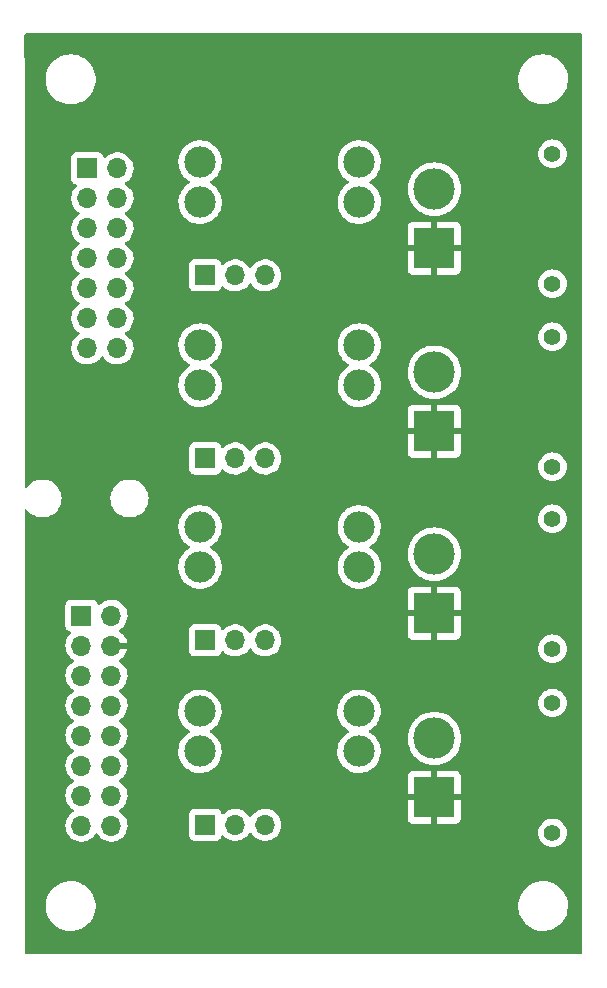
<source format=gbr>
%TF.GenerationSoftware,KiCad,Pcbnew,(6.0.0)*%
%TF.CreationDate,2022-03-16T00:12:01-04:00*%
%TF.ProjectId,OBD2PowerBreakOut_rev1,4f424432-506f-4776-9572-427265616b4f,rev?*%
%TF.SameCoordinates,Original*%
%TF.FileFunction,Copper,L3,Inr*%
%TF.FilePolarity,Positive*%
%FSLAX46Y46*%
G04 Gerber Fmt 4.6, Leading zero omitted, Abs format (unit mm)*
G04 Created by KiCad (PCBNEW (6.0.0)) date 2022-03-16 00:12:01*
%MOMM*%
%LPD*%
G01*
G04 APERTURE LIST*
%TA.AperFunction,ComponentPad*%
%ADD10R,1.700000X1.700000*%
%TD*%
%TA.AperFunction,ComponentPad*%
%ADD11O,1.700000X1.700000*%
%TD*%
%TA.AperFunction,ComponentPad*%
%ADD12C,1.400000*%
%TD*%
%TA.AperFunction,ComponentPad*%
%ADD13R,3.500000X3.500000*%
%TD*%
%TA.AperFunction,ComponentPad*%
%ADD14C,3.500000*%
%TD*%
%TA.AperFunction,ComponentPad*%
%ADD15C,2.650000*%
%TD*%
G04 APERTURE END LIST*
D10*
%TO.N,/1_vendor*%
%TO.C,J5*%
X137922000Y-72405000D03*
D11*
%TO.N,/2_SAEJ1850_Bus+*%
X140462000Y-72405000D03*
%TO.N,/3_vendor*%
X137922000Y-74945000D03*
%TO.N,Earth*%
X140462000Y-74945000D03*
%TO.N,GND*%
X137922000Y-77485000D03*
%TO.N,/6_ISO15765-4_CAN_HIGH*%
X140462000Y-77485000D03*
%TO.N,/7_ISO9141_K-Line*%
X137922000Y-80025000D03*
%TO.N,/8_vendor*%
X140462000Y-80025000D03*
%TO.N,/9_vendor*%
X137922000Y-82565000D03*
%TO.N,/10_SAEJ1850_Bus-*%
X140462000Y-82565000D03*
%TO.N,/11_vendor*%
X137922000Y-85105000D03*
%TO.N,/12_vendor*%
X140462000Y-85105000D03*
%TO.N,/13_vendor*%
X137922000Y-87645000D03*
%TO.N,/14_ISO15765-4_CAN_LOW*%
X140462000Y-87645000D03*
%TO.N,/15_ISO9141_L-Line*%
X137922000Y-90185000D03*
%TO.N,/16_12V*%
X140462000Y-90185000D03*
%TD*%
D12*
%TO.N,*%
%TO.C,J1*%
X177800000Y-44300000D03*
X177800000Y-33300000D03*
D13*
%TO.N,Earth*%
X167800000Y-41300000D03*
D14*
%TO.N,Net-(F1-Pad1)*%
X167800000Y-36300000D03*
%TD*%
D12*
%TO.N,*%
%TO.C,J3*%
X177800000Y-75200000D03*
X177800000Y-64200000D03*
D13*
%TO.N,Earth*%
X167800000Y-72200000D03*
D14*
%TO.N,Net-(F3-Pad1)*%
X167800000Y-67200000D03*
%TD*%
D12*
%TO.N,*%
%TO.C,J2*%
X177800000Y-59800000D03*
X177800000Y-48800000D03*
D13*
%TO.N,Earth*%
X167800000Y-56800000D03*
D14*
%TO.N,Net-(F2-Pad1)*%
X167800000Y-51800000D03*
%TD*%
D12*
%TO.N,*%
%TO.C,J4*%
X177800000Y-90800000D03*
X177800000Y-79800000D03*
D13*
%TO.N,Earth*%
X167800000Y-87800000D03*
D14*
%TO.N,Net-(F4-Pad1)*%
X167800000Y-82800000D03*
%TD*%
D11*
%TO.N,/ACC*%
%TO.C,J6*%
X140965000Y-49779000D03*
%TO.N,/13_vendor*%
X138425000Y-49779000D03*
%TO.N,/ACC*%
X140965000Y-47239000D03*
%TO.N,/12_vendor*%
X138425000Y-47239000D03*
%TO.N,/ACC*%
X140965000Y-44699000D03*
%TO.N,/11_vendor*%
X138425000Y-44699000D03*
%TO.N,/ACC*%
X140965000Y-42159000D03*
%TO.N,/9_vendor*%
X138425000Y-42159000D03*
%TO.N,/ACC*%
X140965000Y-39619000D03*
%TO.N,/8_vendor*%
X138425000Y-39619000D03*
%TO.N,/ACC*%
X140965000Y-37079000D03*
%TO.N,/3_vendor*%
X138425000Y-37079000D03*
%TO.N,/ACC*%
X140965000Y-34539000D03*
D10*
%TO.N,/1_vendor*%
X138425000Y-34539000D03*
%TD*%
D15*
%TO.N,Net-(F1-Pad1)*%
%TO.C,F1*%
X161435000Y-37400000D03*
X161435000Y-34000000D03*
%TO.N,Net-(F1-Pad2)*%
X147965000Y-34000000D03*
X147965000Y-37400000D03*
%TD*%
%TO.N,Net-(F4-Pad1)*%
%TO.C,F4*%
X161421000Y-83900000D03*
X161421000Y-80500000D03*
%TO.N,Net-(F4-Pad2)*%
X147951000Y-80500000D03*
X147951000Y-83900000D03*
%TD*%
%TO.N,Net-(F3-Pad1)*%
%TO.C,F3*%
X161435000Y-68300000D03*
X161435000Y-64900000D03*
%TO.N,Net-(F3-Pad2)*%
X147965000Y-64900000D03*
X147965000Y-68300000D03*
%TD*%
%TO.N,Net-(F2-Pad1)*%
%TO.C,F2*%
X161435000Y-52900000D03*
X161435000Y-49500000D03*
%TO.N,Net-(F2-Pad2)*%
X147965000Y-49500000D03*
X147965000Y-52900000D03*
%TD*%
D10*
%TO.N,/16_12V*%
%TO.C,JP2*%
X148400000Y-59100000D03*
D11*
%TO.N,Net-(F2-Pad2)*%
X150940000Y-59100000D03*
%TO.N,/ACC*%
X153480000Y-59100000D03*
%TD*%
D10*
%TO.N,/16_12V*%
%TO.C,JP1*%
X148400000Y-43600000D03*
D11*
%TO.N,Net-(F1-Pad2)*%
X150940000Y-43600000D03*
%TO.N,/ACC*%
X153480000Y-43600000D03*
%TD*%
D10*
%TO.N,/16_12V*%
%TO.C,JP3*%
X148400000Y-74500000D03*
D11*
%TO.N,Net-(F3-Pad2)*%
X150940000Y-74500000D03*
%TO.N,/ACC*%
X153480000Y-74500000D03*
%TD*%
D10*
%TO.N,/16_12V*%
%TO.C,JP4*%
X148400000Y-90100000D03*
D11*
%TO.N,Net-(F4-Pad2)*%
X150940000Y-90100000D03*
%TO.N,/ACC*%
X153480000Y-90100000D03*
%TD*%
%TA.AperFunction,Conductor*%
%TO.N,Earth*%
G36*
X180282121Y-23134002D02*
G01*
X180328614Y-23187658D01*
X180340000Y-23240000D01*
X180340000Y-100966000D01*
X180319998Y-101034121D01*
X180266342Y-101080614D01*
X180214001Y-101092000D01*
X156719889Y-101091971D01*
X133227453Y-101091942D01*
X133159332Y-101071940D01*
X133112839Y-101018284D01*
X133101453Y-100965951D01*
X133101318Y-99034144D01*
X133101185Y-97132703D01*
X134890743Y-97132703D01*
X134928268Y-97417734D01*
X135004129Y-97695036D01*
X135116923Y-97959476D01*
X135264561Y-98206161D01*
X135444313Y-98430528D01*
X135652851Y-98628423D01*
X135886317Y-98796186D01*
X135890112Y-98798195D01*
X135890113Y-98798196D01*
X135911869Y-98809715D01*
X136140392Y-98930712D01*
X136410373Y-99029511D01*
X136691264Y-99090755D01*
X136719841Y-99093004D01*
X136914282Y-99108307D01*
X136914291Y-99108307D01*
X136916739Y-99108500D01*
X137072271Y-99108500D01*
X137074407Y-99108354D01*
X137074418Y-99108354D01*
X137282548Y-99094165D01*
X137282554Y-99094164D01*
X137286825Y-99093873D01*
X137291020Y-99093004D01*
X137291022Y-99093004D01*
X137427583Y-99064724D01*
X137568342Y-99035574D01*
X137839343Y-98939607D01*
X138094812Y-98807750D01*
X138098313Y-98805289D01*
X138098317Y-98805287D01*
X138212417Y-98725096D01*
X138330023Y-98642441D01*
X138540622Y-98446740D01*
X138722713Y-98224268D01*
X138872927Y-97979142D01*
X138988483Y-97715898D01*
X139067244Y-97439406D01*
X139107751Y-97154784D01*
X139107845Y-97136951D01*
X139107867Y-97132703D01*
X174890743Y-97132703D01*
X174928268Y-97417734D01*
X175004129Y-97695036D01*
X175116923Y-97959476D01*
X175264561Y-98206161D01*
X175444313Y-98430528D01*
X175652851Y-98628423D01*
X175886317Y-98796186D01*
X175890112Y-98798195D01*
X175890113Y-98798196D01*
X175911869Y-98809715D01*
X176140392Y-98930712D01*
X176410373Y-99029511D01*
X176691264Y-99090755D01*
X176719841Y-99093004D01*
X176914282Y-99108307D01*
X176914291Y-99108307D01*
X176916739Y-99108500D01*
X177072271Y-99108500D01*
X177074407Y-99108354D01*
X177074418Y-99108354D01*
X177282548Y-99094165D01*
X177282554Y-99094164D01*
X177286825Y-99093873D01*
X177291020Y-99093004D01*
X177291022Y-99093004D01*
X177427583Y-99064724D01*
X177568342Y-99035574D01*
X177839343Y-98939607D01*
X178094812Y-98807750D01*
X178098313Y-98805289D01*
X178098317Y-98805287D01*
X178212417Y-98725096D01*
X178330023Y-98642441D01*
X178540622Y-98446740D01*
X178722713Y-98224268D01*
X178872927Y-97979142D01*
X178988483Y-97715898D01*
X179067244Y-97439406D01*
X179107751Y-97154784D01*
X179107845Y-97136951D01*
X179109235Y-96871583D01*
X179109235Y-96871576D01*
X179109257Y-96867297D01*
X179071732Y-96582266D01*
X178995871Y-96304964D01*
X178883077Y-96040524D01*
X178735439Y-95793839D01*
X178555687Y-95569472D01*
X178347149Y-95371577D01*
X178113683Y-95203814D01*
X178091843Y-95192250D01*
X178068654Y-95179972D01*
X177859608Y-95069288D01*
X177589627Y-94970489D01*
X177308736Y-94909245D01*
X177277685Y-94906801D01*
X177085718Y-94891693D01*
X177085709Y-94891693D01*
X177083261Y-94891500D01*
X176927729Y-94891500D01*
X176925593Y-94891646D01*
X176925582Y-94891646D01*
X176717452Y-94905835D01*
X176717446Y-94905836D01*
X176713175Y-94906127D01*
X176708980Y-94906996D01*
X176708978Y-94906996D01*
X176572416Y-94935277D01*
X176431658Y-94964426D01*
X176160657Y-95060393D01*
X175905188Y-95192250D01*
X175901687Y-95194711D01*
X175901683Y-95194713D01*
X175891594Y-95201804D01*
X175669977Y-95357559D01*
X175459378Y-95553260D01*
X175277287Y-95775732D01*
X175127073Y-96020858D01*
X175011517Y-96284102D01*
X174932756Y-96560594D01*
X174892249Y-96845216D01*
X174892227Y-96849505D01*
X174892226Y-96849512D01*
X174890765Y-97128417D01*
X174890743Y-97132703D01*
X139107867Y-97132703D01*
X139109235Y-96871583D01*
X139109235Y-96871576D01*
X139109257Y-96867297D01*
X139071732Y-96582266D01*
X138995871Y-96304964D01*
X138883077Y-96040524D01*
X138735439Y-95793839D01*
X138555687Y-95569472D01*
X138347149Y-95371577D01*
X138113683Y-95203814D01*
X138091843Y-95192250D01*
X138068654Y-95179972D01*
X137859608Y-95069288D01*
X137589627Y-94970489D01*
X137308736Y-94909245D01*
X137277685Y-94906801D01*
X137085718Y-94891693D01*
X137085709Y-94891693D01*
X137083261Y-94891500D01*
X136927729Y-94891500D01*
X136925593Y-94891646D01*
X136925582Y-94891646D01*
X136717452Y-94905835D01*
X136717446Y-94905836D01*
X136713175Y-94906127D01*
X136708980Y-94906996D01*
X136708978Y-94906996D01*
X136572416Y-94935277D01*
X136431658Y-94964426D01*
X136160657Y-95060393D01*
X135905188Y-95192250D01*
X135901687Y-95194711D01*
X135901683Y-95194713D01*
X135891594Y-95201804D01*
X135669977Y-95357559D01*
X135459378Y-95553260D01*
X135277287Y-95775732D01*
X135127073Y-96020858D01*
X135011517Y-96284102D01*
X134932756Y-96560594D01*
X134892249Y-96845216D01*
X134892227Y-96849505D01*
X134892226Y-96849512D01*
X134890765Y-97128417D01*
X134890743Y-97132703D01*
X133101185Y-97132703D01*
X133100696Y-90151695D01*
X136559251Y-90151695D01*
X136559548Y-90156848D01*
X136559548Y-90156851D01*
X136565011Y-90251590D01*
X136572110Y-90374715D01*
X136573247Y-90379761D01*
X136573248Y-90379767D01*
X136593119Y-90467939D01*
X136621222Y-90592639D01*
X136705266Y-90799616D01*
X136756019Y-90882438D01*
X136819291Y-90985688D01*
X136821987Y-90990088D01*
X136968250Y-91158938D01*
X137140126Y-91301632D01*
X137333000Y-91414338D01*
X137541692Y-91494030D01*
X137546760Y-91495061D01*
X137546763Y-91495062D01*
X137654017Y-91516883D01*
X137760597Y-91538567D01*
X137765772Y-91538757D01*
X137765774Y-91538757D01*
X137978673Y-91546564D01*
X137978677Y-91546564D01*
X137983837Y-91546753D01*
X137988957Y-91546097D01*
X137988959Y-91546097D01*
X138200288Y-91519025D01*
X138200289Y-91519025D01*
X138205416Y-91518368D01*
X138210366Y-91516883D01*
X138414429Y-91455661D01*
X138414434Y-91455659D01*
X138419384Y-91454174D01*
X138619994Y-91355896D01*
X138801860Y-91226173D01*
X138811435Y-91216632D01*
X138956435Y-91072137D01*
X138960096Y-91068489D01*
X138993058Y-91022618D01*
X139090453Y-90887077D01*
X139091776Y-90888028D01*
X139138645Y-90844857D01*
X139208580Y-90832625D01*
X139274026Y-90860144D01*
X139301875Y-90891994D01*
X139361987Y-90990088D01*
X139508250Y-91158938D01*
X139680126Y-91301632D01*
X139873000Y-91414338D01*
X140081692Y-91494030D01*
X140086760Y-91495061D01*
X140086763Y-91495062D01*
X140194017Y-91516883D01*
X140300597Y-91538567D01*
X140305772Y-91538757D01*
X140305774Y-91538757D01*
X140518673Y-91546564D01*
X140518677Y-91546564D01*
X140523837Y-91546753D01*
X140528957Y-91546097D01*
X140528959Y-91546097D01*
X140740288Y-91519025D01*
X140740289Y-91519025D01*
X140745416Y-91518368D01*
X140750366Y-91516883D01*
X140954429Y-91455661D01*
X140954434Y-91455659D01*
X140959384Y-91454174D01*
X141159994Y-91355896D01*
X141341860Y-91226173D01*
X141351435Y-91216632D01*
X141496435Y-91072137D01*
X141500096Y-91068489D01*
X141533058Y-91022618D01*
X141550651Y-90998134D01*
X147041500Y-90998134D01*
X147048255Y-91060316D01*
X147099385Y-91196705D01*
X147186739Y-91313261D01*
X147303295Y-91400615D01*
X147439684Y-91451745D01*
X147501866Y-91458500D01*
X149298134Y-91458500D01*
X149360316Y-91451745D01*
X149496705Y-91400615D01*
X149613261Y-91313261D01*
X149700615Y-91196705D01*
X149722799Y-91137529D01*
X149744598Y-91079382D01*
X149787240Y-91022618D01*
X149853802Y-90997918D01*
X149923150Y-91013126D01*
X149957817Y-91041114D01*
X149986250Y-91073938D01*
X150158126Y-91216632D01*
X150351000Y-91329338D01*
X150559692Y-91409030D01*
X150564760Y-91410061D01*
X150564763Y-91410062D01*
X150672017Y-91431883D01*
X150778597Y-91453567D01*
X150783772Y-91453757D01*
X150783774Y-91453757D01*
X150996673Y-91461564D01*
X150996677Y-91461564D01*
X151001837Y-91461753D01*
X151006957Y-91461097D01*
X151006959Y-91461097D01*
X151218288Y-91434025D01*
X151218289Y-91434025D01*
X151223416Y-91433368D01*
X151286846Y-91414338D01*
X151432429Y-91370661D01*
X151432434Y-91370659D01*
X151437384Y-91369174D01*
X151637994Y-91270896D01*
X151819860Y-91141173D01*
X151978096Y-90983489D01*
X152043842Y-90891994D01*
X152108453Y-90802077D01*
X152109776Y-90803028D01*
X152156645Y-90759857D01*
X152226580Y-90747625D01*
X152292026Y-90775144D01*
X152319875Y-90806994D01*
X152379987Y-90905088D01*
X152526250Y-91073938D01*
X152698126Y-91216632D01*
X152891000Y-91329338D01*
X153099692Y-91409030D01*
X153104760Y-91410061D01*
X153104763Y-91410062D01*
X153212017Y-91431883D01*
X153318597Y-91453567D01*
X153323772Y-91453757D01*
X153323774Y-91453757D01*
X153536673Y-91461564D01*
X153536677Y-91461564D01*
X153541837Y-91461753D01*
X153546957Y-91461097D01*
X153546959Y-91461097D01*
X153758288Y-91434025D01*
X153758289Y-91434025D01*
X153763416Y-91433368D01*
X153826846Y-91414338D01*
X153972429Y-91370661D01*
X153972434Y-91370659D01*
X153977384Y-91369174D01*
X154177994Y-91270896D01*
X154359860Y-91141173D01*
X154518096Y-90983489D01*
X154583842Y-90891994D01*
X154645435Y-90806277D01*
X154648453Y-90802077D01*
X154649480Y-90800000D01*
X176586884Y-90800000D01*
X176605314Y-91010655D01*
X176606738Y-91015968D01*
X176606738Y-91015970D01*
X176641090Y-91144171D01*
X176660044Y-91214910D01*
X176662366Y-91219891D01*
X176662367Y-91219892D01*
X176746640Y-91400615D01*
X176749411Y-91406558D01*
X176870699Y-91579776D01*
X177020224Y-91729301D01*
X177193442Y-91850589D01*
X177198420Y-91852910D01*
X177198423Y-91852912D01*
X177380108Y-91937633D01*
X177385090Y-91939956D01*
X177390398Y-91941378D01*
X177390400Y-91941379D01*
X177584030Y-91993262D01*
X177584032Y-91993262D01*
X177589345Y-91994686D01*
X177800000Y-92013116D01*
X178010655Y-91994686D01*
X178015968Y-91993262D01*
X178015970Y-91993262D01*
X178209600Y-91941379D01*
X178209602Y-91941378D01*
X178214910Y-91939956D01*
X178219892Y-91937633D01*
X178401577Y-91852912D01*
X178401580Y-91852910D01*
X178406558Y-91850589D01*
X178579776Y-91729301D01*
X178729301Y-91579776D01*
X178850589Y-91406558D01*
X178853361Y-91400615D01*
X178937633Y-91219892D01*
X178937634Y-91219891D01*
X178939956Y-91214910D01*
X178958911Y-91144171D01*
X178993262Y-91015970D01*
X178993262Y-91015968D01*
X178994686Y-91010655D01*
X179013116Y-90800000D01*
X178994686Y-90589345D01*
X178993262Y-90584030D01*
X178941379Y-90390400D01*
X178941378Y-90390398D01*
X178939956Y-90385090D01*
X178850589Y-90193442D01*
X178729301Y-90020224D01*
X178579776Y-89870699D01*
X178406558Y-89749411D01*
X178401580Y-89747090D01*
X178401577Y-89747088D01*
X178219892Y-89662367D01*
X178219891Y-89662366D01*
X178214910Y-89660044D01*
X178209602Y-89658622D01*
X178209600Y-89658621D01*
X178015970Y-89606738D01*
X178015968Y-89606738D01*
X178010655Y-89605314D01*
X177800000Y-89586884D01*
X177589345Y-89605314D01*
X177584032Y-89606738D01*
X177584030Y-89606738D01*
X177390400Y-89658621D01*
X177390398Y-89658622D01*
X177385090Y-89660044D01*
X177380109Y-89662366D01*
X177380108Y-89662367D01*
X177198423Y-89747088D01*
X177198420Y-89747090D01*
X177193442Y-89749411D01*
X177020224Y-89870699D01*
X176870699Y-90020224D01*
X176749411Y-90193442D01*
X176660044Y-90385090D01*
X176658622Y-90390398D01*
X176658621Y-90390400D01*
X176606738Y-90584030D01*
X176605314Y-90589345D01*
X176586884Y-90800000D01*
X154649480Y-90800000D01*
X154652186Y-90794525D01*
X154745136Y-90606453D01*
X154745137Y-90606451D01*
X154747430Y-90601811D01*
X154812370Y-90388069D01*
X154841529Y-90166590D01*
X154841893Y-90151695D01*
X154843074Y-90103365D01*
X154843074Y-90103361D01*
X154843156Y-90100000D01*
X154824852Y-89877361D01*
X154770431Y-89660702D01*
X154741719Y-89594669D01*
X165542001Y-89594669D01*
X165542371Y-89601490D01*
X165547895Y-89652352D01*
X165551521Y-89667604D01*
X165596676Y-89788054D01*
X165605214Y-89803649D01*
X165681715Y-89905724D01*
X165694276Y-89918285D01*
X165796351Y-89994786D01*
X165811946Y-90003324D01*
X165932394Y-90048478D01*
X165947649Y-90052105D01*
X165998514Y-90057631D01*
X166005328Y-90058000D01*
X167527885Y-90058000D01*
X167543124Y-90053525D01*
X167544329Y-90052135D01*
X167546000Y-90044452D01*
X167546000Y-90039884D01*
X168054000Y-90039884D01*
X168058475Y-90055123D01*
X168059865Y-90056328D01*
X168067548Y-90057999D01*
X169594669Y-90057999D01*
X169601490Y-90057629D01*
X169652352Y-90052105D01*
X169667604Y-90048479D01*
X169788054Y-90003324D01*
X169803649Y-89994786D01*
X169905724Y-89918285D01*
X169918285Y-89905724D01*
X169994786Y-89803649D01*
X170003324Y-89788054D01*
X170048478Y-89667606D01*
X170052105Y-89652351D01*
X170057631Y-89601486D01*
X170058000Y-89594672D01*
X170058000Y-88072115D01*
X170053525Y-88056876D01*
X170052135Y-88055671D01*
X170044452Y-88054000D01*
X168072115Y-88054000D01*
X168056876Y-88058475D01*
X168055671Y-88059865D01*
X168054000Y-88067548D01*
X168054000Y-90039884D01*
X167546000Y-90039884D01*
X167546000Y-88072115D01*
X167541525Y-88056876D01*
X167540135Y-88055671D01*
X167532452Y-88054000D01*
X165560116Y-88054000D01*
X165544877Y-88058475D01*
X165543672Y-88059865D01*
X165542001Y-88067548D01*
X165542001Y-89594669D01*
X154741719Y-89594669D01*
X154681354Y-89455840D01*
X154598093Y-89327138D01*
X154562822Y-89272617D01*
X154562820Y-89272614D01*
X154560014Y-89268277D01*
X154409670Y-89103051D01*
X154405619Y-89099852D01*
X154405615Y-89099848D01*
X154238414Y-88967800D01*
X154238410Y-88967798D01*
X154234359Y-88964598D01*
X154038789Y-88856638D01*
X154033920Y-88854914D01*
X154033916Y-88854912D01*
X153833087Y-88783795D01*
X153833083Y-88783794D01*
X153828212Y-88782069D01*
X153823119Y-88781162D01*
X153823116Y-88781161D01*
X153613373Y-88743800D01*
X153613367Y-88743799D01*
X153608284Y-88742894D01*
X153534452Y-88741992D01*
X153390081Y-88740228D01*
X153390079Y-88740228D01*
X153384911Y-88740165D01*
X153164091Y-88773955D01*
X152951756Y-88843357D01*
X152753607Y-88946507D01*
X152749474Y-88949610D01*
X152749471Y-88949612D01*
X152579100Y-89077530D01*
X152574965Y-89080635D01*
X152571393Y-89084373D01*
X152463729Y-89197037D01*
X152420629Y-89242138D01*
X152313201Y-89399621D01*
X152258293Y-89444621D01*
X152187768Y-89452792D01*
X152124021Y-89421538D01*
X152103324Y-89397054D01*
X152022822Y-89272617D01*
X152022820Y-89272614D01*
X152020014Y-89268277D01*
X151869670Y-89103051D01*
X151865619Y-89099852D01*
X151865615Y-89099848D01*
X151698414Y-88967800D01*
X151698410Y-88967798D01*
X151694359Y-88964598D01*
X151498789Y-88856638D01*
X151493920Y-88854914D01*
X151493916Y-88854912D01*
X151293087Y-88783795D01*
X151293083Y-88783794D01*
X151288212Y-88782069D01*
X151283119Y-88781162D01*
X151283116Y-88781161D01*
X151073373Y-88743800D01*
X151073367Y-88743799D01*
X151068284Y-88742894D01*
X150994452Y-88741992D01*
X150850081Y-88740228D01*
X150850079Y-88740228D01*
X150844911Y-88740165D01*
X150624091Y-88773955D01*
X150411756Y-88843357D01*
X150213607Y-88946507D01*
X150209474Y-88949610D01*
X150209471Y-88949612D01*
X150039100Y-89077530D01*
X150034965Y-89080635D01*
X149956705Y-89162530D01*
X149954283Y-89165064D01*
X149892759Y-89200494D01*
X149821846Y-89197037D01*
X149764060Y-89155791D01*
X149745207Y-89122243D01*
X149703767Y-89011703D01*
X149700615Y-89003295D01*
X149613261Y-88886739D01*
X149496705Y-88799385D01*
X149360316Y-88748255D01*
X149298134Y-88741500D01*
X147501866Y-88741500D01*
X147439684Y-88748255D01*
X147303295Y-88799385D01*
X147186739Y-88886739D01*
X147099385Y-89003295D01*
X147048255Y-89139684D01*
X147041500Y-89201866D01*
X147041500Y-90998134D01*
X141550651Y-90998134D01*
X141627435Y-90891277D01*
X141630453Y-90887077D01*
X141651320Y-90844857D01*
X141727136Y-90691453D01*
X141727137Y-90691451D01*
X141729430Y-90686811D01*
X141794370Y-90473069D01*
X141823529Y-90251590D01*
X141825156Y-90185000D01*
X141806852Y-89962361D01*
X141752431Y-89745702D01*
X141663354Y-89540840D01*
X141585937Y-89421172D01*
X141544822Y-89357617D01*
X141544820Y-89357614D01*
X141542014Y-89353277D01*
X141391670Y-89188051D01*
X141387619Y-89184852D01*
X141387615Y-89184848D01*
X141220414Y-89052800D01*
X141220410Y-89052798D01*
X141216359Y-89049598D01*
X141175053Y-89026796D01*
X141125084Y-88976364D01*
X141110312Y-88906921D01*
X141135428Y-88840516D01*
X141162780Y-88813909D01*
X141208691Y-88781161D01*
X141341860Y-88686173D01*
X141500096Y-88528489D01*
X141559594Y-88445689D01*
X141627435Y-88351277D01*
X141630453Y-88347077D01*
X141651320Y-88304857D01*
X141727136Y-88151453D01*
X141727137Y-88151451D01*
X141729430Y-88146811D01*
X141794370Y-87933069D01*
X141823529Y-87711590D01*
X141825156Y-87645000D01*
X141815528Y-87527885D01*
X165542000Y-87527885D01*
X165546475Y-87543124D01*
X165547865Y-87544329D01*
X165555548Y-87546000D01*
X167527885Y-87546000D01*
X167543124Y-87541525D01*
X167544329Y-87540135D01*
X167546000Y-87532452D01*
X167546000Y-87527885D01*
X168054000Y-87527885D01*
X168058475Y-87543124D01*
X168059865Y-87544329D01*
X168067548Y-87546000D01*
X170039884Y-87546000D01*
X170055123Y-87541525D01*
X170056328Y-87540135D01*
X170057999Y-87532452D01*
X170057999Y-86005331D01*
X170057629Y-85998510D01*
X170052105Y-85947648D01*
X170048479Y-85932396D01*
X170003324Y-85811946D01*
X169994786Y-85796351D01*
X169918285Y-85694276D01*
X169905724Y-85681715D01*
X169803649Y-85605214D01*
X169788054Y-85596676D01*
X169667606Y-85551522D01*
X169652351Y-85547895D01*
X169601486Y-85542369D01*
X169594672Y-85542000D01*
X168072115Y-85542000D01*
X168056876Y-85546475D01*
X168055671Y-85547865D01*
X168054000Y-85555548D01*
X168054000Y-87527885D01*
X167546000Y-87527885D01*
X167546000Y-85560116D01*
X167541525Y-85544877D01*
X167540135Y-85543672D01*
X167532452Y-85542001D01*
X166005331Y-85542001D01*
X165998510Y-85542371D01*
X165947648Y-85547895D01*
X165932396Y-85551521D01*
X165811946Y-85596676D01*
X165796351Y-85605214D01*
X165694276Y-85681715D01*
X165681715Y-85694276D01*
X165605214Y-85796351D01*
X165596676Y-85811946D01*
X165551522Y-85932394D01*
X165547895Y-85947649D01*
X165542369Y-85998514D01*
X165542000Y-86005328D01*
X165542000Y-87527885D01*
X141815528Y-87527885D01*
X141806852Y-87422361D01*
X141752431Y-87205702D01*
X141663354Y-87000840D01*
X141542014Y-86813277D01*
X141391670Y-86648051D01*
X141387619Y-86644852D01*
X141387615Y-86644848D01*
X141220414Y-86512800D01*
X141220410Y-86512798D01*
X141216359Y-86509598D01*
X141175053Y-86486796D01*
X141125084Y-86436364D01*
X141110312Y-86366921D01*
X141135428Y-86300516D01*
X141162780Y-86273909D01*
X141206603Y-86242650D01*
X141341860Y-86146173D01*
X141500096Y-85988489D01*
X141559594Y-85905689D01*
X141627435Y-85811277D01*
X141630453Y-85807077D01*
X141651320Y-85764857D01*
X141727136Y-85611453D01*
X141727137Y-85611451D01*
X141729430Y-85606811D01*
X141763635Y-85494231D01*
X141792865Y-85398023D01*
X141792865Y-85398021D01*
X141794370Y-85393069D01*
X141823529Y-85171590D01*
X141825156Y-85105000D01*
X141806852Y-84882361D01*
X141752431Y-84665702D01*
X141663354Y-84460840D01*
X141542014Y-84273277D01*
X141391670Y-84108051D01*
X141387619Y-84104852D01*
X141387615Y-84104848D01*
X141220414Y-83972800D01*
X141220410Y-83972798D01*
X141216359Y-83969598D01*
X141175053Y-83946796D01*
X141125084Y-83896364D01*
X141113575Y-83842261D01*
X146113724Y-83842261D01*
X146113899Y-83846713D01*
X146120653Y-84018602D01*
X146123918Y-84101712D01*
X146170567Y-84357138D01*
X146252740Y-84603442D01*
X146254730Y-84607425D01*
X146254731Y-84607427D01*
X146331039Y-84760141D01*
X146368799Y-84835711D01*
X146371326Y-84839367D01*
X146371327Y-84839369D01*
X146407052Y-84891059D01*
X146516426Y-85049310D01*
X146692677Y-85239978D01*
X146696131Y-85242790D01*
X146890578Y-85401095D01*
X146890582Y-85401098D01*
X146894035Y-85403909D01*
X146897857Y-85406210D01*
X147066259Y-85507596D01*
X147116482Y-85537833D01*
X147120577Y-85539567D01*
X147120579Y-85539568D01*
X147351480Y-85637342D01*
X147351487Y-85637344D01*
X147355581Y-85639078D01*
X147606559Y-85705624D01*
X147610983Y-85706148D01*
X147610985Y-85706148D01*
X147684333Y-85714829D01*
X147864410Y-85736142D01*
X148123988Y-85730025D01*
X148128384Y-85729293D01*
X148128387Y-85729293D01*
X148375713Y-85688127D01*
X148375717Y-85688126D01*
X148380115Y-85687394D01*
X148627680Y-85609099D01*
X148861744Y-85496704D01*
X148997178Y-85406210D01*
X149073927Y-85354928D01*
X149073931Y-85354925D01*
X149077635Y-85352450D01*
X149080952Y-85349479D01*
X149080956Y-85349476D01*
X149267730Y-85182187D01*
X149267731Y-85182186D01*
X149271048Y-85179215D01*
X149438121Y-84980457D01*
X149575523Y-84760141D01*
X149615056Y-84670720D01*
X149678713Y-84526729D01*
X149680511Y-84522662D01*
X149750991Y-84272760D01*
X149763741Y-84177838D01*
X149785129Y-84018602D01*
X149785130Y-84018594D01*
X149785556Y-84015420D01*
X149787467Y-83954612D01*
X149789082Y-83903222D01*
X149789082Y-83903217D01*
X149789183Y-83900000D01*
X149785095Y-83842261D01*
X159583724Y-83842261D01*
X159583899Y-83846713D01*
X159590653Y-84018602D01*
X159593918Y-84101712D01*
X159640567Y-84357138D01*
X159722740Y-84603442D01*
X159724730Y-84607425D01*
X159724731Y-84607427D01*
X159801039Y-84760141D01*
X159838799Y-84835711D01*
X159841326Y-84839367D01*
X159841327Y-84839369D01*
X159877052Y-84891059D01*
X159986426Y-85049310D01*
X160162677Y-85239978D01*
X160166131Y-85242790D01*
X160360578Y-85401095D01*
X160360582Y-85401098D01*
X160364035Y-85403909D01*
X160367857Y-85406210D01*
X160536259Y-85507596D01*
X160586482Y-85537833D01*
X160590577Y-85539567D01*
X160590579Y-85539568D01*
X160821480Y-85637342D01*
X160821487Y-85637344D01*
X160825581Y-85639078D01*
X161076559Y-85705624D01*
X161080983Y-85706148D01*
X161080985Y-85706148D01*
X161154333Y-85714829D01*
X161334410Y-85736142D01*
X161593988Y-85730025D01*
X161598384Y-85729293D01*
X161598387Y-85729293D01*
X161845713Y-85688127D01*
X161845717Y-85688126D01*
X161850115Y-85687394D01*
X162097680Y-85609099D01*
X162331744Y-85496704D01*
X162467178Y-85406210D01*
X162543927Y-85354928D01*
X162543931Y-85354925D01*
X162547635Y-85352450D01*
X162550952Y-85349479D01*
X162550956Y-85349476D01*
X162737730Y-85182187D01*
X162737731Y-85182186D01*
X162741048Y-85179215D01*
X162908121Y-84980457D01*
X163045523Y-84760141D01*
X163085056Y-84670720D01*
X163148713Y-84526729D01*
X163150511Y-84522662D01*
X163220991Y-84272760D01*
X163233741Y-84177838D01*
X163255129Y-84018602D01*
X163255130Y-84018594D01*
X163255556Y-84015420D01*
X163257467Y-83954612D01*
X163259082Y-83903222D01*
X163259082Y-83903217D01*
X163259183Y-83900000D01*
X163240845Y-83640998D01*
X163233348Y-83606173D01*
X163187132Y-83391510D01*
X163187132Y-83391508D01*
X163186196Y-83387163D01*
X163096326Y-83143561D01*
X162973029Y-82915052D01*
X162888050Y-82800000D01*
X165536654Y-82800000D01*
X165536924Y-82804119D01*
X165555495Y-83087457D01*
X165556017Y-83095426D01*
X165556819Y-83099459D01*
X165556820Y-83099465D01*
X165590350Y-83268028D01*
X165613776Y-83385797D01*
X165708941Y-83666145D01*
X165755480Y-83760516D01*
X165825855Y-83903222D01*
X165839885Y-83931673D01*
X165842179Y-83935106D01*
X165960289Y-84111870D01*
X166004367Y-84177838D01*
X166007081Y-84180932D01*
X166007085Y-84180938D01*
X166091871Y-84277617D01*
X166199573Y-84400427D01*
X166202662Y-84403136D01*
X166419062Y-84592915D01*
X166419068Y-84592919D01*
X166422162Y-84595633D01*
X166425588Y-84597922D01*
X166425593Y-84597926D01*
X166609405Y-84720744D01*
X166668327Y-84760115D01*
X166672026Y-84761939D01*
X166672031Y-84761942D01*
X166808313Y-84829148D01*
X166933855Y-84891059D01*
X166937760Y-84892384D01*
X166937761Y-84892385D01*
X167210290Y-84984896D01*
X167210294Y-84984897D01*
X167214203Y-84986224D01*
X167218247Y-84987028D01*
X167218253Y-84987030D01*
X167500535Y-85043180D01*
X167500541Y-85043181D01*
X167504574Y-85043983D01*
X167508679Y-85044252D01*
X167508686Y-85044253D01*
X167795881Y-85063076D01*
X167800000Y-85063346D01*
X167804119Y-85063076D01*
X168091314Y-85044253D01*
X168091321Y-85044252D01*
X168095426Y-85043983D01*
X168099459Y-85043181D01*
X168099465Y-85043180D01*
X168381747Y-84987030D01*
X168381753Y-84987028D01*
X168385797Y-84986224D01*
X168389706Y-84984897D01*
X168389710Y-84984896D01*
X168662239Y-84892385D01*
X168662240Y-84892384D01*
X168666145Y-84891059D01*
X168791687Y-84829148D01*
X168927969Y-84761942D01*
X168927974Y-84761939D01*
X168931673Y-84760115D01*
X168990595Y-84720744D01*
X169174407Y-84597926D01*
X169174412Y-84597922D01*
X169177838Y-84595633D01*
X169180932Y-84592919D01*
X169180938Y-84592915D01*
X169397338Y-84403136D01*
X169400427Y-84400427D01*
X169508129Y-84277617D01*
X169592915Y-84180938D01*
X169592919Y-84180932D01*
X169595633Y-84177838D01*
X169639712Y-84111870D01*
X169757821Y-83935106D01*
X169760115Y-83931673D01*
X169774146Y-83903222D01*
X169844520Y-83760516D01*
X169891059Y-83666145D01*
X169986224Y-83385797D01*
X170009650Y-83268028D01*
X170043180Y-83099465D01*
X170043181Y-83099459D01*
X170043983Y-83095426D01*
X170044506Y-83087457D01*
X170063076Y-82804119D01*
X170063346Y-82800000D01*
X170054359Y-82662880D01*
X170044253Y-82508686D01*
X170044252Y-82508679D01*
X170043983Y-82504574D01*
X170040434Y-82486728D01*
X169987030Y-82218253D01*
X169987028Y-82218247D01*
X169986224Y-82214203D01*
X169981985Y-82201713D01*
X169892385Y-81937761D01*
X169892384Y-81937760D01*
X169891059Y-81933855D01*
X169781358Y-81711403D01*
X169761942Y-81672031D01*
X169761939Y-81672026D01*
X169760115Y-81668327D01*
X169676060Y-81542530D01*
X169597926Y-81425593D01*
X169597922Y-81425588D01*
X169595633Y-81422162D01*
X169592919Y-81419068D01*
X169592915Y-81419062D01*
X169403136Y-81202662D01*
X169400427Y-81199573D01*
X169383212Y-81184476D01*
X169180938Y-81007085D01*
X169180932Y-81007081D01*
X169177838Y-81004367D01*
X169174412Y-81002078D01*
X169174407Y-81002074D01*
X168935106Y-80842179D01*
X168931673Y-80839885D01*
X168927974Y-80838061D01*
X168927969Y-80838058D01*
X168791687Y-80770852D01*
X168666145Y-80708941D01*
X168595196Y-80684857D01*
X168389710Y-80615104D01*
X168389706Y-80615103D01*
X168385797Y-80613776D01*
X168381753Y-80612972D01*
X168381747Y-80612970D01*
X168099465Y-80556820D01*
X168099459Y-80556819D01*
X168095426Y-80556017D01*
X168091321Y-80555748D01*
X168091314Y-80555747D01*
X167804119Y-80536924D01*
X167800000Y-80536654D01*
X167795881Y-80536924D01*
X167508686Y-80555747D01*
X167508679Y-80555748D01*
X167504574Y-80556017D01*
X167500541Y-80556819D01*
X167500535Y-80556820D01*
X167218253Y-80612970D01*
X167218247Y-80612972D01*
X167214203Y-80613776D01*
X167210294Y-80615103D01*
X167210290Y-80615104D01*
X167004804Y-80684857D01*
X166933855Y-80708941D01*
X166808313Y-80770852D01*
X166672031Y-80838058D01*
X166672026Y-80838061D01*
X166668327Y-80839885D01*
X166664894Y-80842179D01*
X166425593Y-81002074D01*
X166425588Y-81002078D01*
X166422162Y-81004367D01*
X166419068Y-81007081D01*
X166419062Y-81007085D01*
X166216788Y-81184476D01*
X166199573Y-81199573D01*
X166196864Y-81202662D01*
X166007085Y-81419062D01*
X166007081Y-81419068D01*
X166004367Y-81422162D01*
X166002078Y-81425588D01*
X166002074Y-81425593D01*
X165923940Y-81542530D01*
X165839885Y-81668327D01*
X165838061Y-81672026D01*
X165838058Y-81672031D01*
X165818642Y-81711403D01*
X165708941Y-81933855D01*
X165707616Y-81937760D01*
X165707615Y-81937761D01*
X165618016Y-82201713D01*
X165613776Y-82214203D01*
X165612972Y-82218247D01*
X165612970Y-82218253D01*
X165559567Y-82486728D01*
X165556017Y-82504574D01*
X165555748Y-82508679D01*
X165555747Y-82508686D01*
X165545641Y-82662880D01*
X165536654Y-82800000D01*
X162888050Y-82800000D01*
X162818765Y-82706196D01*
X162636612Y-82521159D01*
X162633073Y-82518458D01*
X162633066Y-82518452D01*
X162433744Y-82366335D01*
X162430204Y-82363633D01*
X162338573Y-82312317D01*
X162288913Y-82261581D01*
X162274566Y-82192049D01*
X162300087Y-82125799D01*
X162332357Y-82097621D01*
X162331744Y-82096704D01*
X162543927Y-81954928D01*
X162543931Y-81954925D01*
X162547635Y-81952450D01*
X162550952Y-81949479D01*
X162550956Y-81949476D01*
X162737730Y-81782187D01*
X162737731Y-81782186D01*
X162741048Y-81779215D01*
X162908121Y-81580457D01*
X163045523Y-81360141D01*
X163068417Y-81308357D01*
X163148713Y-81126729D01*
X163150511Y-81122662D01*
X163220991Y-80872760D01*
X163239898Y-80731994D01*
X163255129Y-80618602D01*
X163255130Y-80618594D01*
X163255556Y-80615420D01*
X163256818Y-80575264D01*
X163259082Y-80503222D01*
X163259082Y-80503217D01*
X163259183Y-80500000D01*
X163240845Y-80240998D01*
X163235229Y-80214910D01*
X163187132Y-79991510D01*
X163187132Y-79991508D01*
X163186196Y-79987163D01*
X163117148Y-79800000D01*
X176586884Y-79800000D01*
X176605314Y-80010655D01*
X176606738Y-80015968D01*
X176606738Y-80015970D01*
X176627890Y-80094908D01*
X176660044Y-80214910D01*
X176749411Y-80406558D01*
X176870699Y-80579776D01*
X177020224Y-80729301D01*
X177193442Y-80850589D01*
X177198420Y-80852910D01*
X177198423Y-80852912D01*
X177325432Y-80912137D01*
X177385090Y-80939956D01*
X177390398Y-80941378D01*
X177390400Y-80941379D01*
X177584030Y-80993262D01*
X177584032Y-80993262D01*
X177589345Y-80994686D01*
X177800000Y-81013116D01*
X178010655Y-80994686D01*
X178015968Y-80993262D01*
X178015970Y-80993262D01*
X178209600Y-80941379D01*
X178209602Y-80941378D01*
X178214910Y-80939956D01*
X178274568Y-80912137D01*
X178401577Y-80852912D01*
X178401580Y-80852910D01*
X178406558Y-80850589D01*
X178579776Y-80729301D01*
X178729301Y-80579776D01*
X178850589Y-80406558D01*
X178939956Y-80214910D01*
X178972111Y-80094908D01*
X178993262Y-80015970D01*
X178993262Y-80015968D01*
X178994686Y-80010655D01*
X179013116Y-79800000D01*
X178994686Y-79589345D01*
X178974779Y-79515052D01*
X178941379Y-79390400D01*
X178941378Y-79390398D01*
X178939956Y-79385090D01*
X178921979Y-79346538D01*
X178852912Y-79198423D01*
X178852910Y-79198420D01*
X178850589Y-79193442D01*
X178729301Y-79020224D01*
X178579776Y-78870699D01*
X178406558Y-78749411D01*
X178401580Y-78747090D01*
X178401577Y-78747088D01*
X178219892Y-78662367D01*
X178219891Y-78662366D01*
X178214910Y-78660044D01*
X178209602Y-78658622D01*
X178209600Y-78658621D01*
X178015970Y-78606738D01*
X178015968Y-78606738D01*
X178010655Y-78605314D01*
X177800000Y-78586884D01*
X177589345Y-78605314D01*
X177584032Y-78606738D01*
X177584030Y-78606738D01*
X177390400Y-78658621D01*
X177390398Y-78658622D01*
X177385090Y-78660044D01*
X177380109Y-78662366D01*
X177380108Y-78662367D01*
X177198423Y-78747088D01*
X177198420Y-78747090D01*
X177193442Y-78749411D01*
X177020224Y-78870699D01*
X176870699Y-79020224D01*
X176749411Y-79193442D01*
X176747090Y-79198420D01*
X176747088Y-79198423D01*
X176678021Y-79346538D01*
X176660044Y-79385090D01*
X176658622Y-79390398D01*
X176658621Y-79390400D01*
X176625221Y-79515052D01*
X176605314Y-79589345D01*
X176586884Y-79800000D01*
X163117148Y-79800000D01*
X163096326Y-79743561D01*
X162973029Y-79515052D01*
X162818765Y-79306196D01*
X162636612Y-79121159D01*
X162633073Y-79118458D01*
X162633066Y-79118452D01*
X162433744Y-78966335D01*
X162430204Y-78963633D01*
X162303723Y-78892800D01*
X162207546Y-78838938D01*
X162207543Y-78838937D01*
X162203660Y-78836762D01*
X162199521Y-78835161D01*
X162199513Y-78835157D01*
X162020484Y-78765897D01*
X161961500Y-78743078D01*
X161957175Y-78742075D01*
X161957170Y-78742074D01*
X161837508Y-78714338D01*
X161708555Y-78684448D01*
X161449873Y-78662044D01*
X161445438Y-78662288D01*
X161445434Y-78662288D01*
X161195058Y-78676067D01*
X161195051Y-78676068D01*
X161190615Y-78676312D01*
X161091063Y-78696114D01*
X160940325Y-78726097D01*
X160940320Y-78726098D01*
X160935953Y-78726967D01*
X160931750Y-78728443D01*
X160695177Y-78811521D01*
X160695174Y-78811522D01*
X160690969Y-78812999D01*
X160687016Y-78815052D01*
X160687010Y-78815055D01*
X160572359Y-78874612D01*
X160460552Y-78932691D01*
X160456937Y-78935274D01*
X160456931Y-78935278D01*
X160338062Y-79020224D01*
X160249298Y-79083656D01*
X160061423Y-79262880D01*
X159900675Y-79466788D01*
X159898443Y-79470630D01*
X159898440Y-79470635D01*
X159772499Y-79687457D01*
X159772496Y-79687464D01*
X159770261Y-79691311D01*
X159768587Y-79695445D01*
X159674457Y-79927838D01*
X159674454Y-79927846D01*
X159672784Y-79931970D01*
X159610189Y-80183963D01*
X159583724Y-80442261D01*
X159583899Y-80446713D01*
X159590653Y-80618602D01*
X159593918Y-80701712D01*
X159640567Y-80957138D01*
X159722740Y-81203442D01*
X159724730Y-81207425D01*
X159724731Y-81207427D01*
X159801039Y-81360141D01*
X159838799Y-81435711D01*
X159841326Y-81439367D01*
X159841327Y-81439369D01*
X159932904Y-81571870D01*
X159986426Y-81649310D01*
X160162677Y-81839978D01*
X160166131Y-81842790D01*
X160360578Y-82001095D01*
X160360582Y-82001098D01*
X160364035Y-82003909D01*
X160509153Y-82091277D01*
X160557192Y-82143545D01*
X160569349Y-82213493D01*
X160541759Y-82278910D01*
X160502243Y-82311034D01*
X160486612Y-82319154D01*
X160460552Y-82332691D01*
X160456937Y-82335274D01*
X160456931Y-82335278D01*
X160324183Y-82430142D01*
X160249298Y-82483656D01*
X160061423Y-82662880D01*
X159900675Y-82866788D01*
X159898443Y-82870630D01*
X159898440Y-82870635D01*
X159772499Y-83087457D01*
X159772496Y-83087464D01*
X159770261Y-83091311D01*
X159750685Y-83139643D01*
X159674457Y-83327838D01*
X159674454Y-83327846D01*
X159672784Y-83331970D01*
X159610189Y-83583963D01*
X159583724Y-83842261D01*
X149785095Y-83842261D01*
X149770845Y-83640998D01*
X149763348Y-83606173D01*
X149717132Y-83391510D01*
X149717132Y-83391508D01*
X149716196Y-83387163D01*
X149626326Y-83143561D01*
X149503029Y-82915052D01*
X149348765Y-82706196D01*
X149166612Y-82521159D01*
X149163073Y-82518458D01*
X149163066Y-82518452D01*
X148963744Y-82366335D01*
X148960204Y-82363633D01*
X148868573Y-82312317D01*
X148818913Y-82261581D01*
X148804566Y-82192049D01*
X148830087Y-82125799D01*
X148862357Y-82097621D01*
X148861744Y-82096704D01*
X149073927Y-81954928D01*
X149073931Y-81954925D01*
X149077635Y-81952450D01*
X149080952Y-81949479D01*
X149080956Y-81949476D01*
X149267730Y-81782187D01*
X149267731Y-81782186D01*
X149271048Y-81779215D01*
X149438121Y-81580457D01*
X149575523Y-81360141D01*
X149598417Y-81308357D01*
X149678713Y-81126729D01*
X149680511Y-81122662D01*
X149750991Y-80872760D01*
X149769898Y-80731994D01*
X149785129Y-80618602D01*
X149785130Y-80618594D01*
X149785556Y-80615420D01*
X149786818Y-80575264D01*
X149789082Y-80503222D01*
X149789082Y-80503217D01*
X149789183Y-80500000D01*
X149770845Y-80240998D01*
X149765229Y-80214910D01*
X149717132Y-79991510D01*
X149717132Y-79991508D01*
X149716196Y-79987163D01*
X149626326Y-79743561D01*
X149503029Y-79515052D01*
X149348765Y-79306196D01*
X149166612Y-79121159D01*
X149163073Y-79118458D01*
X149163066Y-79118452D01*
X148963744Y-78966335D01*
X148960204Y-78963633D01*
X148833723Y-78892800D01*
X148737546Y-78838938D01*
X148737543Y-78838937D01*
X148733660Y-78836762D01*
X148729521Y-78835161D01*
X148729513Y-78835157D01*
X148550484Y-78765897D01*
X148491500Y-78743078D01*
X148487175Y-78742075D01*
X148487170Y-78742074D01*
X148367508Y-78714338D01*
X148238555Y-78684448D01*
X147979873Y-78662044D01*
X147975438Y-78662288D01*
X147975434Y-78662288D01*
X147725058Y-78676067D01*
X147725051Y-78676068D01*
X147720615Y-78676312D01*
X147621063Y-78696114D01*
X147470325Y-78726097D01*
X147470320Y-78726098D01*
X147465953Y-78726967D01*
X147461750Y-78728443D01*
X147225177Y-78811521D01*
X147225174Y-78811522D01*
X147220969Y-78812999D01*
X147217016Y-78815052D01*
X147217010Y-78815055D01*
X147102359Y-78874612D01*
X146990552Y-78932691D01*
X146986937Y-78935274D01*
X146986931Y-78935278D01*
X146868062Y-79020224D01*
X146779298Y-79083656D01*
X146591423Y-79262880D01*
X146430675Y-79466788D01*
X146428443Y-79470630D01*
X146428440Y-79470635D01*
X146302499Y-79687457D01*
X146302496Y-79687464D01*
X146300261Y-79691311D01*
X146298587Y-79695445D01*
X146204457Y-79927838D01*
X146204454Y-79927846D01*
X146202784Y-79931970D01*
X146140189Y-80183963D01*
X146113724Y-80442261D01*
X146113899Y-80446713D01*
X146120653Y-80618602D01*
X146123918Y-80701712D01*
X146170567Y-80957138D01*
X146252740Y-81203442D01*
X146254730Y-81207425D01*
X146254731Y-81207427D01*
X146331039Y-81360141D01*
X146368799Y-81435711D01*
X146371326Y-81439367D01*
X146371327Y-81439369D01*
X146462904Y-81571870D01*
X146516426Y-81649310D01*
X146692677Y-81839978D01*
X146696131Y-81842790D01*
X146890578Y-82001095D01*
X146890582Y-82001098D01*
X146894035Y-82003909D01*
X147039153Y-82091277D01*
X147087192Y-82143545D01*
X147099349Y-82213493D01*
X147071759Y-82278910D01*
X147032243Y-82311034D01*
X147016612Y-82319154D01*
X146990552Y-82332691D01*
X146986937Y-82335274D01*
X146986931Y-82335278D01*
X146854183Y-82430142D01*
X146779298Y-82483656D01*
X146591423Y-82662880D01*
X146430675Y-82866788D01*
X146428443Y-82870630D01*
X146428440Y-82870635D01*
X146302499Y-83087457D01*
X146302496Y-83087464D01*
X146300261Y-83091311D01*
X146280685Y-83139643D01*
X146204457Y-83327838D01*
X146204454Y-83327846D01*
X146202784Y-83331970D01*
X146140189Y-83583963D01*
X146113724Y-83842261D01*
X141113575Y-83842261D01*
X141110312Y-83826921D01*
X141135428Y-83760516D01*
X141162780Y-83733909D01*
X141206603Y-83702650D01*
X141341860Y-83606173D01*
X141500096Y-83448489D01*
X141559594Y-83365689D01*
X141627435Y-83271277D01*
X141630453Y-83267077D01*
X141651320Y-83224857D01*
X141727136Y-83071453D01*
X141727137Y-83071451D01*
X141729430Y-83066811D01*
X141794370Y-82853069D01*
X141823529Y-82631590D01*
X141825156Y-82565000D01*
X141806852Y-82342361D01*
X141752431Y-82125702D01*
X141663354Y-81920840D01*
X141608927Y-81836709D01*
X141544822Y-81737617D01*
X141544820Y-81737614D01*
X141542014Y-81733277D01*
X141391670Y-81568051D01*
X141387619Y-81564852D01*
X141387615Y-81564848D01*
X141220414Y-81432800D01*
X141220410Y-81432798D01*
X141216359Y-81429598D01*
X141175053Y-81406796D01*
X141125084Y-81356364D01*
X141110312Y-81286921D01*
X141135428Y-81220516D01*
X141162780Y-81193909D01*
X141206603Y-81162650D01*
X141341860Y-81066173D01*
X141500096Y-80908489D01*
X141559594Y-80825689D01*
X141627435Y-80731277D01*
X141630453Y-80727077D01*
X141639417Y-80708941D01*
X141727136Y-80531453D01*
X141727137Y-80531451D01*
X141729430Y-80526811D01*
X141794370Y-80313069D01*
X141823529Y-80091590D01*
X141825156Y-80025000D01*
X141823527Y-80005175D01*
X141807276Y-79807522D01*
X141806852Y-79802361D01*
X141752431Y-79585702D01*
X141663354Y-79380840D01*
X141542014Y-79193277D01*
X141391670Y-79028051D01*
X141387619Y-79024852D01*
X141387615Y-79024848D01*
X141220414Y-78892800D01*
X141220410Y-78892798D01*
X141216359Y-78889598D01*
X141175053Y-78866796D01*
X141125084Y-78816364D01*
X141110312Y-78746921D01*
X141135428Y-78680516D01*
X141162780Y-78653909D01*
X141231579Y-78604835D01*
X141341860Y-78526173D01*
X141500096Y-78368489D01*
X141559594Y-78285689D01*
X141627435Y-78191277D01*
X141630453Y-78187077D01*
X141651320Y-78144857D01*
X141727136Y-77991453D01*
X141727137Y-77991451D01*
X141729430Y-77986811D01*
X141794370Y-77773069D01*
X141823529Y-77551590D01*
X141825156Y-77485000D01*
X141806852Y-77262361D01*
X141752431Y-77045702D01*
X141663354Y-76840840D01*
X141542014Y-76653277D01*
X141391670Y-76488051D01*
X141387619Y-76484852D01*
X141387615Y-76484848D01*
X141220414Y-76352800D01*
X141220410Y-76352798D01*
X141216359Y-76349598D01*
X141198893Y-76339956D01*
X141179259Y-76329118D01*
X141174569Y-76326529D01*
X141124598Y-76276097D01*
X141109826Y-76206654D01*
X141134942Y-76140248D01*
X141162294Y-76113641D01*
X141337328Y-75988792D01*
X141345200Y-75982139D01*
X141496052Y-75831812D01*
X141502730Y-75823965D01*
X141627003Y-75651020D01*
X141632313Y-75642183D01*
X141726670Y-75451267D01*
X141730469Y-75441672D01*
X141743697Y-75398134D01*
X147041500Y-75398134D01*
X147048255Y-75460316D01*
X147099385Y-75596705D01*
X147186739Y-75713261D01*
X147303295Y-75800615D01*
X147439684Y-75851745D01*
X147501866Y-75858500D01*
X149298134Y-75858500D01*
X149360316Y-75851745D01*
X149496705Y-75800615D01*
X149613261Y-75713261D01*
X149700615Y-75596705D01*
X149722799Y-75537529D01*
X149744598Y-75479382D01*
X149787240Y-75422618D01*
X149853802Y-75397918D01*
X149923150Y-75413126D01*
X149957817Y-75441114D01*
X149986250Y-75473938D01*
X150158126Y-75616632D01*
X150351000Y-75729338D01*
X150355825Y-75731180D01*
X150355826Y-75731181D01*
X150393819Y-75745689D01*
X150559692Y-75809030D01*
X150564760Y-75810061D01*
X150564763Y-75810062D01*
X150655335Y-75828489D01*
X150778597Y-75853567D01*
X150783772Y-75853757D01*
X150783774Y-75853757D01*
X150996673Y-75861564D01*
X150996677Y-75861564D01*
X151001837Y-75861753D01*
X151006957Y-75861097D01*
X151006959Y-75861097D01*
X151218288Y-75834025D01*
X151218289Y-75834025D01*
X151223416Y-75833368D01*
X151228366Y-75831883D01*
X151432429Y-75770661D01*
X151432434Y-75770659D01*
X151437384Y-75769174D01*
X151637994Y-75670896D01*
X151819860Y-75541173D01*
X151978096Y-75383489D01*
X152108453Y-75202077D01*
X152109776Y-75203028D01*
X152156645Y-75159857D01*
X152226580Y-75147625D01*
X152292026Y-75175144D01*
X152319875Y-75206994D01*
X152379987Y-75305088D01*
X152526250Y-75473938D01*
X152698126Y-75616632D01*
X152891000Y-75729338D01*
X152895825Y-75731180D01*
X152895826Y-75731181D01*
X152933819Y-75745689D01*
X153099692Y-75809030D01*
X153104760Y-75810061D01*
X153104763Y-75810062D01*
X153195335Y-75828489D01*
X153318597Y-75853567D01*
X153323772Y-75853757D01*
X153323774Y-75853757D01*
X153536673Y-75861564D01*
X153536677Y-75861564D01*
X153541837Y-75861753D01*
X153546957Y-75861097D01*
X153546959Y-75861097D01*
X153758288Y-75834025D01*
X153758289Y-75834025D01*
X153763416Y-75833368D01*
X153768366Y-75831883D01*
X153972429Y-75770661D01*
X153972434Y-75770659D01*
X153977384Y-75769174D01*
X154177994Y-75670896D01*
X154359860Y-75541173D01*
X154518096Y-75383489D01*
X154648453Y-75202077D01*
X154649480Y-75200000D01*
X176586884Y-75200000D01*
X176605314Y-75410655D01*
X176606738Y-75415968D01*
X176606738Y-75415970D01*
X176657218Y-75604362D01*
X176660044Y-75614910D01*
X176662366Y-75619891D01*
X176662367Y-75619892D01*
X176746640Y-75800615D01*
X176749411Y-75806558D01*
X176870699Y-75979776D01*
X177020224Y-76129301D01*
X177193442Y-76250589D01*
X177198420Y-76252910D01*
X177198423Y-76252912D01*
X177380108Y-76337633D01*
X177385090Y-76339956D01*
X177390398Y-76341378D01*
X177390400Y-76341379D01*
X177584030Y-76393262D01*
X177584032Y-76393262D01*
X177589345Y-76394686D01*
X177800000Y-76413116D01*
X178010655Y-76394686D01*
X178015968Y-76393262D01*
X178015970Y-76393262D01*
X178209600Y-76341379D01*
X178209602Y-76341378D01*
X178214910Y-76339956D01*
X178219892Y-76337633D01*
X178401577Y-76252912D01*
X178401580Y-76252910D01*
X178406558Y-76250589D01*
X178579776Y-76129301D01*
X178729301Y-75979776D01*
X178850589Y-75806558D01*
X178853361Y-75800615D01*
X178937633Y-75619892D01*
X178937634Y-75619891D01*
X178939956Y-75614910D01*
X178942783Y-75604362D01*
X178993262Y-75415970D01*
X178993262Y-75415968D01*
X178994686Y-75410655D01*
X179013116Y-75200000D01*
X178994686Y-74989345D01*
X178973880Y-74911695D01*
X178941379Y-74790400D01*
X178941378Y-74790398D01*
X178939956Y-74785090D01*
X178910705Y-74722361D01*
X178852912Y-74598423D01*
X178852910Y-74598420D01*
X178850589Y-74593442D01*
X178729301Y-74420224D01*
X178579776Y-74270699D01*
X178406558Y-74149411D01*
X178401580Y-74147090D01*
X178401577Y-74147088D01*
X178219892Y-74062367D01*
X178219891Y-74062366D01*
X178214910Y-74060044D01*
X178209602Y-74058622D01*
X178209600Y-74058621D01*
X178015970Y-74006738D01*
X178015968Y-74006738D01*
X178010655Y-74005314D01*
X177800000Y-73986884D01*
X177589345Y-74005314D01*
X177584032Y-74006738D01*
X177584030Y-74006738D01*
X177390400Y-74058621D01*
X177390398Y-74058622D01*
X177385090Y-74060044D01*
X177380109Y-74062366D01*
X177380108Y-74062367D01*
X177198423Y-74147088D01*
X177198420Y-74147090D01*
X177193442Y-74149411D01*
X177020224Y-74270699D01*
X176870699Y-74420224D01*
X176749411Y-74593442D01*
X176747090Y-74598420D01*
X176747088Y-74598423D01*
X176689295Y-74722361D01*
X176660044Y-74785090D01*
X176658622Y-74790398D01*
X176658621Y-74790400D01*
X176626120Y-74911695D01*
X176605314Y-74989345D01*
X176586884Y-75200000D01*
X154649480Y-75200000D01*
X154652186Y-75194525D01*
X154745136Y-75006453D01*
X154745137Y-75006451D01*
X154747430Y-75001811D01*
X154812370Y-74788069D01*
X154841529Y-74566590D01*
X154843156Y-74500000D01*
X154824852Y-74277361D01*
X154770431Y-74060702D01*
X154741719Y-73994669D01*
X165542001Y-73994669D01*
X165542371Y-74001490D01*
X165547895Y-74052352D01*
X165551521Y-74067604D01*
X165596676Y-74188054D01*
X165605214Y-74203649D01*
X165681715Y-74305724D01*
X165694276Y-74318285D01*
X165796351Y-74394786D01*
X165811946Y-74403324D01*
X165932394Y-74448478D01*
X165947649Y-74452105D01*
X165998514Y-74457631D01*
X166005328Y-74458000D01*
X167527885Y-74458000D01*
X167543124Y-74453525D01*
X167544329Y-74452135D01*
X167546000Y-74444452D01*
X167546000Y-74439884D01*
X168054000Y-74439884D01*
X168058475Y-74455123D01*
X168059865Y-74456328D01*
X168067548Y-74457999D01*
X169594669Y-74457999D01*
X169601490Y-74457629D01*
X169652352Y-74452105D01*
X169667604Y-74448479D01*
X169788054Y-74403324D01*
X169803649Y-74394786D01*
X169905724Y-74318285D01*
X169918285Y-74305724D01*
X169994786Y-74203649D01*
X170003324Y-74188054D01*
X170048478Y-74067606D01*
X170052105Y-74052351D01*
X170057631Y-74001486D01*
X170058000Y-73994672D01*
X170058000Y-72472115D01*
X170053525Y-72456876D01*
X170052135Y-72455671D01*
X170044452Y-72454000D01*
X168072115Y-72454000D01*
X168056876Y-72458475D01*
X168055671Y-72459865D01*
X168054000Y-72467548D01*
X168054000Y-74439884D01*
X167546000Y-74439884D01*
X167546000Y-72472115D01*
X167541525Y-72456876D01*
X167540135Y-72455671D01*
X167532452Y-72454000D01*
X165560116Y-72454000D01*
X165544877Y-72458475D01*
X165543672Y-72459865D01*
X165542001Y-72467548D01*
X165542001Y-73994669D01*
X154741719Y-73994669D01*
X154681354Y-73855840D01*
X154605358Y-73738368D01*
X154562822Y-73672617D01*
X154562820Y-73672614D01*
X154560014Y-73668277D01*
X154409670Y-73503051D01*
X154405619Y-73499852D01*
X154405615Y-73499848D01*
X154238414Y-73367800D01*
X154238410Y-73367798D01*
X154234359Y-73364598D01*
X154221429Y-73357460D01*
X154182136Y-73335769D01*
X154038789Y-73256638D01*
X154033920Y-73254914D01*
X154033916Y-73254912D01*
X153833087Y-73183795D01*
X153833083Y-73183794D01*
X153828212Y-73182069D01*
X153823119Y-73181162D01*
X153823116Y-73181161D01*
X153613373Y-73143800D01*
X153613367Y-73143799D01*
X153608284Y-73142894D01*
X153534452Y-73141992D01*
X153390081Y-73140228D01*
X153390079Y-73140228D01*
X153384911Y-73140165D01*
X153164091Y-73173955D01*
X152951756Y-73243357D01*
X152921443Y-73259137D01*
X152837341Y-73302918D01*
X152753607Y-73346507D01*
X152749474Y-73349610D01*
X152749471Y-73349612D01*
X152620864Y-73446173D01*
X152574965Y-73480635D01*
X152571393Y-73484373D01*
X152463729Y-73597037D01*
X152420629Y-73642138D01*
X152313201Y-73799621D01*
X152258293Y-73844621D01*
X152187768Y-73852792D01*
X152124021Y-73821538D01*
X152103324Y-73797054D01*
X152022822Y-73672617D01*
X152022820Y-73672614D01*
X152020014Y-73668277D01*
X151869670Y-73503051D01*
X151865619Y-73499852D01*
X151865615Y-73499848D01*
X151698414Y-73367800D01*
X151698410Y-73367798D01*
X151694359Y-73364598D01*
X151681429Y-73357460D01*
X151642136Y-73335769D01*
X151498789Y-73256638D01*
X151493920Y-73254914D01*
X151493916Y-73254912D01*
X151293087Y-73183795D01*
X151293083Y-73183794D01*
X151288212Y-73182069D01*
X151283119Y-73181162D01*
X151283116Y-73181161D01*
X151073373Y-73143800D01*
X151073367Y-73143799D01*
X151068284Y-73142894D01*
X150994452Y-73141992D01*
X150850081Y-73140228D01*
X150850079Y-73140228D01*
X150844911Y-73140165D01*
X150624091Y-73173955D01*
X150411756Y-73243357D01*
X150381443Y-73259137D01*
X150297341Y-73302918D01*
X150213607Y-73346507D01*
X150209474Y-73349610D01*
X150209471Y-73349612D01*
X150080864Y-73446173D01*
X150034965Y-73480635D01*
X149978537Y-73539684D01*
X149954283Y-73565064D01*
X149892759Y-73600494D01*
X149821846Y-73597037D01*
X149764060Y-73555791D01*
X149745207Y-73522243D01*
X149703767Y-73411703D01*
X149700615Y-73403295D01*
X149613261Y-73286739D01*
X149496705Y-73199385D01*
X149360316Y-73148255D01*
X149298134Y-73141500D01*
X147501866Y-73141500D01*
X147439684Y-73148255D01*
X147303295Y-73199385D01*
X147186739Y-73286739D01*
X147099385Y-73403295D01*
X147048255Y-73539684D01*
X147041500Y-73601866D01*
X147041500Y-75398134D01*
X141743697Y-75398134D01*
X141792377Y-75237910D01*
X141794555Y-75227837D01*
X141795986Y-75216962D01*
X141793775Y-75202778D01*
X141780617Y-75199000D01*
X140334000Y-75199000D01*
X140265879Y-75178998D01*
X140219386Y-75125342D01*
X140208000Y-75073000D01*
X140208000Y-74817000D01*
X140228002Y-74748879D01*
X140281658Y-74702386D01*
X140334000Y-74691000D01*
X141780344Y-74691000D01*
X141793875Y-74687027D01*
X141795180Y-74677947D01*
X141753214Y-74510875D01*
X141749894Y-74501124D01*
X141664972Y-74305814D01*
X141660105Y-74296739D01*
X141544426Y-74117926D01*
X141538136Y-74109757D01*
X141394806Y-73952240D01*
X141387273Y-73945215D01*
X141220139Y-73813222D01*
X141211556Y-73807520D01*
X141174602Y-73787120D01*
X141124631Y-73736687D01*
X141109859Y-73667245D01*
X141134975Y-73600839D01*
X141162327Y-73574232D01*
X141199748Y-73547540D01*
X141341860Y-73446173D01*
X141500096Y-73288489D01*
X141521188Y-73259137D01*
X141627435Y-73111277D01*
X141630453Y-73107077D01*
X141729430Y-72906811D01*
X141794370Y-72693069D01*
X141823529Y-72471590D01*
X141823628Y-72467548D01*
X141825074Y-72408365D01*
X141825074Y-72408361D01*
X141825156Y-72405000D01*
X141806852Y-72182361D01*
X141752431Y-71965702D01*
X141735988Y-71927885D01*
X165542000Y-71927885D01*
X165546475Y-71943124D01*
X165547865Y-71944329D01*
X165555548Y-71946000D01*
X167527885Y-71946000D01*
X167543124Y-71941525D01*
X167544329Y-71940135D01*
X167546000Y-71932452D01*
X167546000Y-71927885D01*
X168054000Y-71927885D01*
X168058475Y-71943124D01*
X168059865Y-71944329D01*
X168067548Y-71946000D01*
X170039884Y-71946000D01*
X170055123Y-71941525D01*
X170056328Y-71940135D01*
X170057999Y-71932452D01*
X170057999Y-70405331D01*
X170057629Y-70398510D01*
X170052105Y-70347648D01*
X170048479Y-70332396D01*
X170003324Y-70211946D01*
X169994786Y-70196351D01*
X169918285Y-70094276D01*
X169905724Y-70081715D01*
X169803649Y-70005214D01*
X169788054Y-69996676D01*
X169667606Y-69951522D01*
X169652351Y-69947895D01*
X169601486Y-69942369D01*
X169594672Y-69942000D01*
X168072115Y-69942000D01*
X168056876Y-69946475D01*
X168055671Y-69947865D01*
X168054000Y-69955548D01*
X168054000Y-71927885D01*
X167546000Y-71927885D01*
X167546000Y-69960116D01*
X167541525Y-69944877D01*
X167540135Y-69943672D01*
X167532452Y-69942001D01*
X166005331Y-69942001D01*
X165998510Y-69942371D01*
X165947648Y-69947895D01*
X165932396Y-69951521D01*
X165811946Y-69996676D01*
X165796351Y-70005214D01*
X165694276Y-70081715D01*
X165681715Y-70094276D01*
X165605214Y-70196351D01*
X165596676Y-70211946D01*
X165551522Y-70332394D01*
X165547895Y-70347649D01*
X165542369Y-70398514D01*
X165542000Y-70405328D01*
X165542000Y-71927885D01*
X141735988Y-71927885D01*
X141663354Y-71760840D01*
X141542014Y-71573277D01*
X141391670Y-71408051D01*
X141387619Y-71404852D01*
X141387615Y-71404848D01*
X141220414Y-71272800D01*
X141220410Y-71272798D01*
X141216359Y-71269598D01*
X141020789Y-71161638D01*
X141015920Y-71159914D01*
X141015916Y-71159912D01*
X140815087Y-71088795D01*
X140815083Y-71088794D01*
X140810212Y-71087069D01*
X140805119Y-71086162D01*
X140805116Y-71086161D01*
X140595373Y-71048800D01*
X140595367Y-71048799D01*
X140590284Y-71047894D01*
X140516452Y-71046992D01*
X140372081Y-71045228D01*
X140372079Y-71045228D01*
X140366911Y-71045165D01*
X140146091Y-71078955D01*
X139933756Y-71148357D01*
X139735607Y-71251507D01*
X139731474Y-71254610D01*
X139731471Y-71254612D01*
X139561100Y-71382530D01*
X139556965Y-71385635D01*
X139500537Y-71444684D01*
X139476283Y-71470064D01*
X139414759Y-71505494D01*
X139343846Y-71502037D01*
X139286060Y-71460791D01*
X139267207Y-71427243D01*
X139225767Y-71316703D01*
X139222615Y-71308295D01*
X139135261Y-71191739D01*
X139018705Y-71104385D01*
X138882316Y-71053255D01*
X138820134Y-71046500D01*
X137023866Y-71046500D01*
X136961684Y-71053255D01*
X136825295Y-71104385D01*
X136708739Y-71191739D01*
X136621385Y-71308295D01*
X136570255Y-71444684D01*
X136563500Y-71506866D01*
X136563500Y-73303134D01*
X136570255Y-73365316D01*
X136621385Y-73501705D01*
X136708739Y-73618261D01*
X136825295Y-73705615D01*
X136833704Y-73708767D01*
X136833705Y-73708768D01*
X136942451Y-73749535D01*
X136999216Y-73792176D01*
X137023916Y-73858738D01*
X137008709Y-73928087D01*
X136989316Y-73954568D01*
X136883097Y-74065720D01*
X136862629Y-74087138D01*
X136736743Y-74271680D01*
X136720899Y-74305814D01*
X136650428Y-74457631D01*
X136642688Y-74474305D01*
X136582989Y-74689570D01*
X136559251Y-74911695D01*
X136559548Y-74916848D01*
X136559548Y-74916851D01*
X136565011Y-75011590D01*
X136572110Y-75134715D01*
X136573247Y-75139761D01*
X136573248Y-75139767D01*
X136588237Y-75206277D01*
X136621222Y-75352639D01*
X136705266Y-75559616D01*
X136707965Y-75564020D01*
X136795020Y-75706081D01*
X136821987Y-75750088D01*
X136968250Y-75918938D01*
X137140126Y-76061632D01*
X137210595Y-76102811D01*
X137213445Y-76104476D01*
X137262169Y-76156114D01*
X137275240Y-76225897D01*
X137248509Y-76291669D01*
X137208055Y-76325027D01*
X137195607Y-76331507D01*
X137191474Y-76334610D01*
X137191471Y-76334612D01*
X137021100Y-76462530D01*
X137016965Y-76465635D01*
X136862629Y-76627138D01*
X136736743Y-76811680D01*
X136642688Y-77014305D01*
X136582989Y-77229570D01*
X136559251Y-77451695D01*
X136559548Y-77456848D01*
X136559548Y-77456851D01*
X136565011Y-77551590D01*
X136572110Y-77674715D01*
X136573247Y-77679761D01*
X136573248Y-77679767D01*
X136593119Y-77767939D01*
X136621222Y-77892639D01*
X136705266Y-78099616D01*
X136756019Y-78182438D01*
X136819291Y-78285688D01*
X136821987Y-78290088D01*
X136968250Y-78458938D01*
X137140126Y-78601632D01*
X137148864Y-78606738D01*
X137213445Y-78644476D01*
X137262169Y-78696114D01*
X137275240Y-78765897D01*
X137248509Y-78831669D01*
X137208055Y-78865027D01*
X137203228Y-78867540D01*
X137195607Y-78871507D01*
X137191474Y-78874610D01*
X137191471Y-78874612D01*
X137021100Y-79002530D01*
X137016965Y-79005635D01*
X136862629Y-79167138D01*
X136736743Y-79351680D01*
X136721235Y-79385090D01*
X136660909Y-79515052D01*
X136642688Y-79554305D01*
X136582989Y-79769570D01*
X136559251Y-79991695D01*
X136559548Y-79996848D01*
X136559548Y-79996851D01*
X136571812Y-80209547D01*
X136572110Y-80214715D01*
X136573247Y-80219761D01*
X136573248Y-80219767D01*
X136593119Y-80307939D01*
X136621222Y-80432639D01*
X136671211Y-80555747D01*
X136694774Y-80613776D01*
X136705266Y-80639616D01*
X136743318Y-80701712D01*
X136819291Y-80825688D01*
X136821987Y-80830088D01*
X136968250Y-80998938D01*
X137140126Y-81141632D01*
X137210595Y-81182811D01*
X137213445Y-81184476D01*
X137262169Y-81236114D01*
X137275240Y-81305897D01*
X137248509Y-81371669D01*
X137208055Y-81405027D01*
X137195607Y-81411507D01*
X137191474Y-81414610D01*
X137191471Y-81414612D01*
X137167247Y-81432800D01*
X137016965Y-81545635D01*
X136862629Y-81707138D01*
X136736743Y-81891680D01*
X136642688Y-82094305D01*
X136582989Y-82309570D01*
X136559251Y-82531695D01*
X136559548Y-82536848D01*
X136559548Y-82536851D01*
X136569129Y-82703014D01*
X136572110Y-82754715D01*
X136573247Y-82759761D01*
X136573248Y-82759767D01*
X136583244Y-82804119D01*
X136621222Y-82972639D01*
X136705266Y-83179616D01*
X136756019Y-83262438D01*
X136819291Y-83365688D01*
X136821987Y-83370088D01*
X136968250Y-83538938D01*
X137140126Y-83681632D01*
X137210595Y-83722811D01*
X137213445Y-83724476D01*
X137262169Y-83776114D01*
X137275240Y-83845897D01*
X137248509Y-83911669D01*
X137208055Y-83945027D01*
X137195607Y-83951507D01*
X137191474Y-83954610D01*
X137191471Y-83954612D01*
X137021100Y-84082530D01*
X137016965Y-84085635D01*
X136862629Y-84247138D01*
X136736743Y-84431680D01*
X136721003Y-84465590D01*
X136661901Y-84592915D01*
X136642688Y-84634305D01*
X136582989Y-84849570D01*
X136559251Y-85071695D01*
X136559548Y-85076848D01*
X136559548Y-85076851D01*
X136565011Y-85171590D01*
X136572110Y-85294715D01*
X136573247Y-85299761D01*
X136573248Y-85299767D01*
X136584451Y-85349476D01*
X136621222Y-85512639D01*
X136682673Y-85663976D01*
X136694977Y-85694276D01*
X136705266Y-85719616D01*
X136752289Y-85796351D01*
X136819291Y-85905688D01*
X136821987Y-85910088D01*
X136968250Y-86078938D01*
X137140126Y-86221632D01*
X137210595Y-86262811D01*
X137213445Y-86264476D01*
X137262169Y-86316114D01*
X137275240Y-86385897D01*
X137248509Y-86451669D01*
X137208055Y-86485027D01*
X137195607Y-86491507D01*
X137191474Y-86494610D01*
X137191471Y-86494612D01*
X137167247Y-86512800D01*
X137016965Y-86625635D01*
X136862629Y-86787138D01*
X136736743Y-86971680D01*
X136642688Y-87174305D01*
X136582989Y-87389570D01*
X136559251Y-87611695D01*
X136559548Y-87616848D01*
X136559548Y-87616851D01*
X136565011Y-87711590D01*
X136572110Y-87834715D01*
X136573247Y-87839761D01*
X136573248Y-87839767D01*
X136593119Y-87927939D01*
X136621222Y-88052639D01*
X136705266Y-88259616D01*
X136756019Y-88342438D01*
X136819291Y-88445688D01*
X136821987Y-88450088D01*
X136968250Y-88618938D01*
X137140126Y-88761632D01*
X137173546Y-88781161D01*
X137213445Y-88804476D01*
X137262169Y-88856114D01*
X137275240Y-88925897D01*
X137248509Y-88991669D01*
X137208055Y-89025027D01*
X137195607Y-89031507D01*
X137191474Y-89034610D01*
X137191471Y-89034612D01*
X137041065Y-89147540D01*
X137016965Y-89165635D01*
X136951346Y-89234301D01*
X136914731Y-89272617D01*
X136862629Y-89327138D01*
X136859720Y-89331403D01*
X136859714Y-89331411D01*
X136798483Y-89421172D01*
X136736743Y-89511680D01*
X136721003Y-89545590D01*
X136667570Y-89660702D01*
X136642688Y-89714305D01*
X136582989Y-89929570D01*
X136559251Y-90151695D01*
X133100696Y-90151695D01*
X133099161Y-68242261D01*
X146127724Y-68242261D01*
X146127899Y-68246713D01*
X146134653Y-68418602D01*
X146137918Y-68501712D01*
X146184567Y-68757138D01*
X146266740Y-69003442D01*
X146268730Y-69007425D01*
X146268731Y-69007427D01*
X146345039Y-69160141D01*
X146382799Y-69235711D01*
X146385326Y-69239367D01*
X146385327Y-69239369D01*
X146421052Y-69291059D01*
X146530426Y-69449310D01*
X146706677Y-69639978D01*
X146710131Y-69642790D01*
X146904578Y-69801095D01*
X146904582Y-69801098D01*
X146908035Y-69803909D01*
X147130482Y-69937833D01*
X147134577Y-69939567D01*
X147134579Y-69939568D01*
X147365480Y-70037342D01*
X147365487Y-70037344D01*
X147369581Y-70039078D01*
X147620559Y-70105624D01*
X147624983Y-70106148D01*
X147624985Y-70106148D01*
X147728416Y-70118389D01*
X147878410Y-70136142D01*
X148137988Y-70130025D01*
X148142384Y-70129293D01*
X148142387Y-70129293D01*
X148389713Y-70088127D01*
X148389717Y-70088126D01*
X148394115Y-70087394D01*
X148641680Y-70009099D01*
X148875744Y-69896704D01*
X149011178Y-69806210D01*
X149087927Y-69754928D01*
X149087931Y-69754925D01*
X149091635Y-69752450D01*
X149094952Y-69749479D01*
X149094956Y-69749476D01*
X149281730Y-69582187D01*
X149281731Y-69582186D01*
X149285048Y-69579215D01*
X149452121Y-69380457D01*
X149589523Y-69160141D01*
X149694511Y-68922662D01*
X149764991Y-68672760D01*
X149777741Y-68577838D01*
X149799129Y-68418602D01*
X149799130Y-68418594D01*
X149799556Y-68415420D01*
X149803183Y-68300000D01*
X149799095Y-68242261D01*
X159597724Y-68242261D01*
X159597899Y-68246713D01*
X159604653Y-68418602D01*
X159607918Y-68501712D01*
X159654567Y-68757138D01*
X159736740Y-69003442D01*
X159738730Y-69007425D01*
X159738731Y-69007427D01*
X159815039Y-69160141D01*
X159852799Y-69235711D01*
X159855326Y-69239367D01*
X159855327Y-69239369D01*
X159891052Y-69291059D01*
X160000426Y-69449310D01*
X160176677Y-69639978D01*
X160180131Y-69642790D01*
X160374578Y-69801095D01*
X160374582Y-69801098D01*
X160378035Y-69803909D01*
X160600482Y-69937833D01*
X160604577Y-69939567D01*
X160604579Y-69939568D01*
X160835480Y-70037342D01*
X160835487Y-70037344D01*
X160839581Y-70039078D01*
X161090559Y-70105624D01*
X161094983Y-70106148D01*
X161094985Y-70106148D01*
X161198416Y-70118389D01*
X161348410Y-70136142D01*
X161607988Y-70130025D01*
X161612384Y-70129293D01*
X161612387Y-70129293D01*
X161859713Y-70088127D01*
X161859717Y-70088126D01*
X161864115Y-70087394D01*
X162111680Y-70009099D01*
X162345744Y-69896704D01*
X162481178Y-69806210D01*
X162557927Y-69754928D01*
X162557931Y-69754925D01*
X162561635Y-69752450D01*
X162564952Y-69749479D01*
X162564956Y-69749476D01*
X162751730Y-69582187D01*
X162751731Y-69582186D01*
X162755048Y-69579215D01*
X162922121Y-69380457D01*
X163059523Y-69160141D01*
X163164511Y-68922662D01*
X163234991Y-68672760D01*
X163247741Y-68577838D01*
X163269129Y-68418602D01*
X163269130Y-68418594D01*
X163269556Y-68415420D01*
X163273183Y-68300000D01*
X163254845Y-68040998D01*
X163243521Y-67988397D01*
X163201132Y-67791510D01*
X163201132Y-67791508D01*
X163200196Y-67787163D01*
X163110326Y-67543561D01*
X162987029Y-67315052D01*
X162902050Y-67200000D01*
X165536654Y-67200000D01*
X165536924Y-67204119D01*
X165555495Y-67487457D01*
X165556017Y-67495426D01*
X165556819Y-67499459D01*
X165556820Y-67499465D01*
X165602247Y-67727838D01*
X165613776Y-67785797D01*
X165708941Y-68066145D01*
X165710765Y-68069843D01*
X165825855Y-68303222D01*
X165839885Y-68331673D01*
X165842179Y-68335106D01*
X165950529Y-68497263D01*
X166004367Y-68577838D01*
X166007081Y-68580932D01*
X166007085Y-68580938D01*
X166157768Y-68752758D01*
X166199573Y-68800427D01*
X166202662Y-68803136D01*
X166419062Y-68992915D01*
X166419068Y-68992919D01*
X166422162Y-68995633D01*
X166425588Y-68997922D01*
X166425593Y-68997926D01*
X166609405Y-69120744D01*
X166668327Y-69160115D01*
X166672026Y-69161939D01*
X166672031Y-69161942D01*
X166808313Y-69229148D01*
X166933855Y-69291059D01*
X166937760Y-69292384D01*
X166937761Y-69292385D01*
X167210290Y-69384896D01*
X167210294Y-69384897D01*
X167214203Y-69386224D01*
X167218247Y-69387028D01*
X167218253Y-69387030D01*
X167500535Y-69443180D01*
X167500541Y-69443181D01*
X167504574Y-69443983D01*
X167508679Y-69444252D01*
X167508686Y-69444253D01*
X167795881Y-69463076D01*
X167800000Y-69463346D01*
X167804119Y-69463076D01*
X168091314Y-69444253D01*
X168091321Y-69444252D01*
X168095426Y-69443983D01*
X168099459Y-69443181D01*
X168099465Y-69443180D01*
X168381747Y-69387030D01*
X168381753Y-69387028D01*
X168385797Y-69386224D01*
X168389706Y-69384897D01*
X168389710Y-69384896D01*
X168662239Y-69292385D01*
X168662240Y-69292384D01*
X168666145Y-69291059D01*
X168791687Y-69229148D01*
X168927969Y-69161942D01*
X168927974Y-69161939D01*
X168931673Y-69160115D01*
X168990595Y-69120744D01*
X169174407Y-68997926D01*
X169174412Y-68997922D01*
X169177838Y-68995633D01*
X169180932Y-68992919D01*
X169180938Y-68992915D01*
X169397338Y-68803136D01*
X169400427Y-68800427D01*
X169442232Y-68752758D01*
X169592915Y-68580938D01*
X169592919Y-68580932D01*
X169595633Y-68577838D01*
X169649472Y-68497263D01*
X169757821Y-68335106D01*
X169760115Y-68331673D01*
X169774146Y-68303222D01*
X169889235Y-68069843D01*
X169891059Y-68066145D01*
X169986224Y-67785797D01*
X169997753Y-67727838D01*
X170043180Y-67499465D01*
X170043181Y-67499459D01*
X170043983Y-67495426D01*
X170044506Y-67487457D01*
X170063076Y-67204119D01*
X170063346Y-67200000D01*
X170054359Y-67062880D01*
X170044253Y-66908686D01*
X170044252Y-66908679D01*
X170043983Y-66904574D01*
X170040434Y-66886728D01*
X169987030Y-66618253D01*
X169987028Y-66618247D01*
X169986224Y-66614203D01*
X169981985Y-66601713D01*
X169892385Y-66337761D01*
X169892384Y-66337760D01*
X169891059Y-66333855D01*
X169760115Y-66068327D01*
X169698879Y-65976680D01*
X169597926Y-65825593D01*
X169597922Y-65825588D01*
X169595633Y-65822162D01*
X169592919Y-65819068D01*
X169592915Y-65819062D01*
X169403136Y-65602662D01*
X169400427Y-65599573D01*
X169312727Y-65522662D01*
X169180938Y-65407085D01*
X169180932Y-65407081D01*
X169177838Y-65404367D01*
X169174412Y-65402078D01*
X169174407Y-65402074D01*
X168935106Y-65242179D01*
X168931673Y-65239885D01*
X168927974Y-65238061D01*
X168927969Y-65238058D01*
X168791687Y-65170852D01*
X168666145Y-65108941D01*
X168631743Y-65097263D01*
X168389710Y-65015104D01*
X168389706Y-65015103D01*
X168385797Y-65013776D01*
X168381753Y-65012972D01*
X168381747Y-65012970D01*
X168099465Y-64956820D01*
X168099459Y-64956819D01*
X168095426Y-64956017D01*
X168091321Y-64955748D01*
X168091314Y-64955747D01*
X167804119Y-64936924D01*
X167800000Y-64936654D01*
X167795881Y-64936924D01*
X167508686Y-64955747D01*
X167508679Y-64955748D01*
X167504574Y-64956017D01*
X167500541Y-64956819D01*
X167500535Y-64956820D01*
X167218253Y-65012970D01*
X167218247Y-65012972D01*
X167214203Y-65013776D01*
X167210294Y-65015103D01*
X167210290Y-65015104D01*
X166968257Y-65097263D01*
X166933855Y-65108941D01*
X166808313Y-65170852D01*
X166672031Y-65238058D01*
X166672026Y-65238061D01*
X166668327Y-65239885D01*
X166664894Y-65242179D01*
X166425593Y-65402074D01*
X166425588Y-65402078D01*
X166422162Y-65404367D01*
X166419068Y-65407081D01*
X166419062Y-65407085D01*
X166287273Y-65522662D01*
X166199573Y-65599573D01*
X166196864Y-65602662D01*
X166007085Y-65819062D01*
X166007081Y-65819068D01*
X166004367Y-65822162D01*
X166002078Y-65825588D01*
X166002074Y-65825593D01*
X165901121Y-65976680D01*
X165839885Y-66068327D01*
X165708941Y-66333855D01*
X165707616Y-66337760D01*
X165707615Y-66337761D01*
X165618016Y-66601713D01*
X165613776Y-66614203D01*
X165612972Y-66618247D01*
X165612970Y-66618253D01*
X165559567Y-66886728D01*
X165556017Y-66904574D01*
X165555748Y-66908679D01*
X165555747Y-66908686D01*
X165545641Y-67062880D01*
X165536654Y-67200000D01*
X162902050Y-67200000D01*
X162832765Y-67106196D01*
X162650612Y-66921159D01*
X162647073Y-66918458D01*
X162647066Y-66918452D01*
X162447744Y-66766335D01*
X162444204Y-66763633D01*
X162352573Y-66712317D01*
X162302913Y-66661581D01*
X162288566Y-66592049D01*
X162314087Y-66525799D01*
X162346357Y-66497621D01*
X162345744Y-66496704D01*
X162557927Y-66354928D01*
X162557931Y-66354925D01*
X162561635Y-66352450D01*
X162564952Y-66349479D01*
X162564956Y-66349476D01*
X162751730Y-66182187D01*
X162751731Y-66182186D01*
X162755048Y-66179215D01*
X162922121Y-65980457D01*
X163059523Y-65760141D01*
X163129144Y-65602662D01*
X163162713Y-65526729D01*
X163164511Y-65522662D01*
X163234991Y-65272760D01*
X163269556Y-65015420D01*
X163270818Y-64975264D01*
X163273082Y-64903222D01*
X163273082Y-64903217D01*
X163273183Y-64900000D01*
X163254845Y-64640998D01*
X163249229Y-64614910D01*
X163201132Y-64391510D01*
X163201132Y-64391508D01*
X163200196Y-64387163D01*
X163131148Y-64200000D01*
X176586884Y-64200000D01*
X176605314Y-64410655D01*
X176660044Y-64614910D01*
X176749411Y-64806558D01*
X176870699Y-64979776D01*
X177020224Y-65129301D01*
X177193442Y-65250589D01*
X177198420Y-65252910D01*
X177198423Y-65252912D01*
X177380108Y-65337633D01*
X177385090Y-65339956D01*
X177390398Y-65341378D01*
X177390400Y-65341379D01*
X177584030Y-65393262D01*
X177584032Y-65393262D01*
X177589345Y-65394686D01*
X177800000Y-65413116D01*
X178010655Y-65394686D01*
X178015968Y-65393262D01*
X178015970Y-65393262D01*
X178209600Y-65341379D01*
X178209602Y-65341378D01*
X178214910Y-65339956D01*
X178219892Y-65337633D01*
X178401577Y-65252912D01*
X178401580Y-65252910D01*
X178406558Y-65250589D01*
X178579776Y-65129301D01*
X178729301Y-64979776D01*
X178850589Y-64806558D01*
X178939956Y-64614910D01*
X178994686Y-64410655D01*
X179013116Y-64200000D01*
X178994686Y-63989345D01*
X178974779Y-63915052D01*
X178941379Y-63790400D01*
X178941378Y-63790398D01*
X178939956Y-63785090D01*
X178903167Y-63706196D01*
X178852912Y-63598423D01*
X178852910Y-63598420D01*
X178850589Y-63593442D01*
X178729301Y-63420224D01*
X178579776Y-63270699D01*
X178406558Y-63149411D01*
X178401580Y-63147090D01*
X178401577Y-63147088D01*
X178219892Y-63062367D01*
X178219891Y-63062366D01*
X178214910Y-63060044D01*
X178209602Y-63058622D01*
X178209600Y-63058621D01*
X178015970Y-63006738D01*
X178015968Y-63006738D01*
X178010655Y-63005314D01*
X177800000Y-62986884D01*
X177589345Y-63005314D01*
X177584032Y-63006738D01*
X177584030Y-63006738D01*
X177390400Y-63058621D01*
X177390398Y-63058622D01*
X177385090Y-63060044D01*
X177380109Y-63062366D01*
X177380108Y-63062367D01*
X177198423Y-63147088D01*
X177198420Y-63147090D01*
X177193442Y-63149411D01*
X177020224Y-63270699D01*
X176870699Y-63420224D01*
X176749411Y-63593442D01*
X176747090Y-63598420D01*
X176747088Y-63598423D01*
X176696833Y-63706196D01*
X176660044Y-63785090D01*
X176658622Y-63790398D01*
X176658621Y-63790400D01*
X176625221Y-63915052D01*
X176605314Y-63989345D01*
X176586884Y-64200000D01*
X163131148Y-64200000D01*
X163110326Y-64143561D01*
X162987029Y-63915052D01*
X162832765Y-63706196D01*
X162650612Y-63521159D01*
X162647073Y-63518458D01*
X162647066Y-63518452D01*
X162447744Y-63366335D01*
X162444204Y-63363633D01*
X162217660Y-63236762D01*
X162213521Y-63235161D01*
X162213513Y-63235157D01*
X161985865Y-63147088D01*
X161975500Y-63143078D01*
X161971175Y-63142075D01*
X161971170Y-63142074D01*
X161870004Y-63118625D01*
X161722555Y-63084448D01*
X161463873Y-63062044D01*
X161459438Y-63062288D01*
X161459434Y-63062288D01*
X161209058Y-63076067D01*
X161209051Y-63076068D01*
X161204615Y-63076312D01*
X161078218Y-63101454D01*
X160954325Y-63126097D01*
X160954320Y-63126098D01*
X160949953Y-63126967D01*
X160945750Y-63128443D01*
X160709177Y-63211521D01*
X160709174Y-63211522D01*
X160704969Y-63212999D01*
X160701016Y-63215052D01*
X160701010Y-63215055D01*
X160570816Y-63282686D01*
X160474552Y-63332691D01*
X160470937Y-63335274D01*
X160470931Y-63335278D01*
X160352062Y-63420224D01*
X160263298Y-63483656D01*
X160223985Y-63521159D01*
X160111876Y-63628106D01*
X160075423Y-63662880D01*
X159914675Y-63866788D01*
X159912443Y-63870630D01*
X159912440Y-63870635D01*
X159786499Y-64087457D01*
X159786496Y-64087464D01*
X159784261Y-64091311D01*
X159782587Y-64095445D01*
X159688457Y-64327838D01*
X159688454Y-64327846D01*
X159686784Y-64331970D01*
X159624189Y-64583963D01*
X159597724Y-64842261D01*
X159597899Y-64846713D01*
X159604653Y-65018602D01*
X159607918Y-65101712D01*
X159654567Y-65357138D01*
X159736740Y-65603442D01*
X159738730Y-65607425D01*
X159738731Y-65607427D01*
X159815039Y-65760141D01*
X159852799Y-65835711D01*
X160000426Y-66049310D01*
X160176677Y-66239978D01*
X160180131Y-66242790D01*
X160374578Y-66401095D01*
X160374582Y-66401098D01*
X160378035Y-66403909D01*
X160523153Y-66491277D01*
X160571192Y-66543545D01*
X160583349Y-66613493D01*
X160555759Y-66678910D01*
X160516243Y-66711034D01*
X160500612Y-66719154D01*
X160474552Y-66732691D01*
X160470937Y-66735274D01*
X160470931Y-66735278D01*
X160338183Y-66830142D01*
X160263298Y-66883656D01*
X160075423Y-67062880D01*
X159914675Y-67266788D01*
X159912443Y-67270630D01*
X159912440Y-67270635D01*
X159786499Y-67487457D01*
X159786496Y-67487464D01*
X159784261Y-67491311D01*
X159764685Y-67539643D01*
X159688457Y-67727838D01*
X159688454Y-67727846D01*
X159686784Y-67731970D01*
X159624189Y-67983963D01*
X159597724Y-68242261D01*
X149799095Y-68242261D01*
X149784845Y-68040998D01*
X149773521Y-67988397D01*
X149731132Y-67791510D01*
X149731132Y-67791508D01*
X149730196Y-67787163D01*
X149640326Y-67543561D01*
X149517029Y-67315052D01*
X149362765Y-67106196D01*
X149180612Y-66921159D01*
X149177073Y-66918458D01*
X149177066Y-66918452D01*
X148977744Y-66766335D01*
X148974204Y-66763633D01*
X148882573Y-66712317D01*
X148832913Y-66661581D01*
X148818566Y-66592049D01*
X148844087Y-66525799D01*
X148876357Y-66497621D01*
X148875744Y-66496704D01*
X149087927Y-66354928D01*
X149087931Y-66354925D01*
X149091635Y-66352450D01*
X149094952Y-66349479D01*
X149094956Y-66349476D01*
X149281730Y-66182187D01*
X149281731Y-66182186D01*
X149285048Y-66179215D01*
X149452121Y-65980457D01*
X149589523Y-65760141D01*
X149659144Y-65602662D01*
X149692713Y-65526729D01*
X149694511Y-65522662D01*
X149764991Y-65272760D01*
X149799556Y-65015420D01*
X149800818Y-64975264D01*
X149803082Y-64903222D01*
X149803082Y-64903217D01*
X149803183Y-64900000D01*
X149784845Y-64640998D01*
X149779229Y-64614910D01*
X149731132Y-64391510D01*
X149731132Y-64391508D01*
X149730196Y-64387163D01*
X149640326Y-64143561D01*
X149517029Y-63915052D01*
X149362765Y-63706196D01*
X149180612Y-63521159D01*
X149177073Y-63518458D01*
X149177066Y-63518452D01*
X148977744Y-63366335D01*
X148974204Y-63363633D01*
X148747660Y-63236762D01*
X148743521Y-63235161D01*
X148743513Y-63235157D01*
X148515865Y-63147088D01*
X148505500Y-63143078D01*
X148501175Y-63142075D01*
X148501170Y-63142074D01*
X148400004Y-63118625D01*
X148252555Y-63084448D01*
X147993873Y-63062044D01*
X147989438Y-63062288D01*
X147989434Y-63062288D01*
X147739058Y-63076067D01*
X147739051Y-63076068D01*
X147734615Y-63076312D01*
X147608218Y-63101454D01*
X147484325Y-63126097D01*
X147484320Y-63126098D01*
X147479953Y-63126967D01*
X147475750Y-63128443D01*
X147239177Y-63211521D01*
X147239174Y-63211522D01*
X147234969Y-63212999D01*
X147231016Y-63215052D01*
X147231010Y-63215055D01*
X147100816Y-63282686D01*
X147004552Y-63332691D01*
X147000937Y-63335274D01*
X147000931Y-63335278D01*
X146882062Y-63420224D01*
X146793298Y-63483656D01*
X146753985Y-63521159D01*
X146641876Y-63628106D01*
X146605423Y-63662880D01*
X146444675Y-63866788D01*
X146442443Y-63870630D01*
X146442440Y-63870635D01*
X146316499Y-64087457D01*
X146316496Y-64087464D01*
X146314261Y-64091311D01*
X146312587Y-64095445D01*
X146218457Y-64327838D01*
X146218454Y-64327846D01*
X146216784Y-64331970D01*
X146154189Y-64583963D01*
X146127724Y-64842261D01*
X146127899Y-64846713D01*
X146134653Y-65018602D01*
X146137918Y-65101712D01*
X146184567Y-65357138D01*
X146266740Y-65603442D01*
X146268730Y-65607425D01*
X146268731Y-65607427D01*
X146345039Y-65760141D01*
X146382799Y-65835711D01*
X146530426Y-66049310D01*
X146706677Y-66239978D01*
X146710131Y-66242790D01*
X146904578Y-66401095D01*
X146904582Y-66401098D01*
X146908035Y-66403909D01*
X147053153Y-66491277D01*
X147101192Y-66543545D01*
X147113349Y-66613493D01*
X147085759Y-66678910D01*
X147046243Y-66711034D01*
X147030612Y-66719154D01*
X147004552Y-66732691D01*
X147000937Y-66735274D01*
X147000931Y-66735278D01*
X146868183Y-66830142D01*
X146793298Y-66883656D01*
X146605423Y-67062880D01*
X146444675Y-67266788D01*
X146442443Y-67270630D01*
X146442440Y-67270635D01*
X146316499Y-67487457D01*
X146316496Y-67487464D01*
X146314261Y-67491311D01*
X146294685Y-67539643D01*
X146218457Y-67727838D01*
X146218454Y-67727846D01*
X146216784Y-67731970D01*
X146154189Y-67983963D01*
X146127724Y-68242261D01*
X133099161Y-68242261D01*
X133098830Y-63521204D01*
X133118827Y-63453083D01*
X133172480Y-63406586D01*
X133242753Y-63396477D01*
X133307336Y-63425966D01*
X133320641Y-63439365D01*
X133393217Y-63524340D01*
X133479102Y-63624898D01*
X133671624Y-63789328D01*
X133887498Y-63921616D01*
X133892068Y-63923509D01*
X133892072Y-63923511D01*
X134051010Y-63989345D01*
X134121409Y-64018505D01*
X134206032Y-64038821D01*
X134362784Y-64076454D01*
X134362790Y-64076455D01*
X134367597Y-64077609D01*
X134467416Y-64085465D01*
X134554345Y-64092307D01*
X134554352Y-64092307D01*
X134556801Y-64092500D01*
X134683199Y-64092500D01*
X134685648Y-64092307D01*
X134685655Y-64092307D01*
X134772584Y-64085465D01*
X134872403Y-64077609D01*
X134877210Y-64076455D01*
X134877216Y-64076454D01*
X135033968Y-64038821D01*
X135118591Y-64018505D01*
X135188990Y-63989345D01*
X135347928Y-63923511D01*
X135347932Y-63923509D01*
X135352502Y-63921616D01*
X135568376Y-63789328D01*
X135760898Y-63624898D01*
X135925328Y-63432376D01*
X136057616Y-63216502D01*
X136059680Y-63211521D01*
X136152611Y-62987164D01*
X136152612Y-62987162D01*
X136154505Y-62982591D01*
X136213609Y-62736403D01*
X136233474Y-62484000D01*
X140372526Y-62484000D01*
X140392391Y-62736403D01*
X140451495Y-62982591D01*
X140453388Y-62987162D01*
X140453389Y-62987164D01*
X140546321Y-63211521D01*
X140548384Y-63216502D01*
X140680672Y-63432376D01*
X140845102Y-63624898D01*
X141037624Y-63789328D01*
X141253498Y-63921616D01*
X141258068Y-63923509D01*
X141258072Y-63923511D01*
X141417010Y-63989345D01*
X141487409Y-64018505D01*
X141572032Y-64038821D01*
X141728784Y-64076454D01*
X141728790Y-64076455D01*
X141733597Y-64077609D01*
X141833416Y-64085465D01*
X141920345Y-64092307D01*
X141920352Y-64092307D01*
X141922801Y-64092500D01*
X142049199Y-64092500D01*
X142051648Y-64092307D01*
X142051655Y-64092307D01*
X142138584Y-64085465D01*
X142238403Y-64077609D01*
X142243210Y-64076455D01*
X142243216Y-64076454D01*
X142399968Y-64038821D01*
X142484591Y-64018505D01*
X142554990Y-63989345D01*
X142713928Y-63923511D01*
X142713932Y-63923509D01*
X142718502Y-63921616D01*
X142934376Y-63789328D01*
X143126898Y-63624898D01*
X143291328Y-63432376D01*
X143423616Y-63216502D01*
X143425680Y-63211521D01*
X143518611Y-62987164D01*
X143518612Y-62987162D01*
X143520505Y-62982591D01*
X143579609Y-62736403D01*
X143599474Y-62484000D01*
X143579609Y-62231597D01*
X143520505Y-61985409D01*
X143423616Y-61751498D01*
X143291328Y-61535624D01*
X143126898Y-61343102D01*
X142934376Y-61178672D01*
X142718502Y-61046384D01*
X142713932Y-61044491D01*
X142713928Y-61044489D01*
X142489164Y-60951389D01*
X142489162Y-60951388D01*
X142484591Y-60949495D01*
X142399968Y-60929179D01*
X142243216Y-60891546D01*
X142243210Y-60891545D01*
X142238403Y-60890391D01*
X142138584Y-60882535D01*
X142051655Y-60875693D01*
X142051648Y-60875693D01*
X142049199Y-60875500D01*
X141922801Y-60875500D01*
X141920352Y-60875693D01*
X141920345Y-60875693D01*
X141833416Y-60882535D01*
X141733597Y-60890391D01*
X141728790Y-60891545D01*
X141728784Y-60891546D01*
X141572032Y-60929179D01*
X141487409Y-60949495D01*
X141482838Y-60951388D01*
X141482836Y-60951389D01*
X141258072Y-61044489D01*
X141258068Y-61044491D01*
X141253498Y-61046384D01*
X141037624Y-61178672D01*
X140845102Y-61343102D01*
X140680672Y-61535624D01*
X140548384Y-61751498D01*
X140451495Y-61985409D01*
X140392391Y-62231597D01*
X140372526Y-62484000D01*
X136233474Y-62484000D01*
X136213609Y-62231597D01*
X136154505Y-61985409D01*
X136057616Y-61751498D01*
X135925328Y-61535624D01*
X135760898Y-61343102D01*
X135568376Y-61178672D01*
X135352502Y-61046384D01*
X135347932Y-61044491D01*
X135347928Y-61044489D01*
X135123164Y-60951389D01*
X135123162Y-60951388D01*
X135118591Y-60949495D01*
X135033968Y-60929179D01*
X134877216Y-60891546D01*
X134877210Y-60891545D01*
X134872403Y-60890391D01*
X134772584Y-60882535D01*
X134685655Y-60875693D01*
X134685648Y-60875693D01*
X134683199Y-60875500D01*
X134556801Y-60875500D01*
X134554352Y-60875693D01*
X134554345Y-60875693D01*
X134467416Y-60882535D01*
X134367597Y-60890391D01*
X134362790Y-60891545D01*
X134362784Y-60891546D01*
X134206032Y-60929179D01*
X134121409Y-60949495D01*
X134116838Y-60951388D01*
X134116836Y-60951389D01*
X133892072Y-61044489D01*
X133892068Y-61044491D01*
X133887498Y-61046384D01*
X133671624Y-61178672D01*
X133479102Y-61343102D01*
X133475894Y-61346858D01*
X133320497Y-61528804D01*
X133261046Y-61567613D01*
X133190052Y-61568119D01*
X133130053Y-61530163D01*
X133100100Y-61465794D01*
X133098686Y-61446982D01*
X133098584Y-59998134D01*
X147041500Y-59998134D01*
X147048255Y-60060316D01*
X147099385Y-60196705D01*
X147186739Y-60313261D01*
X147303295Y-60400615D01*
X147439684Y-60451745D01*
X147501866Y-60458500D01*
X149298134Y-60458500D01*
X149360316Y-60451745D01*
X149496705Y-60400615D01*
X149613261Y-60313261D01*
X149700615Y-60196705D01*
X149722799Y-60137529D01*
X149744598Y-60079382D01*
X149787240Y-60022618D01*
X149853802Y-59997918D01*
X149923150Y-60013126D01*
X149957817Y-60041114D01*
X149986250Y-60073938D01*
X150158126Y-60216632D01*
X150351000Y-60329338D01*
X150559692Y-60409030D01*
X150564760Y-60410061D01*
X150564763Y-60410062D01*
X150672017Y-60431883D01*
X150778597Y-60453567D01*
X150783772Y-60453757D01*
X150783774Y-60453757D01*
X150996673Y-60461564D01*
X150996677Y-60461564D01*
X151001837Y-60461753D01*
X151006957Y-60461097D01*
X151006959Y-60461097D01*
X151218288Y-60434025D01*
X151218289Y-60434025D01*
X151223416Y-60433368D01*
X151297762Y-60411063D01*
X151432429Y-60370661D01*
X151432434Y-60370659D01*
X151437384Y-60369174D01*
X151637994Y-60270896D01*
X151819860Y-60141173D01*
X151978096Y-59983489D01*
X152108453Y-59802077D01*
X152109776Y-59803028D01*
X152156645Y-59759857D01*
X152226580Y-59747625D01*
X152292026Y-59775144D01*
X152319875Y-59806994D01*
X152379987Y-59905088D01*
X152526250Y-60073938D01*
X152698126Y-60216632D01*
X152891000Y-60329338D01*
X153099692Y-60409030D01*
X153104760Y-60410061D01*
X153104763Y-60410062D01*
X153212017Y-60431883D01*
X153318597Y-60453567D01*
X153323772Y-60453757D01*
X153323774Y-60453757D01*
X153536673Y-60461564D01*
X153536677Y-60461564D01*
X153541837Y-60461753D01*
X153546957Y-60461097D01*
X153546959Y-60461097D01*
X153758288Y-60434025D01*
X153758289Y-60434025D01*
X153763416Y-60433368D01*
X153837762Y-60411063D01*
X153972429Y-60370661D01*
X153972434Y-60370659D01*
X153977384Y-60369174D01*
X154177994Y-60270896D01*
X154359860Y-60141173D01*
X154518096Y-59983489D01*
X154648453Y-59802077D01*
X154649480Y-59800000D01*
X176586884Y-59800000D01*
X176605314Y-60010655D01*
X176606738Y-60015968D01*
X176606738Y-60015970D01*
X176641090Y-60144171D01*
X176660044Y-60214910D01*
X176662366Y-60219891D01*
X176662367Y-60219892D01*
X176746640Y-60400615D01*
X176749411Y-60406558D01*
X176870699Y-60579776D01*
X177020224Y-60729301D01*
X177193442Y-60850589D01*
X177198420Y-60852910D01*
X177198423Y-60852912D01*
X177380108Y-60937633D01*
X177385090Y-60939956D01*
X177390398Y-60941378D01*
X177390400Y-60941379D01*
X177584030Y-60993262D01*
X177584032Y-60993262D01*
X177589345Y-60994686D01*
X177800000Y-61013116D01*
X178010655Y-60994686D01*
X178015968Y-60993262D01*
X178015970Y-60993262D01*
X178209600Y-60941379D01*
X178209602Y-60941378D01*
X178214910Y-60939956D01*
X178219892Y-60937633D01*
X178401577Y-60852912D01*
X178401580Y-60852910D01*
X178406558Y-60850589D01*
X178579776Y-60729301D01*
X178729301Y-60579776D01*
X178850589Y-60406558D01*
X178853361Y-60400615D01*
X178937633Y-60219892D01*
X178937634Y-60219891D01*
X178939956Y-60214910D01*
X178958911Y-60144171D01*
X178993262Y-60015970D01*
X178993262Y-60015968D01*
X178994686Y-60010655D01*
X179013116Y-59800000D01*
X178994686Y-59589345D01*
X178939956Y-59385090D01*
X178850589Y-59193442D01*
X178729301Y-59020224D01*
X178579776Y-58870699D01*
X178406558Y-58749411D01*
X178401580Y-58747090D01*
X178401577Y-58747088D01*
X178219892Y-58662367D01*
X178219891Y-58662366D01*
X178214910Y-58660044D01*
X178209602Y-58658622D01*
X178209600Y-58658621D01*
X178015970Y-58606738D01*
X178015968Y-58606738D01*
X178010655Y-58605314D01*
X177800000Y-58586884D01*
X177589345Y-58605314D01*
X177584032Y-58606738D01*
X177584030Y-58606738D01*
X177390400Y-58658621D01*
X177390398Y-58658622D01*
X177385090Y-58660044D01*
X177380109Y-58662366D01*
X177380108Y-58662367D01*
X177198423Y-58747088D01*
X177198420Y-58747090D01*
X177193442Y-58749411D01*
X177020224Y-58870699D01*
X176870699Y-59020224D01*
X176749411Y-59193442D01*
X176660044Y-59385090D01*
X176605314Y-59589345D01*
X176586884Y-59800000D01*
X154649480Y-59800000D01*
X154652186Y-59794525D01*
X154745136Y-59606453D01*
X154745137Y-59606451D01*
X154747430Y-59601811D01*
X154812370Y-59388069D01*
X154841529Y-59166590D01*
X154843156Y-59100000D01*
X154824852Y-58877361D01*
X154770431Y-58660702D01*
X154741719Y-58594669D01*
X165542001Y-58594669D01*
X165542371Y-58601490D01*
X165547895Y-58652352D01*
X165551521Y-58667604D01*
X165596676Y-58788054D01*
X165605214Y-58803649D01*
X165681715Y-58905724D01*
X165694276Y-58918285D01*
X165796351Y-58994786D01*
X165811946Y-59003324D01*
X165932394Y-59048478D01*
X165947649Y-59052105D01*
X165998514Y-59057631D01*
X166005328Y-59058000D01*
X167527885Y-59058000D01*
X167543124Y-59053525D01*
X167544329Y-59052135D01*
X167546000Y-59044452D01*
X167546000Y-59039884D01*
X168054000Y-59039884D01*
X168058475Y-59055123D01*
X168059865Y-59056328D01*
X168067548Y-59057999D01*
X169594669Y-59057999D01*
X169601490Y-59057629D01*
X169652352Y-59052105D01*
X169667604Y-59048479D01*
X169788054Y-59003324D01*
X169803649Y-58994786D01*
X169905724Y-58918285D01*
X169918285Y-58905724D01*
X169994786Y-58803649D01*
X170003324Y-58788054D01*
X170048478Y-58667606D01*
X170052105Y-58652351D01*
X170057631Y-58601486D01*
X170058000Y-58594672D01*
X170058000Y-57072115D01*
X170053525Y-57056876D01*
X170052135Y-57055671D01*
X170044452Y-57054000D01*
X168072115Y-57054000D01*
X168056876Y-57058475D01*
X168055671Y-57059865D01*
X168054000Y-57067548D01*
X168054000Y-59039884D01*
X167546000Y-59039884D01*
X167546000Y-57072115D01*
X167541525Y-57056876D01*
X167540135Y-57055671D01*
X167532452Y-57054000D01*
X165560116Y-57054000D01*
X165544877Y-57058475D01*
X165543672Y-57059865D01*
X165542001Y-57067548D01*
X165542001Y-58594669D01*
X154741719Y-58594669D01*
X154681354Y-58455840D01*
X154560014Y-58268277D01*
X154409670Y-58103051D01*
X154405619Y-58099852D01*
X154405615Y-58099848D01*
X154238414Y-57967800D01*
X154238410Y-57967798D01*
X154234359Y-57964598D01*
X154038789Y-57856638D01*
X154033920Y-57854914D01*
X154033916Y-57854912D01*
X153833087Y-57783795D01*
X153833083Y-57783794D01*
X153828212Y-57782069D01*
X153823119Y-57781162D01*
X153823116Y-57781161D01*
X153613373Y-57743800D01*
X153613367Y-57743799D01*
X153608284Y-57742894D01*
X153534452Y-57741992D01*
X153390081Y-57740228D01*
X153390079Y-57740228D01*
X153384911Y-57740165D01*
X153164091Y-57773955D01*
X152951756Y-57843357D01*
X152753607Y-57946507D01*
X152749474Y-57949610D01*
X152749471Y-57949612D01*
X152579100Y-58077530D01*
X152574965Y-58080635D01*
X152571393Y-58084373D01*
X152463729Y-58197037D01*
X152420629Y-58242138D01*
X152313201Y-58399621D01*
X152258293Y-58444621D01*
X152187768Y-58452792D01*
X152124021Y-58421538D01*
X152103324Y-58397054D01*
X152022822Y-58272617D01*
X152022820Y-58272614D01*
X152020014Y-58268277D01*
X151869670Y-58103051D01*
X151865619Y-58099852D01*
X151865615Y-58099848D01*
X151698414Y-57967800D01*
X151698410Y-57967798D01*
X151694359Y-57964598D01*
X151498789Y-57856638D01*
X151493920Y-57854914D01*
X151493916Y-57854912D01*
X151293087Y-57783795D01*
X151293083Y-57783794D01*
X151288212Y-57782069D01*
X151283119Y-57781162D01*
X151283116Y-57781161D01*
X151073373Y-57743800D01*
X151073367Y-57743799D01*
X151068284Y-57742894D01*
X150994452Y-57741992D01*
X150850081Y-57740228D01*
X150850079Y-57740228D01*
X150844911Y-57740165D01*
X150624091Y-57773955D01*
X150411756Y-57843357D01*
X150213607Y-57946507D01*
X150209474Y-57949610D01*
X150209471Y-57949612D01*
X150039100Y-58077530D01*
X150034965Y-58080635D01*
X149978537Y-58139684D01*
X149954283Y-58165064D01*
X149892759Y-58200494D01*
X149821846Y-58197037D01*
X149764060Y-58155791D01*
X149745207Y-58122243D01*
X149703767Y-58011703D01*
X149700615Y-58003295D01*
X149613261Y-57886739D01*
X149496705Y-57799385D01*
X149360316Y-57748255D01*
X149298134Y-57741500D01*
X147501866Y-57741500D01*
X147439684Y-57748255D01*
X147303295Y-57799385D01*
X147186739Y-57886739D01*
X147099385Y-58003295D01*
X147048255Y-58139684D01*
X147041500Y-58201866D01*
X147041500Y-59998134D01*
X133098584Y-59998134D01*
X133098341Y-56527885D01*
X165542000Y-56527885D01*
X165546475Y-56543124D01*
X165547865Y-56544329D01*
X165555548Y-56546000D01*
X167527885Y-56546000D01*
X167543124Y-56541525D01*
X167544329Y-56540135D01*
X167546000Y-56532452D01*
X167546000Y-56527885D01*
X168054000Y-56527885D01*
X168058475Y-56543124D01*
X168059865Y-56544329D01*
X168067548Y-56546000D01*
X170039884Y-56546000D01*
X170055123Y-56541525D01*
X170056328Y-56540135D01*
X170057999Y-56532452D01*
X170057999Y-55005331D01*
X170057629Y-54998510D01*
X170052105Y-54947648D01*
X170048479Y-54932396D01*
X170003324Y-54811946D01*
X169994786Y-54796351D01*
X169918285Y-54694276D01*
X169905724Y-54681715D01*
X169803649Y-54605214D01*
X169788054Y-54596676D01*
X169667606Y-54551522D01*
X169652351Y-54547895D01*
X169601486Y-54542369D01*
X169594672Y-54542000D01*
X168072115Y-54542000D01*
X168056876Y-54546475D01*
X168055671Y-54547865D01*
X168054000Y-54555548D01*
X168054000Y-56527885D01*
X167546000Y-56527885D01*
X167546000Y-54560116D01*
X167541525Y-54544877D01*
X167540135Y-54543672D01*
X167532452Y-54542001D01*
X166005331Y-54542001D01*
X165998510Y-54542371D01*
X165947648Y-54547895D01*
X165932396Y-54551521D01*
X165811946Y-54596676D01*
X165796351Y-54605214D01*
X165694276Y-54681715D01*
X165681715Y-54694276D01*
X165605214Y-54796351D01*
X165596676Y-54811946D01*
X165551522Y-54932394D01*
X165547895Y-54947649D01*
X165542369Y-54998514D01*
X165542000Y-55005328D01*
X165542000Y-56527885D01*
X133098341Y-56527885D01*
X133098083Y-52842261D01*
X146127724Y-52842261D01*
X146127899Y-52846713D01*
X146134653Y-53018602D01*
X146137918Y-53101712D01*
X146184567Y-53357138D01*
X146266740Y-53603442D01*
X146268730Y-53607425D01*
X146268731Y-53607427D01*
X146345039Y-53760141D01*
X146382799Y-53835711D01*
X146385326Y-53839367D01*
X146385327Y-53839369D01*
X146421052Y-53891059D01*
X146530426Y-54049310D01*
X146706677Y-54239978D01*
X146710131Y-54242790D01*
X146904578Y-54401095D01*
X146904582Y-54401098D01*
X146908035Y-54403909D01*
X147130482Y-54537833D01*
X147134577Y-54539567D01*
X147134579Y-54539568D01*
X147365480Y-54637342D01*
X147365487Y-54637344D01*
X147369581Y-54639078D01*
X147620559Y-54705624D01*
X147624983Y-54706148D01*
X147624985Y-54706148D01*
X147728416Y-54718389D01*
X147878410Y-54736142D01*
X148137988Y-54730025D01*
X148142384Y-54729293D01*
X148142387Y-54729293D01*
X148389713Y-54688127D01*
X148389717Y-54688126D01*
X148394115Y-54687394D01*
X148641680Y-54609099D01*
X148875744Y-54496704D01*
X149011178Y-54406210D01*
X149087927Y-54354928D01*
X149087931Y-54354925D01*
X149091635Y-54352450D01*
X149094952Y-54349479D01*
X149094956Y-54349476D01*
X149281730Y-54182187D01*
X149281731Y-54182186D01*
X149285048Y-54179215D01*
X149452121Y-53980457D01*
X149589523Y-53760141D01*
X149694511Y-53522662D01*
X149764991Y-53272760D01*
X149777741Y-53177838D01*
X149799129Y-53018602D01*
X149799130Y-53018594D01*
X149799556Y-53015420D01*
X149803183Y-52900000D01*
X149799095Y-52842261D01*
X159597724Y-52842261D01*
X159597899Y-52846713D01*
X159604653Y-53018602D01*
X159607918Y-53101712D01*
X159654567Y-53357138D01*
X159736740Y-53603442D01*
X159738730Y-53607425D01*
X159738731Y-53607427D01*
X159815039Y-53760141D01*
X159852799Y-53835711D01*
X159855326Y-53839367D01*
X159855327Y-53839369D01*
X159891052Y-53891059D01*
X160000426Y-54049310D01*
X160176677Y-54239978D01*
X160180131Y-54242790D01*
X160374578Y-54401095D01*
X160374582Y-54401098D01*
X160378035Y-54403909D01*
X160600482Y-54537833D01*
X160604577Y-54539567D01*
X160604579Y-54539568D01*
X160835480Y-54637342D01*
X160835487Y-54637344D01*
X160839581Y-54639078D01*
X161090559Y-54705624D01*
X161094983Y-54706148D01*
X161094985Y-54706148D01*
X161198416Y-54718389D01*
X161348410Y-54736142D01*
X161607988Y-54730025D01*
X161612384Y-54729293D01*
X161612387Y-54729293D01*
X161859713Y-54688127D01*
X161859717Y-54688126D01*
X161864115Y-54687394D01*
X162111680Y-54609099D01*
X162345744Y-54496704D01*
X162481178Y-54406210D01*
X162557927Y-54354928D01*
X162557931Y-54354925D01*
X162561635Y-54352450D01*
X162564952Y-54349479D01*
X162564956Y-54349476D01*
X162751730Y-54182187D01*
X162751731Y-54182186D01*
X162755048Y-54179215D01*
X162922121Y-53980457D01*
X163059523Y-53760141D01*
X163164511Y-53522662D01*
X163234991Y-53272760D01*
X163247741Y-53177838D01*
X163269129Y-53018602D01*
X163269130Y-53018594D01*
X163269556Y-53015420D01*
X163273183Y-52900000D01*
X163254845Y-52640998D01*
X163243521Y-52588397D01*
X163201132Y-52391510D01*
X163201132Y-52391508D01*
X163200196Y-52387163D01*
X163110326Y-52143561D01*
X162987029Y-51915052D01*
X162902050Y-51800000D01*
X165536654Y-51800000D01*
X165536924Y-51804119D01*
X165555495Y-52087457D01*
X165556017Y-52095426D01*
X165556819Y-52099459D01*
X165556820Y-52099465D01*
X165602247Y-52327838D01*
X165613776Y-52385797D01*
X165708941Y-52666145D01*
X165710765Y-52669843D01*
X165825855Y-52903222D01*
X165839885Y-52931673D01*
X165842179Y-52935106D01*
X165950529Y-53097263D01*
X166004367Y-53177838D01*
X166007081Y-53180932D01*
X166007085Y-53180938D01*
X166157768Y-53352758D01*
X166199573Y-53400427D01*
X166202662Y-53403136D01*
X166419062Y-53592915D01*
X166419068Y-53592919D01*
X166422162Y-53595633D01*
X166425588Y-53597922D01*
X166425593Y-53597926D01*
X166609405Y-53720744D01*
X166668327Y-53760115D01*
X166672026Y-53761939D01*
X166672031Y-53761942D01*
X166808313Y-53829148D01*
X166933855Y-53891059D01*
X166937760Y-53892384D01*
X166937761Y-53892385D01*
X167210290Y-53984896D01*
X167210294Y-53984897D01*
X167214203Y-53986224D01*
X167218247Y-53987028D01*
X167218253Y-53987030D01*
X167500535Y-54043180D01*
X167500541Y-54043181D01*
X167504574Y-54043983D01*
X167508679Y-54044252D01*
X167508686Y-54044253D01*
X167795881Y-54063076D01*
X167800000Y-54063346D01*
X167804119Y-54063076D01*
X168091314Y-54044253D01*
X168091321Y-54044252D01*
X168095426Y-54043983D01*
X168099459Y-54043181D01*
X168099465Y-54043180D01*
X168381747Y-53987030D01*
X168381753Y-53987028D01*
X168385797Y-53986224D01*
X168389706Y-53984897D01*
X168389710Y-53984896D01*
X168662239Y-53892385D01*
X168662240Y-53892384D01*
X168666145Y-53891059D01*
X168791687Y-53829148D01*
X168927969Y-53761942D01*
X168927974Y-53761939D01*
X168931673Y-53760115D01*
X168990595Y-53720744D01*
X169174407Y-53597926D01*
X169174412Y-53597922D01*
X169177838Y-53595633D01*
X169180932Y-53592919D01*
X169180938Y-53592915D01*
X169397338Y-53403136D01*
X169400427Y-53400427D01*
X169442232Y-53352758D01*
X169592915Y-53180938D01*
X169592919Y-53180932D01*
X169595633Y-53177838D01*
X169649472Y-53097263D01*
X169757821Y-52935106D01*
X169760115Y-52931673D01*
X169774146Y-52903222D01*
X169889235Y-52669843D01*
X169891059Y-52666145D01*
X169986224Y-52385797D01*
X169997753Y-52327838D01*
X170043180Y-52099465D01*
X170043181Y-52099459D01*
X170043983Y-52095426D01*
X170044506Y-52087457D01*
X170063076Y-51804119D01*
X170063346Y-51800000D01*
X170054359Y-51662880D01*
X170044253Y-51508686D01*
X170044252Y-51508679D01*
X170043983Y-51504574D01*
X170040434Y-51486728D01*
X169987030Y-51218253D01*
X169987028Y-51218247D01*
X169986224Y-51214203D01*
X169981985Y-51201713D01*
X169892385Y-50937761D01*
X169892384Y-50937760D01*
X169891059Y-50933855D01*
X169760115Y-50668327D01*
X169617003Y-50454144D01*
X169597926Y-50425593D01*
X169597922Y-50425588D01*
X169595633Y-50422162D01*
X169592919Y-50419068D01*
X169592915Y-50419062D01*
X169403136Y-50202662D01*
X169400427Y-50199573D01*
X169312727Y-50122662D01*
X169180938Y-50007085D01*
X169180932Y-50007081D01*
X169177838Y-50004367D01*
X169174412Y-50002078D01*
X169174407Y-50002074D01*
X168940211Y-49845590D01*
X168931673Y-49839885D01*
X168927974Y-49838061D01*
X168927969Y-49838058D01*
X168751130Y-49750851D01*
X168666145Y-49708941D01*
X168631743Y-49697263D01*
X168389710Y-49615104D01*
X168389706Y-49615103D01*
X168385797Y-49613776D01*
X168381753Y-49612972D01*
X168381747Y-49612970D01*
X168099465Y-49556820D01*
X168099459Y-49556819D01*
X168095426Y-49556017D01*
X168091321Y-49555748D01*
X168091314Y-49555747D01*
X167804119Y-49536924D01*
X167800000Y-49536654D01*
X167795881Y-49536924D01*
X167508686Y-49555747D01*
X167508679Y-49555748D01*
X167504574Y-49556017D01*
X167500541Y-49556819D01*
X167500535Y-49556820D01*
X167218253Y-49612970D01*
X167218247Y-49612972D01*
X167214203Y-49613776D01*
X167210294Y-49615103D01*
X167210290Y-49615104D01*
X166968257Y-49697263D01*
X166933855Y-49708941D01*
X166848870Y-49750851D01*
X166672031Y-49838058D01*
X166672026Y-49838061D01*
X166668327Y-49839885D01*
X166659789Y-49845590D01*
X166425593Y-50002074D01*
X166425588Y-50002078D01*
X166422162Y-50004367D01*
X166419068Y-50007081D01*
X166419062Y-50007085D01*
X166287273Y-50122662D01*
X166199573Y-50199573D01*
X166196864Y-50202662D01*
X166007085Y-50419062D01*
X166007081Y-50419068D01*
X166004367Y-50422162D01*
X166002078Y-50425588D01*
X166002074Y-50425593D01*
X165982997Y-50454144D01*
X165839885Y-50668327D01*
X165708941Y-50933855D01*
X165707616Y-50937760D01*
X165707615Y-50937761D01*
X165618016Y-51201713D01*
X165613776Y-51214203D01*
X165612972Y-51218247D01*
X165612970Y-51218253D01*
X165559567Y-51486728D01*
X165556017Y-51504574D01*
X165555748Y-51508679D01*
X165555747Y-51508686D01*
X165545641Y-51662880D01*
X165536654Y-51800000D01*
X162902050Y-51800000D01*
X162832765Y-51706196D01*
X162650612Y-51521159D01*
X162647073Y-51518458D01*
X162647066Y-51518452D01*
X162447744Y-51366335D01*
X162444204Y-51363633D01*
X162352573Y-51312317D01*
X162302913Y-51261581D01*
X162288566Y-51192049D01*
X162314087Y-51125799D01*
X162346357Y-51097621D01*
X162345744Y-51096704D01*
X162557927Y-50954928D01*
X162557931Y-50954925D01*
X162561635Y-50952450D01*
X162564952Y-50949479D01*
X162564956Y-50949476D01*
X162751730Y-50782187D01*
X162751731Y-50782186D01*
X162755048Y-50779215D01*
X162922121Y-50580457D01*
X163059523Y-50360141D01*
X163094595Y-50280811D01*
X163162713Y-50126729D01*
X163164511Y-50122662D01*
X163234991Y-49872760D01*
X163248035Y-49775646D01*
X163269129Y-49618602D01*
X163269130Y-49618594D01*
X163269556Y-49615420D01*
X163271250Y-49561522D01*
X163273082Y-49503222D01*
X163273082Y-49503217D01*
X163273183Y-49500000D01*
X163254845Y-49240998D01*
X163249229Y-49214910D01*
X163201132Y-48991510D01*
X163201132Y-48991508D01*
X163200196Y-48987163D01*
X163131148Y-48800000D01*
X176586884Y-48800000D01*
X176605314Y-49010655D01*
X176606738Y-49015968D01*
X176606738Y-49015970D01*
X176637773Y-49131792D01*
X176660044Y-49214910D01*
X176662366Y-49219891D01*
X176662367Y-49219892D01*
X176718236Y-49339702D01*
X176749411Y-49406558D01*
X176870699Y-49579776D01*
X177020224Y-49729301D01*
X177193442Y-49850589D01*
X177198420Y-49852910D01*
X177198423Y-49852912D01*
X177380108Y-49937633D01*
X177385090Y-49939956D01*
X177390398Y-49941378D01*
X177390400Y-49941379D01*
X177584030Y-49993262D01*
X177584032Y-49993262D01*
X177589345Y-49994686D01*
X177800000Y-50013116D01*
X178010655Y-49994686D01*
X178015968Y-49993262D01*
X178015970Y-49993262D01*
X178209600Y-49941379D01*
X178209602Y-49941378D01*
X178214910Y-49939956D01*
X178219892Y-49937633D01*
X178401577Y-49852912D01*
X178401580Y-49852910D01*
X178406558Y-49850589D01*
X178579776Y-49729301D01*
X178729301Y-49579776D01*
X178850589Y-49406558D01*
X178881765Y-49339702D01*
X178937633Y-49219892D01*
X178937634Y-49219891D01*
X178939956Y-49214910D01*
X178962228Y-49131792D01*
X178993262Y-49015970D01*
X178993262Y-49015968D01*
X178994686Y-49010655D01*
X179013116Y-48800000D01*
X178994686Y-48589345D01*
X178976737Y-48522357D01*
X178941379Y-48390400D01*
X178941378Y-48390398D01*
X178939956Y-48385090D01*
X178927437Y-48358242D01*
X178852912Y-48198423D01*
X178852910Y-48198420D01*
X178850589Y-48193442D01*
X178729301Y-48020224D01*
X178579776Y-47870699D01*
X178406558Y-47749411D01*
X178401580Y-47747090D01*
X178401577Y-47747088D01*
X178219892Y-47662367D01*
X178219891Y-47662366D01*
X178214910Y-47660044D01*
X178209602Y-47658622D01*
X178209600Y-47658621D01*
X178015970Y-47606738D01*
X178015968Y-47606738D01*
X178010655Y-47605314D01*
X177800000Y-47586884D01*
X177589345Y-47605314D01*
X177584032Y-47606738D01*
X177584030Y-47606738D01*
X177390400Y-47658621D01*
X177390398Y-47658622D01*
X177385090Y-47660044D01*
X177380109Y-47662366D01*
X177380108Y-47662367D01*
X177198423Y-47747088D01*
X177198420Y-47747090D01*
X177193442Y-47749411D01*
X177020224Y-47870699D01*
X176870699Y-48020224D01*
X176749411Y-48193442D01*
X176747090Y-48198420D01*
X176747088Y-48198423D01*
X176672563Y-48358242D01*
X176660044Y-48385090D01*
X176658622Y-48390398D01*
X176658621Y-48390400D01*
X176623263Y-48522357D01*
X176605314Y-48589345D01*
X176586884Y-48800000D01*
X163131148Y-48800000D01*
X163110326Y-48743561D01*
X163058117Y-48646800D01*
X162989142Y-48518968D01*
X162987029Y-48515052D01*
X162832765Y-48306196D01*
X162803561Y-48276529D01*
X162721768Y-48193442D01*
X162650612Y-48121159D01*
X162647073Y-48118458D01*
X162647066Y-48118452D01*
X162447744Y-47966335D01*
X162444204Y-47963633D01*
X162440315Y-47961455D01*
X162221546Y-47838938D01*
X162221543Y-47838937D01*
X162217660Y-47836762D01*
X162213521Y-47835161D01*
X162213513Y-47835157D01*
X161981639Y-47745453D01*
X161975500Y-47743078D01*
X161971175Y-47742075D01*
X161971170Y-47742074D01*
X161870004Y-47718625D01*
X161722555Y-47684448D01*
X161463873Y-47662044D01*
X161459438Y-47662288D01*
X161459434Y-47662288D01*
X161209058Y-47676067D01*
X161209051Y-47676068D01*
X161204615Y-47676312D01*
X161078218Y-47701454D01*
X160954325Y-47726097D01*
X160954320Y-47726098D01*
X160949953Y-47726967D01*
X160945750Y-47728443D01*
X160709177Y-47811521D01*
X160709174Y-47811522D01*
X160704969Y-47812999D01*
X160701016Y-47815052D01*
X160701010Y-47815055D01*
X160570816Y-47882686D01*
X160474552Y-47932691D01*
X160470937Y-47935274D01*
X160470931Y-47935278D01*
X160352062Y-48020224D01*
X160263298Y-48083656D01*
X160075423Y-48262880D01*
X159914675Y-48466788D01*
X159912443Y-48470630D01*
X159912440Y-48470635D01*
X159786499Y-48687457D01*
X159786496Y-48687464D01*
X159784261Y-48691311D01*
X159745961Y-48785870D01*
X159688457Y-48927838D01*
X159688454Y-48927846D01*
X159686784Y-48931970D01*
X159624189Y-49183963D01*
X159597724Y-49442261D01*
X159597899Y-49446713D01*
X159604653Y-49618602D01*
X159607918Y-49701712D01*
X159654567Y-49957138D01*
X159736740Y-50203442D01*
X159738730Y-50207425D01*
X159738731Y-50207427D01*
X159833966Y-50398020D01*
X159852799Y-50435711D01*
X159855326Y-50439367D01*
X159855327Y-50439369D01*
X159950228Y-50576680D01*
X160000426Y-50649310D01*
X160014832Y-50664894D01*
X160158370Y-50820173D01*
X160176677Y-50839978D01*
X160180131Y-50842790D01*
X160374578Y-51001095D01*
X160374582Y-51001098D01*
X160378035Y-51003909D01*
X160523153Y-51091277D01*
X160571192Y-51143545D01*
X160583349Y-51213493D01*
X160555759Y-51278910D01*
X160516243Y-51311034D01*
X160500612Y-51319154D01*
X160474552Y-51332691D01*
X160470937Y-51335274D01*
X160470931Y-51335278D01*
X160338183Y-51430142D01*
X160263298Y-51483656D01*
X160075423Y-51662880D01*
X159914675Y-51866788D01*
X159912443Y-51870630D01*
X159912440Y-51870635D01*
X159786499Y-52087457D01*
X159786496Y-52087464D01*
X159784261Y-52091311D01*
X159764685Y-52139643D01*
X159688457Y-52327838D01*
X159688454Y-52327846D01*
X159686784Y-52331970D01*
X159624189Y-52583963D01*
X159597724Y-52842261D01*
X149799095Y-52842261D01*
X149784845Y-52640998D01*
X149773521Y-52588397D01*
X149731132Y-52391510D01*
X149731132Y-52391508D01*
X149730196Y-52387163D01*
X149640326Y-52143561D01*
X149517029Y-51915052D01*
X149362765Y-51706196D01*
X149180612Y-51521159D01*
X149177073Y-51518458D01*
X149177066Y-51518452D01*
X148977744Y-51366335D01*
X148974204Y-51363633D01*
X148882573Y-51312317D01*
X148832913Y-51261581D01*
X148818566Y-51192049D01*
X148844087Y-51125799D01*
X148876357Y-51097621D01*
X148875744Y-51096704D01*
X149087927Y-50954928D01*
X149087931Y-50954925D01*
X149091635Y-50952450D01*
X149094952Y-50949479D01*
X149094956Y-50949476D01*
X149281730Y-50782187D01*
X149281731Y-50782186D01*
X149285048Y-50779215D01*
X149452121Y-50580457D01*
X149589523Y-50360141D01*
X149624595Y-50280811D01*
X149692713Y-50126729D01*
X149694511Y-50122662D01*
X149764991Y-49872760D01*
X149778035Y-49775646D01*
X149799129Y-49618602D01*
X149799130Y-49618594D01*
X149799556Y-49615420D01*
X149801250Y-49561522D01*
X149803082Y-49503222D01*
X149803082Y-49503217D01*
X149803183Y-49500000D01*
X149784845Y-49240998D01*
X149779229Y-49214910D01*
X149731132Y-48991510D01*
X149731132Y-48991508D01*
X149730196Y-48987163D01*
X149640326Y-48743561D01*
X149588117Y-48646800D01*
X149519142Y-48518968D01*
X149517029Y-48515052D01*
X149362765Y-48306196D01*
X149333561Y-48276529D01*
X149251768Y-48193442D01*
X149180612Y-48121159D01*
X149177073Y-48118458D01*
X149177066Y-48118452D01*
X148977744Y-47966335D01*
X148974204Y-47963633D01*
X148970315Y-47961455D01*
X148751546Y-47838938D01*
X148751543Y-47838937D01*
X148747660Y-47836762D01*
X148743521Y-47835161D01*
X148743513Y-47835157D01*
X148511639Y-47745453D01*
X148505500Y-47743078D01*
X148501175Y-47742075D01*
X148501170Y-47742074D01*
X148400004Y-47718625D01*
X148252555Y-47684448D01*
X147993873Y-47662044D01*
X147989438Y-47662288D01*
X147989434Y-47662288D01*
X147739058Y-47676067D01*
X147739051Y-47676068D01*
X147734615Y-47676312D01*
X147608218Y-47701454D01*
X147484325Y-47726097D01*
X147484320Y-47726098D01*
X147479953Y-47726967D01*
X147475750Y-47728443D01*
X147239177Y-47811521D01*
X147239174Y-47811522D01*
X147234969Y-47812999D01*
X147231016Y-47815052D01*
X147231010Y-47815055D01*
X147100816Y-47882686D01*
X147004552Y-47932691D01*
X147000937Y-47935274D01*
X147000931Y-47935278D01*
X146882062Y-48020224D01*
X146793298Y-48083656D01*
X146605423Y-48262880D01*
X146444675Y-48466788D01*
X146442443Y-48470630D01*
X146442440Y-48470635D01*
X146316499Y-48687457D01*
X146316496Y-48687464D01*
X146314261Y-48691311D01*
X146275961Y-48785870D01*
X146218457Y-48927838D01*
X146218454Y-48927846D01*
X146216784Y-48931970D01*
X146154189Y-49183963D01*
X146127724Y-49442261D01*
X146127899Y-49446713D01*
X146134653Y-49618602D01*
X146137918Y-49701712D01*
X146184567Y-49957138D01*
X146266740Y-50203442D01*
X146268730Y-50207425D01*
X146268731Y-50207427D01*
X146363966Y-50398020D01*
X146382799Y-50435711D01*
X146385326Y-50439367D01*
X146385327Y-50439369D01*
X146480228Y-50576680D01*
X146530426Y-50649310D01*
X146544832Y-50664894D01*
X146688370Y-50820173D01*
X146706677Y-50839978D01*
X146710131Y-50842790D01*
X146904578Y-51001095D01*
X146904582Y-51001098D01*
X146908035Y-51003909D01*
X147053153Y-51091277D01*
X147101192Y-51143545D01*
X147113349Y-51213493D01*
X147085759Y-51278910D01*
X147046243Y-51311034D01*
X147030612Y-51319154D01*
X147004552Y-51332691D01*
X147000937Y-51335274D01*
X147000931Y-51335278D01*
X146868183Y-51430142D01*
X146793298Y-51483656D01*
X146605423Y-51662880D01*
X146444675Y-51866788D01*
X146442443Y-51870630D01*
X146442440Y-51870635D01*
X146316499Y-52087457D01*
X146316496Y-52087464D01*
X146314261Y-52091311D01*
X146294685Y-52139643D01*
X146218457Y-52327838D01*
X146218454Y-52327846D01*
X146216784Y-52331970D01*
X146154189Y-52583963D01*
X146127724Y-52842261D01*
X133098083Y-52842261D01*
X133097866Y-49745695D01*
X137062251Y-49745695D01*
X137062548Y-49750848D01*
X137062548Y-49750851D01*
X137068011Y-49845590D01*
X137075110Y-49968715D01*
X137076247Y-49973761D01*
X137076248Y-49973767D01*
X137083757Y-50007085D01*
X137124222Y-50186639D01*
X137208266Y-50393616D01*
X137259019Y-50476438D01*
X137322291Y-50579688D01*
X137324987Y-50584088D01*
X137471250Y-50752938D01*
X137643126Y-50895632D01*
X137836000Y-51008338D01*
X138044692Y-51088030D01*
X138049760Y-51089061D01*
X138049763Y-51089062D01*
X138157017Y-51110883D01*
X138263597Y-51132567D01*
X138268772Y-51132757D01*
X138268774Y-51132757D01*
X138481673Y-51140564D01*
X138481677Y-51140564D01*
X138486837Y-51140753D01*
X138491957Y-51140097D01*
X138491959Y-51140097D01*
X138703288Y-51113025D01*
X138703289Y-51113025D01*
X138708416Y-51112368D01*
X138757570Y-51097621D01*
X138917429Y-51049661D01*
X138917434Y-51049659D01*
X138922384Y-51048174D01*
X139122994Y-50949896D01*
X139304860Y-50820173D01*
X139345962Y-50779215D01*
X139386209Y-50739107D01*
X139463096Y-50662489D01*
X139475198Y-50645648D01*
X139593453Y-50481077D01*
X139594776Y-50482028D01*
X139641645Y-50438857D01*
X139711580Y-50426625D01*
X139777026Y-50454144D01*
X139804875Y-50485994D01*
X139864987Y-50584088D01*
X140011250Y-50752938D01*
X140183126Y-50895632D01*
X140376000Y-51008338D01*
X140584692Y-51088030D01*
X140589760Y-51089061D01*
X140589763Y-51089062D01*
X140697017Y-51110883D01*
X140803597Y-51132567D01*
X140808772Y-51132757D01*
X140808774Y-51132757D01*
X141021673Y-51140564D01*
X141021677Y-51140564D01*
X141026837Y-51140753D01*
X141031957Y-51140097D01*
X141031959Y-51140097D01*
X141243288Y-51113025D01*
X141243289Y-51113025D01*
X141248416Y-51112368D01*
X141297570Y-51097621D01*
X141457429Y-51049661D01*
X141457434Y-51049659D01*
X141462384Y-51048174D01*
X141662994Y-50949896D01*
X141844860Y-50820173D01*
X141885962Y-50779215D01*
X141926209Y-50739107D01*
X142003096Y-50662489D01*
X142015198Y-50645648D01*
X142130435Y-50485277D01*
X142133453Y-50481077D01*
X142154067Y-50439369D01*
X142230136Y-50285453D01*
X142230137Y-50285451D01*
X142232430Y-50280811D01*
X142279244Y-50126729D01*
X142295865Y-50072023D01*
X142295865Y-50072021D01*
X142297370Y-50067069D01*
X142326529Y-49845590D01*
X142326612Y-49842179D01*
X142328074Y-49782365D01*
X142328074Y-49782361D01*
X142328156Y-49779000D01*
X142309852Y-49556361D01*
X142255431Y-49339702D01*
X142166354Y-49134840D01*
X142073630Y-48991510D01*
X142047822Y-48951617D01*
X142047820Y-48951614D01*
X142045014Y-48947277D01*
X141894670Y-48782051D01*
X141890619Y-48778852D01*
X141890615Y-48778848D01*
X141723414Y-48646800D01*
X141723410Y-48646798D01*
X141719359Y-48643598D01*
X141678053Y-48620796D01*
X141628084Y-48570364D01*
X141613312Y-48500921D01*
X141638428Y-48434516D01*
X141665780Y-48407909D01*
X141709603Y-48376650D01*
X141844860Y-48280173D01*
X141858705Y-48266377D01*
X141999435Y-48126137D01*
X142003096Y-48122489D01*
X142062594Y-48039689D01*
X142130435Y-47945277D01*
X142133453Y-47941077D01*
X142154320Y-47898857D01*
X142230136Y-47745453D01*
X142230137Y-47745451D01*
X142232430Y-47740811D01*
X142297370Y-47527069D01*
X142326529Y-47305590D01*
X142328156Y-47239000D01*
X142309852Y-47016361D01*
X142255431Y-46799702D01*
X142166354Y-46594840D01*
X142045014Y-46407277D01*
X141894670Y-46242051D01*
X141890619Y-46238852D01*
X141890615Y-46238848D01*
X141723414Y-46106800D01*
X141723410Y-46106798D01*
X141719359Y-46103598D01*
X141678053Y-46080796D01*
X141628084Y-46030364D01*
X141613312Y-45960921D01*
X141638428Y-45894516D01*
X141665780Y-45867909D01*
X141709603Y-45836650D01*
X141844860Y-45740173D01*
X142003096Y-45582489D01*
X142053290Y-45512637D01*
X142130435Y-45405277D01*
X142133453Y-45401077D01*
X142154320Y-45358857D01*
X142230136Y-45205453D01*
X142230137Y-45205451D01*
X142232430Y-45200811D01*
X142297370Y-44987069D01*
X142326529Y-44765590D01*
X142327646Y-44719892D01*
X142328074Y-44702365D01*
X142328074Y-44702361D01*
X142328156Y-44699000D01*
X142311642Y-44498134D01*
X147041500Y-44498134D01*
X147048255Y-44560316D01*
X147099385Y-44696705D01*
X147186739Y-44813261D01*
X147303295Y-44900615D01*
X147439684Y-44951745D01*
X147501866Y-44958500D01*
X149298134Y-44958500D01*
X149360316Y-44951745D01*
X149496705Y-44900615D01*
X149613261Y-44813261D01*
X149700615Y-44696705D01*
X149712240Y-44665695D01*
X149744598Y-44579382D01*
X149787240Y-44522618D01*
X149853802Y-44497918D01*
X149923150Y-44513126D01*
X149957817Y-44541114D01*
X149986250Y-44573938D01*
X150158126Y-44716632D01*
X150351000Y-44829338D01*
X150559692Y-44909030D01*
X150564760Y-44910061D01*
X150564763Y-44910062D01*
X150672017Y-44931883D01*
X150778597Y-44953567D01*
X150783772Y-44953757D01*
X150783774Y-44953757D01*
X150996673Y-44961564D01*
X150996677Y-44961564D01*
X151001837Y-44961753D01*
X151006957Y-44961097D01*
X151006959Y-44961097D01*
X151218288Y-44934025D01*
X151218289Y-44934025D01*
X151223416Y-44933368D01*
X151297762Y-44911063D01*
X151432429Y-44870661D01*
X151432434Y-44870659D01*
X151437384Y-44869174D01*
X151637994Y-44770896D01*
X151819860Y-44641173D01*
X151978096Y-44483489D01*
X151986825Y-44471342D01*
X152108453Y-44302077D01*
X152109776Y-44303028D01*
X152156645Y-44259857D01*
X152226580Y-44247625D01*
X152292026Y-44275144D01*
X152319875Y-44306994D01*
X152379987Y-44405088D01*
X152526250Y-44573938D01*
X152698126Y-44716632D01*
X152891000Y-44829338D01*
X153099692Y-44909030D01*
X153104760Y-44910061D01*
X153104763Y-44910062D01*
X153212017Y-44931883D01*
X153318597Y-44953567D01*
X153323772Y-44953757D01*
X153323774Y-44953757D01*
X153536673Y-44961564D01*
X153536677Y-44961564D01*
X153541837Y-44961753D01*
X153546957Y-44961097D01*
X153546959Y-44961097D01*
X153758288Y-44934025D01*
X153758289Y-44934025D01*
X153763416Y-44933368D01*
X153837762Y-44911063D01*
X153972429Y-44870661D01*
X153972434Y-44870659D01*
X153977384Y-44869174D01*
X154177994Y-44770896D01*
X154359860Y-44641173D01*
X154518096Y-44483489D01*
X154526825Y-44471342D01*
X154645435Y-44306277D01*
X154648453Y-44302077D01*
X154649480Y-44300000D01*
X176586884Y-44300000D01*
X176605314Y-44510655D01*
X176606738Y-44515968D01*
X176606738Y-44515970D01*
X176656683Y-44702365D01*
X176660044Y-44714910D01*
X176662366Y-44719891D01*
X176662367Y-44719892D01*
X176746640Y-44900615D01*
X176749411Y-44906558D01*
X176870699Y-45079776D01*
X177020224Y-45229301D01*
X177193442Y-45350589D01*
X177198420Y-45352910D01*
X177198423Y-45352912D01*
X177312258Y-45405994D01*
X177385090Y-45439956D01*
X177390398Y-45441378D01*
X177390400Y-45441379D01*
X177584030Y-45493262D01*
X177584032Y-45493262D01*
X177589345Y-45494686D01*
X177800000Y-45513116D01*
X178010655Y-45494686D01*
X178015968Y-45493262D01*
X178015970Y-45493262D01*
X178209600Y-45441379D01*
X178209602Y-45441378D01*
X178214910Y-45439956D01*
X178287742Y-45405994D01*
X178401577Y-45352912D01*
X178401580Y-45352910D01*
X178406558Y-45350589D01*
X178579776Y-45229301D01*
X178729301Y-45079776D01*
X178850589Y-44906558D01*
X178853361Y-44900615D01*
X178937633Y-44719892D01*
X178937634Y-44719891D01*
X178939956Y-44714910D01*
X178943318Y-44702365D01*
X178993262Y-44515970D01*
X178993262Y-44515968D01*
X178994686Y-44510655D01*
X179013116Y-44300000D01*
X178994686Y-44089345D01*
X178986713Y-44059590D01*
X178941379Y-43890400D01*
X178941378Y-43890398D01*
X178939956Y-43885090D01*
X178937633Y-43880108D01*
X178852912Y-43698423D01*
X178852910Y-43698420D01*
X178850589Y-43693442D01*
X178729301Y-43520224D01*
X178579776Y-43370699D01*
X178406558Y-43249411D01*
X178401580Y-43247090D01*
X178401577Y-43247088D01*
X178219892Y-43162367D01*
X178219891Y-43162366D01*
X178214910Y-43160044D01*
X178209602Y-43158622D01*
X178209600Y-43158621D01*
X178015970Y-43106738D01*
X178015968Y-43106738D01*
X178010655Y-43105314D01*
X177800000Y-43086884D01*
X177589345Y-43105314D01*
X177584032Y-43106738D01*
X177584030Y-43106738D01*
X177390400Y-43158621D01*
X177390398Y-43158622D01*
X177385090Y-43160044D01*
X177380109Y-43162366D01*
X177380108Y-43162367D01*
X177198423Y-43247088D01*
X177198420Y-43247090D01*
X177193442Y-43249411D01*
X177020224Y-43370699D01*
X176870699Y-43520224D01*
X176749411Y-43693442D01*
X176747090Y-43698420D01*
X176747088Y-43698423D01*
X176662367Y-43880108D01*
X176660044Y-43885090D01*
X176658622Y-43890398D01*
X176658621Y-43890400D01*
X176613287Y-44059590D01*
X176605314Y-44089345D01*
X176586884Y-44300000D01*
X154649480Y-44300000D01*
X154652186Y-44294525D01*
X154745136Y-44106453D01*
X154745137Y-44106451D01*
X154747430Y-44101811D01*
X154812370Y-43888069D01*
X154841529Y-43666590D01*
X154843156Y-43600000D01*
X154824852Y-43377361D01*
X154770431Y-43160702D01*
X154741719Y-43094669D01*
X165542001Y-43094669D01*
X165542371Y-43101490D01*
X165547895Y-43152352D01*
X165551521Y-43167604D01*
X165596676Y-43288054D01*
X165605214Y-43303649D01*
X165681715Y-43405724D01*
X165694276Y-43418285D01*
X165796351Y-43494786D01*
X165811946Y-43503324D01*
X165932394Y-43548478D01*
X165947649Y-43552105D01*
X165998514Y-43557631D01*
X166005328Y-43558000D01*
X167527885Y-43558000D01*
X167543124Y-43553525D01*
X167544329Y-43552135D01*
X167546000Y-43544452D01*
X167546000Y-43539884D01*
X168054000Y-43539884D01*
X168058475Y-43555123D01*
X168059865Y-43556328D01*
X168067548Y-43557999D01*
X169594669Y-43557999D01*
X169601490Y-43557629D01*
X169652352Y-43552105D01*
X169667604Y-43548479D01*
X169788054Y-43503324D01*
X169803649Y-43494786D01*
X169905724Y-43418285D01*
X169918285Y-43405724D01*
X169994786Y-43303649D01*
X170003324Y-43288054D01*
X170048478Y-43167606D01*
X170052105Y-43152351D01*
X170057631Y-43101486D01*
X170058000Y-43094672D01*
X170058000Y-41572115D01*
X170053525Y-41556876D01*
X170052135Y-41555671D01*
X170044452Y-41554000D01*
X168072115Y-41554000D01*
X168056876Y-41558475D01*
X168055671Y-41559865D01*
X168054000Y-41567548D01*
X168054000Y-43539884D01*
X167546000Y-43539884D01*
X167546000Y-41572115D01*
X167541525Y-41556876D01*
X167540135Y-41555671D01*
X167532452Y-41554000D01*
X165560116Y-41554000D01*
X165544877Y-41558475D01*
X165543672Y-41559865D01*
X165542001Y-41567548D01*
X165542001Y-43094669D01*
X154741719Y-43094669D01*
X154681354Y-42955840D01*
X154592736Y-42818857D01*
X154562822Y-42772617D01*
X154562820Y-42772614D01*
X154560014Y-42768277D01*
X154409670Y-42603051D01*
X154405619Y-42599852D01*
X154405615Y-42599848D01*
X154238414Y-42467800D01*
X154238410Y-42467798D01*
X154234359Y-42464598D01*
X154211580Y-42452023D01*
X154182136Y-42435769D01*
X154038789Y-42356638D01*
X154033920Y-42354914D01*
X154033916Y-42354912D01*
X153833087Y-42283795D01*
X153833083Y-42283794D01*
X153828212Y-42282069D01*
X153823119Y-42281162D01*
X153823116Y-42281161D01*
X153613373Y-42243800D01*
X153613367Y-42243799D01*
X153608284Y-42242894D01*
X153534452Y-42241992D01*
X153390081Y-42240228D01*
X153390079Y-42240228D01*
X153384911Y-42240165D01*
X153164091Y-42273955D01*
X152951756Y-42343357D01*
X152753607Y-42446507D01*
X152749474Y-42449610D01*
X152749471Y-42449612D01*
X152579100Y-42577530D01*
X152574965Y-42580635D01*
X152571393Y-42584373D01*
X152463729Y-42697037D01*
X152420629Y-42742138D01*
X152313201Y-42899621D01*
X152258293Y-42944621D01*
X152187768Y-42952792D01*
X152124021Y-42921538D01*
X152103324Y-42897054D01*
X152022822Y-42772617D01*
X152022820Y-42772614D01*
X152020014Y-42768277D01*
X151869670Y-42603051D01*
X151865619Y-42599852D01*
X151865615Y-42599848D01*
X151698414Y-42467800D01*
X151698410Y-42467798D01*
X151694359Y-42464598D01*
X151671580Y-42452023D01*
X151642136Y-42435769D01*
X151498789Y-42356638D01*
X151493920Y-42354914D01*
X151493916Y-42354912D01*
X151293087Y-42283795D01*
X151293083Y-42283794D01*
X151288212Y-42282069D01*
X151283119Y-42281162D01*
X151283116Y-42281161D01*
X151073373Y-42243800D01*
X151073367Y-42243799D01*
X151068284Y-42242894D01*
X150994452Y-42241992D01*
X150850081Y-42240228D01*
X150850079Y-42240228D01*
X150844911Y-42240165D01*
X150624091Y-42273955D01*
X150411756Y-42343357D01*
X150213607Y-42446507D01*
X150209474Y-42449610D01*
X150209471Y-42449612D01*
X150039100Y-42577530D01*
X150034965Y-42580635D01*
X149978537Y-42639684D01*
X149954283Y-42665064D01*
X149892759Y-42700494D01*
X149821846Y-42697037D01*
X149764060Y-42655791D01*
X149745207Y-42622243D01*
X149703767Y-42511703D01*
X149700615Y-42503295D01*
X149613261Y-42386739D01*
X149496705Y-42299385D01*
X149360316Y-42248255D01*
X149298134Y-42241500D01*
X147501866Y-42241500D01*
X147439684Y-42248255D01*
X147303295Y-42299385D01*
X147186739Y-42386739D01*
X147099385Y-42503295D01*
X147048255Y-42639684D01*
X147041500Y-42701866D01*
X147041500Y-44498134D01*
X142311642Y-44498134D01*
X142309852Y-44476361D01*
X142255431Y-44259702D01*
X142166354Y-44054840D01*
X142056538Y-43885090D01*
X142047822Y-43871617D01*
X142047820Y-43871614D01*
X142045014Y-43867277D01*
X141894670Y-43702051D01*
X141890619Y-43698852D01*
X141890615Y-43698848D01*
X141723414Y-43566800D01*
X141723410Y-43566798D01*
X141719359Y-43563598D01*
X141678053Y-43540796D01*
X141628084Y-43490364D01*
X141613312Y-43420921D01*
X141638428Y-43354516D01*
X141665780Y-43327909D01*
X141721655Y-43288054D01*
X141844860Y-43200173D01*
X141885130Y-43160044D01*
X141958065Y-43087363D01*
X142003096Y-43042489D01*
X142062594Y-42959689D01*
X142130435Y-42865277D01*
X142133453Y-42861077D01*
X142154320Y-42818857D01*
X142230136Y-42665453D01*
X142230137Y-42665451D01*
X142232430Y-42660811D01*
X142280287Y-42503295D01*
X142295865Y-42452023D01*
X142295865Y-42452021D01*
X142297370Y-42447069D01*
X142326529Y-42225590D01*
X142328156Y-42159000D01*
X142309852Y-41936361D01*
X142255431Y-41719702D01*
X142166354Y-41514840D01*
X142045014Y-41327277D01*
X141894670Y-41162051D01*
X141890619Y-41158852D01*
X141890615Y-41158848D01*
X141724788Y-41027885D01*
X165542000Y-41027885D01*
X165546475Y-41043124D01*
X165547865Y-41044329D01*
X165555548Y-41046000D01*
X167527885Y-41046000D01*
X167543124Y-41041525D01*
X167544329Y-41040135D01*
X167546000Y-41032452D01*
X167546000Y-41027885D01*
X168054000Y-41027885D01*
X168058475Y-41043124D01*
X168059865Y-41044329D01*
X168067548Y-41046000D01*
X170039884Y-41046000D01*
X170055123Y-41041525D01*
X170056328Y-41040135D01*
X170057999Y-41032452D01*
X170057999Y-39505331D01*
X170057629Y-39498510D01*
X170052105Y-39447648D01*
X170048479Y-39432396D01*
X170003324Y-39311946D01*
X169994786Y-39296351D01*
X169918285Y-39194276D01*
X169905724Y-39181715D01*
X169803649Y-39105214D01*
X169788054Y-39096676D01*
X169667606Y-39051522D01*
X169652351Y-39047895D01*
X169601486Y-39042369D01*
X169594672Y-39042000D01*
X168072115Y-39042000D01*
X168056876Y-39046475D01*
X168055671Y-39047865D01*
X168054000Y-39055548D01*
X168054000Y-41027885D01*
X167546000Y-41027885D01*
X167546000Y-39060116D01*
X167541525Y-39044877D01*
X167540135Y-39043672D01*
X167532452Y-39042001D01*
X166005331Y-39042001D01*
X165998510Y-39042371D01*
X165947648Y-39047895D01*
X165932396Y-39051521D01*
X165811946Y-39096676D01*
X165796351Y-39105214D01*
X165694276Y-39181715D01*
X165681715Y-39194276D01*
X165605214Y-39296351D01*
X165596676Y-39311946D01*
X165551522Y-39432394D01*
X165547895Y-39447649D01*
X165542369Y-39498514D01*
X165542000Y-39505328D01*
X165542000Y-41027885D01*
X141724788Y-41027885D01*
X141723414Y-41026800D01*
X141723410Y-41026798D01*
X141719359Y-41023598D01*
X141678053Y-41000796D01*
X141628084Y-40950364D01*
X141613312Y-40880921D01*
X141638428Y-40814516D01*
X141665780Y-40787909D01*
X141709603Y-40756650D01*
X141844860Y-40660173D01*
X142003096Y-40502489D01*
X142062594Y-40419689D01*
X142130435Y-40325277D01*
X142133453Y-40321077D01*
X142154320Y-40278857D01*
X142230136Y-40125453D01*
X142230137Y-40125451D01*
X142232430Y-40120811D01*
X142297370Y-39907069D01*
X142326529Y-39685590D01*
X142328156Y-39619000D01*
X142309852Y-39396361D01*
X142255431Y-39179702D01*
X142166354Y-38974840D01*
X142118646Y-38901095D01*
X142047822Y-38791617D01*
X142047820Y-38791614D01*
X142045014Y-38787277D01*
X141894670Y-38622051D01*
X141890619Y-38618852D01*
X141890615Y-38618848D01*
X141723414Y-38486800D01*
X141723410Y-38486798D01*
X141719359Y-38483598D01*
X141678053Y-38460796D01*
X141628084Y-38410364D01*
X141613312Y-38340921D01*
X141638428Y-38274516D01*
X141665780Y-38247909D01*
X141709603Y-38216650D01*
X141844860Y-38120173D01*
X141865886Y-38099221D01*
X141999435Y-37966137D01*
X142003096Y-37962489D01*
X142049912Y-37897338D01*
X142130435Y-37785277D01*
X142133453Y-37781077D01*
X142137564Y-37772760D01*
X142230136Y-37585453D01*
X142230137Y-37585451D01*
X142232430Y-37580811D01*
X142297370Y-37367069D01*
X142300636Y-37342261D01*
X146127724Y-37342261D01*
X146127899Y-37346713D01*
X146136542Y-37566680D01*
X146137918Y-37601712D01*
X146184567Y-37857138D01*
X146266740Y-38103442D01*
X146268730Y-38107425D01*
X146268731Y-38107427D01*
X146345039Y-38260141D01*
X146382799Y-38335711D01*
X146385326Y-38339367D01*
X146385327Y-38339369D01*
X146421052Y-38391059D01*
X146530426Y-38549310D01*
X146706677Y-38739978D01*
X146710131Y-38742790D01*
X146904578Y-38901095D01*
X146904582Y-38901098D01*
X146908035Y-38903909D01*
X147130482Y-39037833D01*
X147134577Y-39039567D01*
X147134579Y-39039568D01*
X147365480Y-39137342D01*
X147365487Y-39137344D01*
X147369581Y-39139078D01*
X147620559Y-39205624D01*
X147624983Y-39206148D01*
X147624985Y-39206148D01*
X147728416Y-39218389D01*
X147878410Y-39236142D01*
X148137988Y-39230025D01*
X148142384Y-39229293D01*
X148142387Y-39229293D01*
X148389713Y-39188127D01*
X148389717Y-39188126D01*
X148394115Y-39187394D01*
X148641680Y-39109099D01*
X148875744Y-38996704D01*
X149011178Y-38906210D01*
X149087927Y-38854928D01*
X149087931Y-38854925D01*
X149091635Y-38852450D01*
X149094952Y-38849479D01*
X149094956Y-38849476D01*
X149281730Y-38682187D01*
X149281731Y-38682186D01*
X149285048Y-38679215D01*
X149452121Y-38480457D01*
X149589523Y-38260141D01*
X149594053Y-38249896D01*
X149692713Y-38026729D01*
X149694511Y-38022662D01*
X149764991Y-37772760D01*
X149777741Y-37677838D01*
X149799129Y-37518602D01*
X149799130Y-37518594D01*
X149799556Y-37515420D01*
X149800310Y-37491425D01*
X149803082Y-37403222D01*
X149803082Y-37403217D01*
X149803183Y-37400000D01*
X149799095Y-37342261D01*
X159597724Y-37342261D01*
X159597899Y-37346713D01*
X159606542Y-37566680D01*
X159607918Y-37601712D01*
X159654567Y-37857138D01*
X159736740Y-38103442D01*
X159738730Y-38107425D01*
X159738731Y-38107427D01*
X159815039Y-38260141D01*
X159852799Y-38335711D01*
X159855326Y-38339367D01*
X159855327Y-38339369D01*
X159891052Y-38391059D01*
X160000426Y-38549310D01*
X160176677Y-38739978D01*
X160180131Y-38742790D01*
X160374578Y-38901095D01*
X160374582Y-38901098D01*
X160378035Y-38903909D01*
X160600482Y-39037833D01*
X160604577Y-39039567D01*
X160604579Y-39039568D01*
X160835480Y-39137342D01*
X160835487Y-39137344D01*
X160839581Y-39139078D01*
X161090559Y-39205624D01*
X161094983Y-39206148D01*
X161094985Y-39206148D01*
X161198416Y-39218389D01*
X161348410Y-39236142D01*
X161607988Y-39230025D01*
X161612384Y-39229293D01*
X161612387Y-39229293D01*
X161859713Y-39188127D01*
X161859717Y-39188126D01*
X161864115Y-39187394D01*
X162111680Y-39109099D01*
X162345744Y-38996704D01*
X162481178Y-38906210D01*
X162557927Y-38854928D01*
X162557931Y-38854925D01*
X162561635Y-38852450D01*
X162564952Y-38849479D01*
X162564956Y-38849476D01*
X162751730Y-38682187D01*
X162751731Y-38682186D01*
X162755048Y-38679215D01*
X162922121Y-38480457D01*
X163059523Y-38260141D01*
X163064053Y-38249896D01*
X163162713Y-38026729D01*
X163164511Y-38022662D01*
X163234991Y-37772760D01*
X163247741Y-37677838D01*
X163269129Y-37518602D01*
X163269130Y-37518594D01*
X163269556Y-37515420D01*
X163270310Y-37491425D01*
X163273082Y-37403222D01*
X163273082Y-37403217D01*
X163273183Y-37400000D01*
X163254845Y-37140998D01*
X163243521Y-37088397D01*
X163201132Y-36891510D01*
X163201132Y-36891508D01*
X163200196Y-36887163D01*
X163110326Y-36643561D01*
X162987029Y-36415052D01*
X162902050Y-36300000D01*
X165536654Y-36300000D01*
X165536924Y-36304119D01*
X165555495Y-36587457D01*
X165556017Y-36595426D01*
X165556819Y-36599459D01*
X165556820Y-36599465D01*
X165608947Y-36861522D01*
X165613776Y-36885797D01*
X165615103Y-36889706D01*
X165615104Y-36889710D01*
X165703090Y-37148908D01*
X165708941Y-37166145D01*
X165710765Y-37169843D01*
X165825855Y-37403222D01*
X165839885Y-37431673D01*
X165842179Y-37435106D01*
X165950529Y-37597263D01*
X166004367Y-37677838D01*
X166007081Y-37680932D01*
X166007085Y-37680938D01*
X166157768Y-37852758D01*
X166199573Y-37900427D01*
X166202662Y-37903136D01*
X166419062Y-38092915D01*
X166419068Y-38092919D01*
X166422162Y-38095633D01*
X166425588Y-38097922D01*
X166425593Y-38097926D01*
X166566875Y-38192327D01*
X166668327Y-38260115D01*
X166672026Y-38261939D01*
X166672031Y-38261942D01*
X166808313Y-38329148D01*
X166933855Y-38391059D01*
X166937760Y-38392384D01*
X166937761Y-38392385D01*
X167210290Y-38484896D01*
X167210294Y-38484897D01*
X167214203Y-38486224D01*
X167218247Y-38487028D01*
X167218253Y-38487030D01*
X167500535Y-38543180D01*
X167500541Y-38543181D01*
X167504574Y-38543983D01*
X167508679Y-38544252D01*
X167508686Y-38544253D01*
X167795881Y-38563076D01*
X167800000Y-38563346D01*
X167804119Y-38563076D01*
X168091314Y-38544253D01*
X168091321Y-38544252D01*
X168095426Y-38543983D01*
X168099459Y-38543181D01*
X168099465Y-38543180D01*
X168381747Y-38487030D01*
X168381753Y-38487028D01*
X168385797Y-38486224D01*
X168389706Y-38484897D01*
X168389710Y-38484896D01*
X168662239Y-38392385D01*
X168662240Y-38392384D01*
X168666145Y-38391059D01*
X168791687Y-38329148D01*
X168927969Y-38261942D01*
X168927974Y-38261939D01*
X168931673Y-38260115D01*
X169033125Y-38192327D01*
X169174407Y-38097926D01*
X169174412Y-38097922D01*
X169177838Y-38095633D01*
X169180932Y-38092919D01*
X169180938Y-38092915D01*
X169397338Y-37903136D01*
X169400427Y-37900427D01*
X169442232Y-37852758D01*
X169592915Y-37680938D01*
X169592919Y-37680932D01*
X169595633Y-37677838D01*
X169649472Y-37597263D01*
X169757821Y-37435106D01*
X169760115Y-37431673D01*
X169774146Y-37403222D01*
X169889235Y-37169843D01*
X169891059Y-37166145D01*
X169896910Y-37148908D01*
X169984896Y-36889710D01*
X169984897Y-36889706D01*
X169986224Y-36885797D01*
X169991053Y-36861522D01*
X170043180Y-36599465D01*
X170043181Y-36599459D01*
X170043983Y-36595426D01*
X170044506Y-36587457D01*
X170063076Y-36304119D01*
X170063346Y-36300000D01*
X170054359Y-36162880D01*
X170044253Y-36008686D01*
X170044252Y-36008679D01*
X170043983Y-36004574D01*
X170040434Y-35986728D01*
X169987030Y-35718253D01*
X169987028Y-35718247D01*
X169986224Y-35714203D01*
X169984088Y-35707909D01*
X169892385Y-35437761D01*
X169892384Y-35437760D01*
X169891059Y-35433855D01*
X169798063Y-35245277D01*
X169761942Y-35172031D01*
X169761939Y-35172026D01*
X169760115Y-35168327D01*
X169674912Y-35040811D01*
X169597926Y-34925593D01*
X169597922Y-34925588D01*
X169595633Y-34922162D01*
X169592919Y-34919068D01*
X169592915Y-34919062D01*
X169403136Y-34702662D01*
X169400427Y-34699573D01*
X169312727Y-34622662D01*
X169180938Y-34507085D01*
X169180932Y-34507081D01*
X169177838Y-34504367D01*
X169174412Y-34502078D01*
X169174407Y-34502074D01*
X168935106Y-34342179D01*
X168931673Y-34339885D01*
X168927974Y-34338061D01*
X168927969Y-34338058D01*
X168791687Y-34270852D01*
X168666145Y-34208941D01*
X168631743Y-34197263D01*
X168389710Y-34115104D01*
X168389706Y-34115103D01*
X168385797Y-34113776D01*
X168381753Y-34112972D01*
X168381747Y-34112970D01*
X168099465Y-34056820D01*
X168099459Y-34056819D01*
X168095426Y-34056017D01*
X168091321Y-34055748D01*
X168091314Y-34055747D01*
X167804119Y-34036924D01*
X167800000Y-34036654D01*
X167795881Y-34036924D01*
X167508686Y-34055747D01*
X167508679Y-34055748D01*
X167504574Y-34056017D01*
X167500541Y-34056819D01*
X167500535Y-34056820D01*
X167218253Y-34112970D01*
X167218247Y-34112972D01*
X167214203Y-34113776D01*
X167210294Y-34115103D01*
X167210290Y-34115104D01*
X166968257Y-34197263D01*
X166933855Y-34208941D01*
X166808313Y-34270852D01*
X166672031Y-34338058D01*
X166672026Y-34338061D01*
X166668327Y-34339885D01*
X166664894Y-34342179D01*
X166425593Y-34502074D01*
X166425588Y-34502078D01*
X166422162Y-34504367D01*
X166419068Y-34507081D01*
X166419062Y-34507085D01*
X166287273Y-34622662D01*
X166199573Y-34699573D01*
X166196864Y-34702662D01*
X166007085Y-34919062D01*
X166007081Y-34919068D01*
X166004367Y-34922162D01*
X166002078Y-34925588D01*
X166002074Y-34925593D01*
X165925088Y-35040811D01*
X165839885Y-35168327D01*
X165838061Y-35172026D01*
X165838058Y-35172031D01*
X165801937Y-35245277D01*
X165708941Y-35433855D01*
X165707616Y-35437760D01*
X165707615Y-35437761D01*
X165615913Y-35707909D01*
X165613776Y-35714203D01*
X165612972Y-35718247D01*
X165612970Y-35718253D01*
X165559567Y-35986728D01*
X165556017Y-36004574D01*
X165555748Y-36008679D01*
X165555747Y-36008686D01*
X165545641Y-36162880D01*
X165536654Y-36300000D01*
X162902050Y-36300000D01*
X162832765Y-36206196D01*
X162650612Y-36021159D01*
X162647073Y-36018458D01*
X162647066Y-36018452D01*
X162470282Y-35883535D01*
X162444204Y-35863633D01*
X162352573Y-35812317D01*
X162302913Y-35761581D01*
X162288566Y-35692049D01*
X162314087Y-35625799D01*
X162346357Y-35597621D01*
X162345744Y-35596704D01*
X162557927Y-35454928D01*
X162557931Y-35454925D01*
X162561635Y-35452450D01*
X162564952Y-35449479D01*
X162564956Y-35449476D01*
X162751730Y-35282187D01*
X162751731Y-35282186D01*
X162755048Y-35279215D01*
X162922121Y-35080457D01*
X163059523Y-34860141D01*
X163129144Y-34702662D01*
X163162713Y-34626729D01*
X163164511Y-34622662D01*
X163234991Y-34372760D01*
X163269556Y-34115420D01*
X163270818Y-34075264D01*
X163273082Y-34003222D01*
X163273082Y-34003217D01*
X163273183Y-34000000D01*
X163254845Y-33740998D01*
X163249229Y-33714910D01*
X163201132Y-33491510D01*
X163201132Y-33491508D01*
X163200196Y-33487163D01*
X163131148Y-33300000D01*
X176586884Y-33300000D01*
X176605314Y-33510655D01*
X176606738Y-33515968D01*
X176606738Y-33515970D01*
X176641120Y-33644283D01*
X176660044Y-33714910D01*
X176662366Y-33719891D01*
X176662367Y-33719892D01*
X176746162Y-33899590D01*
X176749411Y-33906558D01*
X176870699Y-34079776D01*
X177020224Y-34229301D01*
X177193442Y-34350589D01*
X177198420Y-34352910D01*
X177198423Y-34352912D01*
X177380108Y-34437633D01*
X177385090Y-34439956D01*
X177390398Y-34441378D01*
X177390400Y-34441379D01*
X177584030Y-34493262D01*
X177584032Y-34493262D01*
X177589345Y-34494686D01*
X177800000Y-34513116D01*
X178010655Y-34494686D01*
X178015968Y-34493262D01*
X178015970Y-34493262D01*
X178209600Y-34441379D01*
X178209602Y-34441378D01*
X178214910Y-34439956D01*
X178219892Y-34437633D01*
X178401577Y-34352912D01*
X178401580Y-34352910D01*
X178406558Y-34350589D01*
X178579776Y-34229301D01*
X178729301Y-34079776D01*
X178850589Y-33906558D01*
X178853839Y-33899590D01*
X178937633Y-33719892D01*
X178937634Y-33719891D01*
X178939956Y-33714910D01*
X178958881Y-33644283D01*
X178993262Y-33515970D01*
X178993262Y-33515968D01*
X178994686Y-33510655D01*
X179013116Y-33300000D01*
X178994686Y-33089345D01*
X178974779Y-33015052D01*
X178941379Y-32890400D01*
X178941378Y-32890398D01*
X178939956Y-32885090D01*
X178903167Y-32806196D01*
X178852912Y-32698423D01*
X178852910Y-32698420D01*
X178850589Y-32693442D01*
X178729301Y-32520224D01*
X178579776Y-32370699D01*
X178406558Y-32249411D01*
X178401580Y-32247090D01*
X178401577Y-32247088D01*
X178219892Y-32162367D01*
X178219891Y-32162366D01*
X178214910Y-32160044D01*
X178209602Y-32158622D01*
X178209600Y-32158621D01*
X178015970Y-32106738D01*
X178015968Y-32106738D01*
X178010655Y-32105314D01*
X177800000Y-32086884D01*
X177589345Y-32105314D01*
X177584032Y-32106738D01*
X177584030Y-32106738D01*
X177390400Y-32158621D01*
X177390398Y-32158622D01*
X177385090Y-32160044D01*
X177380109Y-32162366D01*
X177380108Y-32162367D01*
X177198423Y-32247088D01*
X177198420Y-32247090D01*
X177193442Y-32249411D01*
X177020224Y-32370699D01*
X176870699Y-32520224D01*
X176749411Y-32693442D01*
X176747090Y-32698420D01*
X176747088Y-32698423D01*
X176696833Y-32806196D01*
X176660044Y-32885090D01*
X176658622Y-32890398D01*
X176658621Y-32890400D01*
X176625221Y-33015052D01*
X176605314Y-33089345D01*
X176586884Y-33300000D01*
X163131148Y-33300000D01*
X163110326Y-33243561D01*
X162987029Y-33015052D01*
X162832765Y-32806196D01*
X162650612Y-32621159D01*
X162647073Y-32618458D01*
X162647066Y-32618452D01*
X162447744Y-32466335D01*
X162444204Y-32463633D01*
X162217660Y-32336762D01*
X162213521Y-32335161D01*
X162213513Y-32335157D01*
X161985865Y-32247088D01*
X161975500Y-32243078D01*
X161971175Y-32242075D01*
X161971170Y-32242074D01*
X161870004Y-32218625D01*
X161722555Y-32184448D01*
X161463873Y-32162044D01*
X161459438Y-32162288D01*
X161459434Y-32162288D01*
X161209058Y-32176067D01*
X161209051Y-32176068D01*
X161204615Y-32176312D01*
X161078218Y-32201454D01*
X160954325Y-32226097D01*
X160954320Y-32226098D01*
X160949953Y-32226967D01*
X160945750Y-32228443D01*
X160709177Y-32311521D01*
X160709174Y-32311522D01*
X160704969Y-32312999D01*
X160701016Y-32315052D01*
X160701010Y-32315055D01*
X160570816Y-32382686D01*
X160474552Y-32432691D01*
X160470937Y-32435274D01*
X160470931Y-32435278D01*
X160352062Y-32520224D01*
X160263298Y-32583656D01*
X160075423Y-32762880D01*
X159914675Y-32966788D01*
X159912443Y-32970630D01*
X159912440Y-32970635D01*
X159786499Y-33187457D01*
X159786496Y-33187464D01*
X159784261Y-33191311D01*
X159743821Y-33291153D01*
X159688457Y-33427838D01*
X159688454Y-33427846D01*
X159686784Y-33431970D01*
X159624189Y-33683963D01*
X159597724Y-33942261D01*
X159597899Y-33946713D01*
X159604653Y-34118602D01*
X159607918Y-34201712D01*
X159654567Y-34457138D01*
X159736740Y-34703442D01*
X159738730Y-34707425D01*
X159738731Y-34707427D01*
X159815039Y-34860141D01*
X159852799Y-34935711D01*
X160000426Y-35149310D01*
X160176677Y-35339978D01*
X160180131Y-35342790D01*
X160374578Y-35501095D01*
X160374582Y-35501098D01*
X160378035Y-35503909D01*
X160523153Y-35591277D01*
X160571192Y-35643545D01*
X160583349Y-35713493D01*
X160555759Y-35778910D01*
X160516243Y-35811034D01*
X160500612Y-35819154D01*
X160474552Y-35832691D01*
X160470937Y-35835274D01*
X160470931Y-35835278D01*
X160385435Y-35896375D01*
X160263298Y-35983656D01*
X160075423Y-36162880D01*
X159914675Y-36366788D01*
X159912443Y-36370630D01*
X159912440Y-36370635D01*
X159786499Y-36587457D01*
X159786496Y-36587464D01*
X159784261Y-36591311D01*
X159777378Y-36608305D01*
X159688457Y-36827838D01*
X159688454Y-36827846D01*
X159686784Y-36831970D01*
X159624189Y-37083963D01*
X159597724Y-37342261D01*
X149799095Y-37342261D01*
X149784845Y-37140998D01*
X149773521Y-37088397D01*
X149731132Y-36891510D01*
X149731132Y-36891508D01*
X149730196Y-36887163D01*
X149640326Y-36643561D01*
X149517029Y-36415052D01*
X149362765Y-36206196D01*
X149180612Y-36021159D01*
X149177073Y-36018458D01*
X149177066Y-36018452D01*
X149000282Y-35883535D01*
X148974204Y-35863633D01*
X148882573Y-35812317D01*
X148832913Y-35761581D01*
X148818566Y-35692049D01*
X148844087Y-35625799D01*
X148876357Y-35597621D01*
X148875744Y-35596704D01*
X149087927Y-35454928D01*
X149087931Y-35454925D01*
X149091635Y-35452450D01*
X149094952Y-35449479D01*
X149094956Y-35449476D01*
X149281730Y-35282187D01*
X149281731Y-35282186D01*
X149285048Y-35279215D01*
X149452121Y-35080457D01*
X149589523Y-34860141D01*
X149659144Y-34702662D01*
X149692713Y-34626729D01*
X149694511Y-34622662D01*
X149764991Y-34372760D01*
X149799556Y-34115420D01*
X149800818Y-34075264D01*
X149803082Y-34003222D01*
X149803082Y-34003217D01*
X149803183Y-34000000D01*
X149784845Y-33740998D01*
X149779229Y-33714910D01*
X149731132Y-33491510D01*
X149731132Y-33491508D01*
X149730196Y-33487163D01*
X149640326Y-33243561D01*
X149517029Y-33015052D01*
X149362765Y-32806196D01*
X149180612Y-32621159D01*
X149177073Y-32618458D01*
X149177066Y-32618452D01*
X148977744Y-32466335D01*
X148974204Y-32463633D01*
X148747660Y-32336762D01*
X148743521Y-32335161D01*
X148743513Y-32335157D01*
X148515865Y-32247088D01*
X148505500Y-32243078D01*
X148501175Y-32242075D01*
X148501170Y-32242074D01*
X148400004Y-32218625D01*
X148252555Y-32184448D01*
X147993873Y-32162044D01*
X147989438Y-32162288D01*
X147989434Y-32162288D01*
X147739058Y-32176067D01*
X147739051Y-32176068D01*
X147734615Y-32176312D01*
X147608218Y-32201454D01*
X147484325Y-32226097D01*
X147484320Y-32226098D01*
X147479953Y-32226967D01*
X147475750Y-32228443D01*
X147239177Y-32311521D01*
X147239174Y-32311522D01*
X147234969Y-32312999D01*
X147231016Y-32315052D01*
X147231010Y-32315055D01*
X147100816Y-32382686D01*
X147004552Y-32432691D01*
X147000937Y-32435274D01*
X147000931Y-32435278D01*
X146882062Y-32520224D01*
X146793298Y-32583656D01*
X146605423Y-32762880D01*
X146444675Y-32966788D01*
X146442443Y-32970630D01*
X146442440Y-32970635D01*
X146316499Y-33187457D01*
X146316496Y-33187464D01*
X146314261Y-33191311D01*
X146273821Y-33291153D01*
X146218457Y-33427838D01*
X146218454Y-33427846D01*
X146216784Y-33431970D01*
X146154189Y-33683963D01*
X146127724Y-33942261D01*
X146127899Y-33946713D01*
X146134653Y-34118602D01*
X146137918Y-34201712D01*
X146184567Y-34457138D01*
X146266740Y-34703442D01*
X146268730Y-34707425D01*
X146268731Y-34707427D01*
X146345039Y-34860141D01*
X146382799Y-34935711D01*
X146530426Y-35149310D01*
X146706677Y-35339978D01*
X146710131Y-35342790D01*
X146904578Y-35501095D01*
X146904582Y-35501098D01*
X146908035Y-35503909D01*
X147053153Y-35591277D01*
X147101192Y-35643545D01*
X147113349Y-35713493D01*
X147085759Y-35778910D01*
X147046243Y-35811034D01*
X147030612Y-35819154D01*
X147004552Y-35832691D01*
X147000937Y-35835274D01*
X147000931Y-35835278D01*
X146915435Y-35896375D01*
X146793298Y-35983656D01*
X146605423Y-36162880D01*
X146444675Y-36366788D01*
X146442443Y-36370630D01*
X146442440Y-36370635D01*
X146316499Y-36587457D01*
X146316496Y-36587464D01*
X146314261Y-36591311D01*
X146307378Y-36608305D01*
X146218457Y-36827838D01*
X146218454Y-36827846D01*
X146216784Y-36831970D01*
X146154189Y-37083963D01*
X146127724Y-37342261D01*
X142300636Y-37342261D01*
X142326529Y-37145590D01*
X142326748Y-37136640D01*
X142328074Y-37082365D01*
X142328074Y-37082361D01*
X142328156Y-37079000D01*
X142309852Y-36856361D01*
X142255431Y-36639702D01*
X142166354Y-36434840D01*
X142079122Y-36300000D01*
X142047822Y-36251617D01*
X142047820Y-36251614D01*
X142045014Y-36247277D01*
X141894670Y-36082051D01*
X141890619Y-36078852D01*
X141890615Y-36078848D01*
X141723414Y-35946800D01*
X141723410Y-35946798D01*
X141719359Y-35943598D01*
X141678053Y-35920796D01*
X141628084Y-35870364D01*
X141613312Y-35800921D01*
X141638428Y-35734516D01*
X141665780Y-35707909D01*
X141709603Y-35676650D01*
X141844860Y-35580173D01*
X142003096Y-35422489D01*
X142133453Y-35241077D01*
X142167578Y-35172031D01*
X142230136Y-35045453D01*
X142230137Y-35045451D01*
X142232430Y-35040811D01*
X142297370Y-34827069D01*
X142326529Y-34605590D01*
X142328156Y-34539000D01*
X142309852Y-34316361D01*
X142255431Y-34099702D01*
X142166354Y-33894840D01*
X142045014Y-33707277D01*
X141894670Y-33542051D01*
X141890619Y-33538852D01*
X141890615Y-33538848D01*
X141723414Y-33406800D01*
X141723410Y-33406798D01*
X141719359Y-33403598D01*
X141523789Y-33295638D01*
X141518920Y-33293914D01*
X141518916Y-33293912D01*
X141318087Y-33222795D01*
X141318083Y-33222794D01*
X141313212Y-33221069D01*
X141308119Y-33220162D01*
X141308116Y-33220161D01*
X141098373Y-33182800D01*
X141098367Y-33182799D01*
X141093284Y-33181894D01*
X141019452Y-33180992D01*
X140875081Y-33179228D01*
X140875079Y-33179228D01*
X140869911Y-33179165D01*
X140649091Y-33212955D01*
X140436756Y-33282357D01*
X140238607Y-33385507D01*
X140234474Y-33388610D01*
X140234471Y-33388612D01*
X140071925Y-33510655D01*
X140059965Y-33519635D01*
X140003537Y-33578684D01*
X139979283Y-33604064D01*
X139917759Y-33639494D01*
X139846846Y-33636037D01*
X139789060Y-33594791D01*
X139770207Y-33561243D01*
X139728767Y-33450703D01*
X139725615Y-33442295D01*
X139638261Y-33325739D01*
X139521705Y-33238385D01*
X139385316Y-33187255D01*
X139323134Y-33180500D01*
X137526866Y-33180500D01*
X137464684Y-33187255D01*
X137328295Y-33238385D01*
X137211739Y-33325739D01*
X137124385Y-33442295D01*
X137073255Y-33578684D01*
X137066500Y-33640866D01*
X137066500Y-35437134D01*
X137073255Y-35499316D01*
X137124385Y-35635705D01*
X137211739Y-35752261D01*
X137328295Y-35839615D01*
X137336704Y-35842767D01*
X137336705Y-35842768D01*
X137445451Y-35883535D01*
X137502216Y-35926176D01*
X137526916Y-35992738D01*
X137511709Y-36062087D01*
X137492316Y-36088568D01*
X137365629Y-36221138D01*
X137239743Y-36405680D01*
X137145688Y-36608305D01*
X137085989Y-36823570D01*
X137062251Y-37045695D01*
X137062548Y-37050848D01*
X137062548Y-37050851D01*
X137068003Y-37145450D01*
X137075110Y-37268715D01*
X137076247Y-37273761D01*
X137076248Y-37273767D01*
X137092688Y-37346713D01*
X137124222Y-37486639D01*
X137208266Y-37693616D01*
X137254064Y-37768352D01*
X137322291Y-37879688D01*
X137324987Y-37884088D01*
X137471250Y-38052938D01*
X137643126Y-38195632D01*
X137713595Y-38236811D01*
X137716445Y-38238476D01*
X137765169Y-38290114D01*
X137778240Y-38359897D01*
X137751509Y-38425669D01*
X137711055Y-38459027D01*
X137698607Y-38465507D01*
X137694474Y-38468610D01*
X137694471Y-38468612D01*
X137568657Y-38563076D01*
X137519965Y-38599635D01*
X137516393Y-38603373D01*
X137443917Y-38679215D01*
X137365629Y-38761138D01*
X137239743Y-38945680D01*
X137216059Y-38996704D01*
X137164782Y-39107171D01*
X137145688Y-39148305D01*
X137085989Y-39363570D01*
X137062251Y-39585695D01*
X137062548Y-39590848D01*
X137062548Y-39590851D01*
X137068011Y-39685590D01*
X137075110Y-39808715D01*
X137076247Y-39813761D01*
X137076248Y-39813767D01*
X137096119Y-39901939D01*
X137124222Y-40026639D01*
X137208266Y-40233616D01*
X137259019Y-40316438D01*
X137322291Y-40419688D01*
X137324987Y-40424088D01*
X137471250Y-40592938D01*
X137643126Y-40735632D01*
X137713595Y-40776811D01*
X137716445Y-40778476D01*
X137765169Y-40830114D01*
X137778240Y-40899897D01*
X137751509Y-40965669D01*
X137711055Y-40999027D01*
X137698607Y-41005507D01*
X137694474Y-41008610D01*
X137694471Y-41008612D01*
X137644675Y-41046000D01*
X137519965Y-41139635D01*
X137365629Y-41301138D01*
X137239743Y-41485680D01*
X137145688Y-41688305D01*
X137085989Y-41903570D01*
X137062251Y-42125695D01*
X137062548Y-42130848D01*
X137062548Y-42130851D01*
X137070754Y-42273173D01*
X137075110Y-42348715D01*
X137076247Y-42353761D01*
X137076248Y-42353767D01*
X137083679Y-42386739D01*
X137124222Y-42566639D01*
X137208266Y-42773616D01*
X137259019Y-42856438D01*
X137322291Y-42959688D01*
X137324987Y-42964088D01*
X137471250Y-43132938D01*
X137643126Y-43275632D01*
X137664384Y-43288054D01*
X137716445Y-43318476D01*
X137765169Y-43370114D01*
X137778240Y-43439897D01*
X137751509Y-43505669D01*
X137711055Y-43539027D01*
X137698607Y-43545507D01*
X137694474Y-43548610D01*
X137694471Y-43548612D01*
X137670247Y-43566800D01*
X137519965Y-43679635D01*
X137365629Y-43841138D01*
X137239743Y-44025680D01*
X137145688Y-44228305D01*
X137085989Y-44443570D01*
X137062251Y-44665695D01*
X137062548Y-44670848D01*
X137062548Y-44670851D01*
X137068202Y-44768908D01*
X137075110Y-44888715D01*
X137076247Y-44893761D01*
X137076248Y-44893767D01*
X137089492Y-44952534D01*
X137124222Y-45106639D01*
X137208266Y-45313616D01*
X137259019Y-45396438D01*
X137322291Y-45499688D01*
X137324987Y-45504088D01*
X137471250Y-45672938D01*
X137643126Y-45815632D01*
X137713595Y-45856811D01*
X137716445Y-45858476D01*
X137765169Y-45910114D01*
X137778240Y-45979897D01*
X137751509Y-46045669D01*
X137711055Y-46079027D01*
X137698607Y-46085507D01*
X137694474Y-46088610D01*
X137694471Y-46088612D01*
X137670247Y-46106800D01*
X137519965Y-46219635D01*
X137365629Y-46381138D01*
X137239743Y-46565680D01*
X137145688Y-46768305D01*
X137085989Y-46983570D01*
X137062251Y-47205695D01*
X137062548Y-47210848D01*
X137062548Y-47210851D01*
X137068011Y-47305590D01*
X137075110Y-47428715D01*
X137076247Y-47433761D01*
X137076248Y-47433767D01*
X137096119Y-47521939D01*
X137124222Y-47646639D01*
X137164346Y-47745453D01*
X137200771Y-47835157D01*
X137208266Y-47853616D01*
X137255466Y-47930639D01*
X137322291Y-48039688D01*
X137324987Y-48044088D01*
X137471250Y-48212938D01*
X137643126Y-48355632D01*
X137685012Y-48380108D01*
X137716445Y-48398476D01*
X137765169Y-48450114D01*
X137778240Y-48519897D01*
X137751509Y-48585669D01*
X137711055Y-48619027D01*
X137698607Y-48625507D01*
X137694474Y-48628610D01*
X137694471Y-48628612D01*
X137535810Y-48747738D01*
X137519965Y-48759635D01*
X137365629Y-48921138D01*
X137362720Y-48925403D01*
X137362714Y-48925411D01*
X137350404Y-48943457D01*
X137239743Y-49105680D01*
X137145688Y-49308305D01*
X137085989Y-49523570D01*
X137062251Y-49745695D01*
X133097866Y-49745695D01*
X133096282Y-27132703D01*
X134890743Y-27132703D01*
X134928268Y-27417734D01*
X135004129Y-27695036D01*
X135116923Y-27959476D01*
X135264561Y-28206161D01*
X135444313Y-28430528D01*
X135652851Y-28628423D01*
X135886317Y-28796186D01*
X135890112Y-28798195D01*
X135890113Y-28798196D01*
X135911869Y-28809715D01*
X136140392Y-28930712D01*
X136410373Y-29029511D01*
X136691264Y-29090755D01*
X136719841Y-29093004D01*
X136914282Y-29108307D01*
X136914291Y-29108307D01*
X136916739Y-29108500D01*
X137072271Y-29108500D01*
X137074407Y-29108354D01*
X137074418Y-29108354D01*
X137282548Y-29094165D01*
X137282554Y-29094164D01*
X137286825Y-29093873D01*
X137291020Y-29093004D01*
X137291022Y-29093004D01*
X137427584Y-29064723D01*
X137568342Y-29035574D01*
X137839343Y-28939607D01*
X138094812Y-28807750D01*
X138098313Y-28805289D01*
X138098317Y-28805287D01*
X138212418Y-28725095D01*
X138330023Y-28642441D01*
X138540622Y-28446740D01*
X138722713Y-28224268D01*
X138872927Y-27979142D01*
X138988483Y-27715898D01*
X139067244Y-27439406D01*
X139107751Y-27154784D01*
X139107845Y-27136951D01*
X139107867Y-27132703D01*
X174890743Y-27132703D01*
X174928268Y-27417734D01*
X175004129Y-27695036D01*
X175116923Y-27959476D01*
X175264561Y-28206161D01*
X175444313Y-28430528D01*
X175652851Y-28628423D01*
X175886317Y-28796186D01*
X175890112Y-28798195D01*
X175890113Y-28798196D01*
X175911869Y-28809715D01*
X176140392Y-28930712D01*
X176410373Y-29029511D01*
X176691264Y-29090755D01*
X176719841Y-29093004D01*
X176914282Y-29108307D01*
X176914291Y-29108307D01*
X176916739Y-29108500D01*
X177072271Y-29108500D01*
X177074407Y-29108354D01*
X177074418Y-29108354D01*
X177282548Y-29094165D01*
X177282554Y-29094164D01*
X177286825Y-29093873D01*
X177291020Y-29093004D01*
X177291022Y-29093004D01*
X177427584Y-29064723D01*
X177568342Y-29035574D01*
X177839343Y-28939607D01*
X178094812Y-28807750D01*
X178098313Y-28805289D01*
X178098317Y-28805287D01*
X178212418Y-28725095D01*
X178330023Y-28642441D01*
X178540622Y-28446740D01*
X178722713Y-28224268D01*
X178872927Y-27979142D01*
X178988483Y-27715898D01*
X179067244Y-27439406D01*
X179107751Y-27154784D01*
X179107845Y-27136951D01*
X179109235Y-26871583D01*
X179109235Y-26871576D01*
X179109257Y-26867297D01*
X179071732Y-26582266D01*
X178995871Y-26304964D01*
X178883077Y-26040524D01*
X178735439Y-25793839D01*
X178555687Y-25569472D01*
X178347149Y-25371577D01*
X178113683Y-25203814D01*
X178091843Y-25192250D01*
X178068654Y-25179972D01*
X177859608Y-25069288D01*
X177589627Y-24970489D01*
X177308736Y-24909245D01*
X177277685Y-24906801D01*
X177085718Y-24891693D01*
X177085709Y-24891693D01*
X177083261Y-24891500D01*
X176927729Y-24891500D01*
X176925593Y-24891646D01*
X176925582Y-24891646D01*
X176717452Y-24905835D01*
X176717446Y-24905836D01*
X176713175Y-24906127D01*
X176708980Y-24906996D01*
X176708978Y-24906996D01*
X176572417Y-24935276D01*
X176431658Y-24964426D01*
X176160657Y-25060393D01*
X175905188Y-25192250D01*
X175901687Y-25194711D01*
X175901683Y-25194713D01*
X175891594Y-25201804D01*
X175669977Y-25357559D01*
X175459378Y-25553260D01*
X175277287Y-25775732D01*
X175127073Y-26020858D01*
X175011517Y-26284102D01*
X174932756Y-26560594D01*
X174892249Y-26845216D01*
X174892227Y-26849505D01*
X174892226Y-26849512D01*
X174890765Y-27128417D01*
X174890743Y-27132703D01*
X139107867Y-27132703D01*
X139109235Y-26871583D01*
X139109235Y-26871576D01*
X139109257Y-26867297D01*
X139071732Y-26582266D01*
X138995871Y-26304964D01*
X138883077Y-26040524D01*
X138735439Y-25793839D01*
X138555687Y-25569472D01*
X138347149Y-25371577D01*
X138113683Y-25203814D01*
X138091843Y-25192250D01*
X138068654Y-25179972D01*
X137859608Y-25069288D01*
X137589627Y-24970489D01*
X137308736Y-24909245D01*
X137277685Y-24906801D01*
X137085718Y-24891693D01*
X137085709Y-24891693D01*
X137083261Y-24891500D01*
X136927729Y-24891500D01*
X136925593Y-24891646D01*
X136925582Y-24891646D01*
X136717452Y-24905835D01*
X136717446Y-24905836D01*
X136713175Y-24906127D01*
X136708980Y-24906996D01*
X136708978Y-24906996D01*
X136572416Y-24935277D01*
X136431658Y-24964426D01*
X136160657Y-25060393D01*
X135905188Y-25192250D01*
X135901687Y-25194711D01*
X135901683Y-25194713D01*
X135891594Y-25201804D01*
X135669977Y-25357559D01*
X135459378Y-25553260D01*
X135277287Y-25775732D01*
X135127073Y-26020858D01*
X135011517Y-26284102D01*
X134932756Y-26560594D01*
X134892249Y-26845216D01*
X134892227Y-26849505D01*
X134892226Y-26849512D01*
X134890765Y-27128417D01*
X134890743Y-27132703D01*
X133096282Y-27132703D01*
X133096009Y-23240009D01*
X133116006Y-23171887D01*
X133169659Y-23125390D01*
X133222009Y-23114000D01*
X180214000Y-23114000D01*
X180282121Y-23134002D01*
G37*
%TD.AperFunction*%
%TD*%
M02*

</source>
